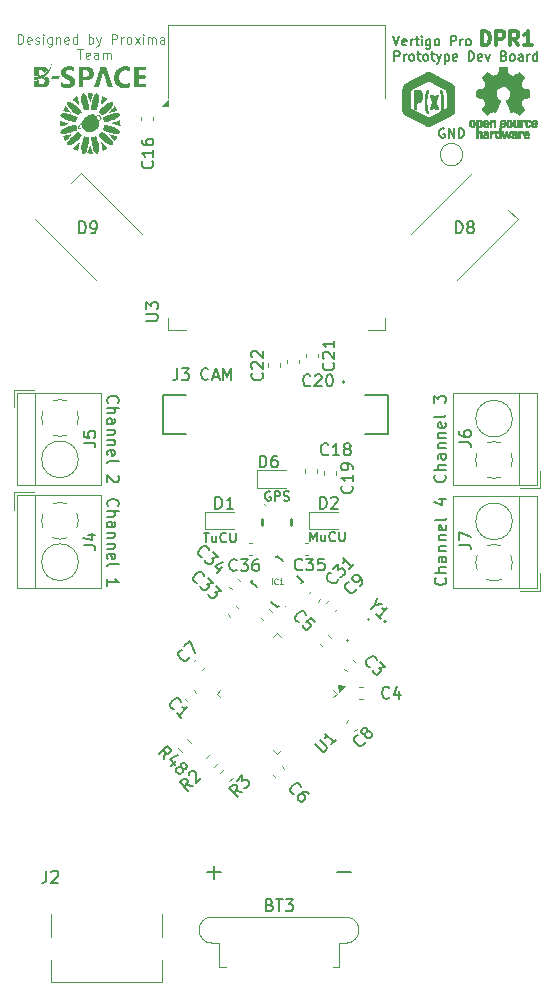
<source format=gbr>
%TF.GenerationSoftware,KiCad,Pcbnew,8.0.4*%
%TF.CreationDate,2024-07-23T16:26:40+02:00*%
%TF.ProjectId,Vertigo Pro PR1,56657274-6967-46f2-9050-726f20505231,DPR1*%
%TF.SameCoordinates,Original*%
%TF.FileFunction,Legend,Top*%
%TF.FilePolarity,Positive*%
%FSLAX46Y46*%
G04 Gerber Fmt 4.6, Leading zero omitted, Abs format (unit mm)*
G04 Created by KiCad (PCBNEW 8.0.4) date 2024-07-23 16:26:40*
%MOMM*%
%LPD*%
G01*
G04 APERTURE LIST*
%ADD10C,0.300000*%
%ADD11C,0.200000*%
%ADD12C,0.150000*%
%ADD13C,0.120000*%
%ADD14C,0.120409*%
%ADD15C,0.127000*%
%ADD16C,0.100000*%
%ADD17C,0.000000*%
%ADD18C,0.010000*%
%ADD19C,0.254000*%
%ADD20C,0.016000*%
G04 APERTURE END LIST*
D10*
X165983082Y-70837542D02*
X165983082Y-69637542D01*
X165983082Y-69637542D02*
X166268796Y-69637542D01*
X166268796Y-69637542D02*
X166440225Y-69694685D01*
X166440225Y-69694685D02*
X166554510Y-69808971D01*
X166554510Y-69808971D02*
X166611653Y-69923257D01*
X166611653Y-69923257D02*
X166668796Y-70151828D01*
X166668796Y-70151828D02*
X166668796Y-70323257D01*
X166668796Y-70323257D02*
X166611653Y-70551828D01*
X166611653Y-70551828D02*
X166554510Y-70666114D01*
X166554510Y-70666114D02*
X166440225Y-70780400D01*
X166440225Y-70780400D02*
X166268796Y-70837542D01*
X166268796Y-70837542D02*
X165983082Y-70837542D01*
X167183082Y-70837542D02*
X167183082Y-69637542D01*
X167183082Y-69637542D02*
X167640225Y-69637542D01*
X167640225Y-69637542D02*
X167754510Y-69694685D01*
X167754510Y-69694685D02*
X167811653Y-69751828D01*
X167811653Y-69751828D02*
X167868796Y-69866114D01*
X167868796Y-69866114D02*
X167868796Y-70037542D01*
X167868796Y-70037542D02*
X167811653Y-70151828D01*
X167811653Y-70151828D02*
X167754510Y-70208971D01*
X167754510Y-70208971D02*
X167640225Y-70266114D01*
X167640225Y-70266114D02*
X167183082Y-70266114D01*
X169068796Y-70837542D02*
X168668796Y-70266114D01*
X168383082Y-70837542D02*
X168383082Y-69637542D01*
X168383082Y-69637542D02*
X168840225Y-69637542D01*
X168840225Y-69637542D02*
X168954510Y-69694685D01*
X168954510Y-69694685D02*
X169011653Y-69751828D01*
X169011653Y-69751828D02*
X169068796Y-69866114D01*
X169068796Y-69866114D02*
X169068796Y-70037542D01*
X169068796Y-70037542D02*
X169011653Y-70151828D01*
X169011653Y-70151828D02*
X168954510Y-70208971D01*
X168954510Y-70208971D02*
X168840225Y-70266114D01*
X168840225Y-70266114D02*
X168383082Y-70266114D01*
X170211653Y-70837542D02*
X169525939Y-70837542D01*
X169868796Y-70837542D02*
X169868796Y-69637542D01*
X169868796Y-69637542D02*
X169754510Y-69808971D01*
X169754510Y-69808971D02*
X169640225Y-69923257D01*
X169640225Y-69923257D02*
X169525939Y-69980400D01*
D11*
X142407768Y-112091695D02*
X142864911Y-112091695D01*
X142636339Y-112891695D02*
X142636339Y-112091695D01*
X143474435Y-112358361D02*
X143474435Y-112891695D01*
X143131578Y-112358361D02*
X143131578Y-112777409D01*
X143131578Y-112777409D02*
X143169673Y-112853600D01*
X143169673Y-112853600D02*
X143245863Y-112891695D01*
X143245863Y-112891695D02*
X143360149Y-112891695D01*
X143360149Y-112891695D02*
X143436340Y-112853600D01*
X143436340Y-112853600D02*
X143474435Y-112815504D01*
X144312531Y-112815504D02*
X144274435Y-112853600D01*
X144274435Y-112853600D02*
X144160150Y-112891695D01*
X144160150Y-112891695D02*
X144083959Y-112891695D01*
X144083959Y-112891695D02*
X143969673Y-112853600D01*
X143969673Y-112853600D02*
X143893483Y-112777409D01*
X143893483Y-112777409D02*
X143855388Y-112701219D01*
X143855388Y-112701219D02*
X143817292Y-112548838D01*
X143817292Y-112548838D02*
X143817292Y-112434552D01*
X143817292Y-112434552D02*
X143855388Y-112282171D01*
X143855388Y-112282171D02*
X143893483Y-112205980D01*
X143893483Y-112205980D02*
X143969673Y-112129790D01*
X143969673Y-112129790D02*
X144083959Y-112091695D01*
X144083959Y-112091695D02*
X144160150Y-112091695D01*
X144160150Y-112091695D02*
X144274435Y-112129790D01*
X144274435Y-112129790D02*
X144312531Y-112167885D01*
X144655388Y-112091695D02*
X144655388Y-112739314D01*
X144655388Y-112739314D02*
X144693483Y-112815504D01*
X144693483Y-112815504D02*
X144731578Y-112853600D01*
X144731578Y-112853600D02*
X144807769Y-112891695D01*
X144807769Y-112891695D02*
X144960150Y-112891695D01*
X144960150Y-112891695D02*
X145036340Y-112853600D01*
X145036340Y-112853600D02*
X145074435Y-112815504D01*
X145074435Y-112815504D02*
X145112531Y-112739314D01*
X145112531Y-112739314D02*
X145112531Y-112091695D01*
D12*
X162790476Y-77900390D02*
X162714286Y-77862295D01*
X162714286Y-77862295D02*
X162600000Y-77862295D01*
X162600000Y-77862295D02*
X162485714Y-77900390D01*
X162485714Y-77900390D02*
X162409524Y-77976580D01*
X162409524Y-77976580D02*
X162371429Y-78052771D01*
X162371429Y-78052771D02*
X162333333Y-78205152D01*
X162333333Y-78205152D02*
X162333333Y-78319438D01*
X162333333Y-78319438D02*
X162371429Y-78471819D01*
X162371429Y-78471819D02*
X162409524Y-78548009D01*
X162409524Y-78548009D02*
X162485714Y-78624200D01*
X162485714Y-78624200D02*
X162600000Y-78662295D01*
X162600000Y-78662295D02*
X162676191Y-78662295D01*
X162676191Y-78662295D02*
X162790476Y-78624200D01*
X162790476Y-78624200D02*
X162828572Y-78586104D01*
X162828572Y-78586104D02*
X162828572Y-78319438D01*
X162828572Y-78319438D02*
X162676191Y-78319438D01*
X163171429Y-78662295D02*
X163171429Y-77862295D01*
X163171429Y-77862295D02*
X163628572Y-78662295D01*
X163628572Y-78662295D02*
X163628572Y-77862295D01*
X164009524Y-78662295D02*
X164009524Y-77862295D01*
X164009524Y-77862295D02*
X164200000Y-77862295D01*
X164200000Y-77862295D02*
X164314286Y-77900390D01*
X164314286Y-77900390D02*
X164390476Y-77976580D01*
X164390476Y-77976580D02*
X164428571Y-78052771D01*
X164428571Y-78052771D02*
X164466667Y-78205152D01*
X164466667Y-78205152D02*
X164466667Y-78319438D01*
X164466667Y-78319438D02*
X164428571Y-78471819D01*
X164428571Y-78471819D02*
X164390476Y-78548009D01*
X164390476Y-78548009D02*
X164314286Y-78624200D01*
X164314286Y-78624200D02*
X164200000Y-78662295D01*
X164200000Y-78662295D02*
X164009524Y-78662295D01*
D11*
X134328019Y-101141101D02*
X134280400Y-101093482D01*
X134280400Y-101093482D02*
X134232780Y-100950625D01*
X134232780Y-100950625D02*
X134232780Y-100855387D01*
X134232780Y-100855387D02*
X134280400Y-100712530D01*
X134280400Y-100712530D02*
X134375638Y-100617292D01*
X134375638Y-100617292D02*
X134470876Y-100569673D01*
X134470876Y-100569673D02*
X134661352Y-100522054D01*
X134661352Y-100522054D02*
X134804209Y-100522054D01*
X134804209Y-100522054D02*
X134994685Y-100569673D01*
X134994685Y-100569673D02*
X135089923Y-100617292D01*
X135089923Y-100617292D02*
X135185161Y-100712530D01*
X135185161Y-100712530D02*
X135232780Y-100855387D01*
X135232780Y-100855387D02*
X135232780Y-100950625D01*
X135232780Y-100950625D02*
X135185161Y-101093482D01*
X135185161Y-101093482D02*
X135137542Y-101141101D01*
X134232780Y-101569673D02*
X135232780Y-101569673D01*
X134232780Y-101998244D02*
X134756590Y-101998244D01*
X134756590Y-101998244D02*
X134851828Y-101950625D01*
X134851828Y-101950625D02*
X134899447Y-101855387D01*
X134899447Y-101855387D02*
X134899447Y-101712530D01*
X134899447Y-101712530D02*
X134851828Y-101617292D01*
X134851828Y-101617292D02*
X134804209Y-101569673D01*
X134232780Y-102903006D02*
X134756590Y-102903006D01*
X134756590Y-102903006D02*
X134851828Y-102855387D01*
X134851828Y-102855387D02*
X134899447Y-102760149D01*
X134899447Y-102760149D02*
X134899447Y-102569673D01*
X134899447Y-102569673D02*
X134851828Y-102474435D01*
X134280400Y-102903006D02*
X134232780Y-102807768D01*
X134232780Y-102807768D02*
X134232780Y-102569673D01*
X134232780Y-102569673D02*
X134280400Y-102474435D01*
X134280400Y-102474435D02*
X134375638Y-102426816D01*
X134375638Y-102426816D02*
X134470876Y-102426816D01*
X134470876Y-102426816D02*
X134566114Y-102474435D01*
X134566114Y-102474435D02*
X134613733Y-102569673D01*
X134613733Y-102569673D02*
X134613733Y-102807768D01*
X134613733Y-102807768D02*
X134661352Y-102903006D01*
X134899447Y-103379197D02*
X134232780Y-103379197D01*
X134804209Y-103379197D02*
X134851828Y-103426816D01*
X134851828Y-103426816D02*
X134899447Y-103522054D01*
X134899447Y-103522054D02*
X134899447Y-103664911D01*
X134899447Y-103664911D02*
X134851828Y-103760149D01*
X134851828Y-103760149D02*
X134756590Y-103807768D01*
X134756590Y-103807768D02*
X134232780Y-103807768D01*
X134899447Y-104283959D02*
X134232780Y-104283959D01*
X134804209Y-104283959D02*
X134851828Y-104331578D01*
X134851828Y-104331578D02*
X134899447Y-104426816D01*
X134899447Y-104426816D02*
X134899447Y-104569673D01*
X134899447Y-104569673D02*
X134851828Y-104664911D01*
X134851828Y-104664911D02*
X134756590Y-104712530D01*
X134756590Y-104712530D02*
X134232780Y-104712530D01*
X134280400Y-105569673D02*
X134232780Y-105474435D01*
X134232780Y-105474435D02*
X134232780Y-105283959D01*
X134232780Y-105283959D02*
X134280400Y-105188721D01*
X134280400Y-105188721D02*
X134375638Y-105141102D01*
X134375638Y-105141102D02*
X134756590Y-105141102D01*
X134756590Y-105141102D02*
X134851828Y-105188721D01*
X134851828Y-105188721D02*
X134899447Y-105283959D01*
X134899447Y-105283959D02*
X134899447Y-105474435D01*
X134899447Y-105474435D02*
X134851828Y-105569673D01*
X134851828Y-105569673D02*
X134756590Y-105617292D01*
X134756590Y-105617292D02*
X134661352Y-105617292D01*
X134661352Y-105617292D02*
X134566114Y-105141102D01*
X134232780Y-106188721D02*
X134280400Y-106093483D01*
X134280400Y-106093483D02*
X134375638Y-106045864D01*
X134375638Y-106045864D02*
X135232780Y-106045864D01*
X135137542Y-107283960D02*
X135185161Y-107331579D01*
X135185161Y-107331579D02*
X135232780Y-107426817D01*
X135232780Y-107426817D02*
X135232780Y-107664912D01*
X135232780Y-107664912D02*
X135185161Y-107760150D01*
X135185161Y-107760150D02*
X135137542Y-107807769D01*
X135137542Y-107807769D02*
X135042304Y-107855388D01*
X135042304Y-107855388D02*
X134947066Y-107855388D01*
X134947066Y-107855388D02*
X134804209Y-107807769D01*
X134804209Y-107807769D02*
X134232780Y-107236341D01*
X134232780Y-107236341D02*
X134232780Y-107855388D01*
X148041101Y-108629790D02*
X147964911Y-108591695D01*
X147964911Y-108591695D02*
X147850625Y-108591695D01*
X147850625Y-108591695D02*
X147736339Y-108629790D01*
X147736339Y-108629790D02*
X147660149Y-108705980D01*
X147660149Y-108705980D02*
X147622054Y-108782171D01*
X147622054Y-108782171D02*
X147583958Y-108934552D01*
X147583958Y-108934552D02*
X147583958Y-109048838D01*
X147583958Y-109048838D02*
X147622054Y-109201219D01*
X147622054Y-109201219D02*
X147660149Y-109277409D01*
X147660149Y-109277409D02*
X147736339Y-109353600D01*
X147736339Y-109353600D02*
X147850625Y-109391695D01*
X147850625Y-109391695D02*
X147926816Y-109391695D01*
X147926816Y-109391695D02*
X148041101Y-109353600D01*
X148041101Y-109353600D02*
X148079197Y-109315504D01*
X148079197Y-109315504D02*
X148079197Y-109048838D01*
X148079197Y-109048838D02*
X147926816Y-109048838D01*
X148422054Y-109391695D02*
X148422054Y-108591695D01*
X148422054Y-108591695D02*
X148726816Y-108591695D01*
X148726816Y-108591695D02*
X148803006Y-108629790D01*
X148803006Y-108629790D02*
X148841101Y-108667885D01*
X148841101Y-108667885D02*
X148879197Y-108744076D01*
X148879197Y-108744076D02*
X148879197Y-108858361D01*
X148879197Y-108858361D02*
X148841101Y-108934552D01*
X148841101Y-108934552D02*
X148803006Y-108972647D01*
X148803006Y-108972647D02*
X148726816Y-109010742D01*
X148726816Y-109010742D02*
X148422054Y-109010742D01*
X149183958Y-109353600D02*
X149298244Y-109391695D01*
X149298244Y-109391695D02*
X149488720Y-109391695D01*
X149488720Y-109391695D02*
X149564911Y-109353600D01*
X149564911Y-109353600D02*
X149603006Y-109315504D01*
X149603006Y-109315504D02*
X149641101Y-109239314D01*
X149641101Y-109239314D02*
X149641101Y-109163123D01*
X149641101Y-109163123D02*
X149603006Y-109086933D01*
X149603006Y-109086933D02*
X149564911Y-109048838D01*
X149564911Y-109048838D02*
X149488720Y-109010742D01*
X149488720Y-109010742D02*
X149336339Y-108972647D01*
X149336339Y-108972647D02*
X149260149Y-108934552D01*
X149260149Y-108934552D02*
X149222054Y-108896457D01*
X149222054Y-108896457D02*
X149183958Y-108820266D01*
X149183958Y-108820266D02*
X149183958Y-108744076D01*
X149183958Y-108744076D02*
X149222054Y-108667885D01*
X149222054Y-108667885D02*
X149260149Y-108629790D01*
X149260149Y-108629790D02*
X149336339Y-108591695D01*
X149336339Y-108591695D02*
X149526816Y-108591695D01*
X149526816Y-108591695D02*
X149641101Y-108629790D01*
D12*
X142808207Y-99074580D02*
X142760588Y-99122200D01*
X142760588Y-99122200D02*
X142617731Y-99169819D01*
X142617731Y-99169819D02*
X142522493Y-99169819D01*
X142522493Y-99169819D02*
X142379636Y-99122200D01*
X142379636Y-99122200D02*
X142284398Y-99026961D01*
X142284398Y-99026961D02*
X142236779Y-98931723D01*
X142236779Y-98931723D02*
X142189160Y-98741247D01*
X142189160Y-98741247D02*
X142189160Y-98598390D01*
X142189160Y-98598390D02*
X142236779Y-98407914D01*
X142236779Y-98407914D02*
X142284398Y-98312676D01*
X142284398Y-98312676D02*
X142379636Y-98217438D01*
X142379636Y-98217438D02*
X142522493Y-98169819D01*
X142522493Y-98169819D02*
X142617731Y-98169819D01*
X142617731Y-98169819D02*
X142760588Y-98217438D01*
X142760588Y-98217438D02*
X142808207Y-98265057D01*
X143189160Y-98884104D02*
X143665350Y-98884104D01*
X143093922Y-99169819D02*
X143427255Y-98169819D01*
X143427255Y-98169819D02*
X143760588Y-99169819D01*
X144093922Y-99169819D02*
X144093922Y-98169819D01*
X144093922Y-98169819D02*
X144427255Y-98884104D01*
X144427255Y-98884104D02*
X144760588Y-98169819D01*
X144760588Y-98169819D02*
X144760588Y-99169819D01*
D11*
X162871980Y-115908898D02*
X162919600Y-115956517D01*
X162919600Y-115956517D02*
X162967219Y-116099374D01*
X162967219Y-116099374D02*
X162967219Y-116194612D01*
X162967219Y-116194612D02*
X162919600Y-116337469D01*
X162919600Y-116337469D02*
X162824361Y-116432707D01*
X162824361Y-116432707D02*
X162729123Y-116480326D01*
X162729123Y-116480326D02*
X162538647Y-116527945D01*
X162538647Y-116527945D02*
X162395790Y-116527945D01*
X162395790Y-116527945D02*
X162205314Y-116480326D01*
X162205314Y-116480326D02*
X162110076Y-116432707D01*
X162110076Y-116432707D02*
X162014838Y-116337469D01*
X162014838Y-116337469D02*
X161967219Y-116194612D01*
X161967219Y-116194612D02*
X161967219Y-116099374D01*
X161967219Y-116099374D02*
X162014838Y-115956517D01*
X162014838Y-115956517D02*
X162062457Y-115908898D01*
X162967219Y-115480326D02*
X161967219Y-115480326D01*
X162967219Y-115051755D02*
X162443409Y-115051755D01*
X162443409Y-115051755D02*
X162348171Y-115099374D01*
X162348171Y-115099374D02*
X162300552Y-115194612D01*
X162300552Y-115194612D02*
X162300552Y-115337469D01*
X162300552Y-115337469D02*
X162348171Y-115432707D01*
X162348171Y-115432707D02*
X162395790Y-115480326D01*
X162967219Y-114146993D02*
X162443409Y-114146993D01*
X162443409Y-114146993D02*
X162348171Y-114194612D01*
X162348171Y-114194612D02*
X162300552Y-114289850D01*
X162300552Y-114289850D02*
X162300552Y-114480326D01*
X162300552Y-114480326D02*
X162348171Y-114575564D01*
X162919600Y-114146993D02*
X162967219Y-114242231D01*
X162967219Y-114242231D02*
X162967219Y-114480326D01*
X162967219Y-114480326D02*
X162919600Y-114575564D01*
X162919600Y-114575564D02*
X162824361Y-114623183D01*
X162824361Y-114623183D02*
X162729123Y-114623183D01*
X162729123Y-114623183D02*
X162633885Y-114575564D01*
X162633885Y-114575564D02*
X162586266Y-114480326D01*
X162586266Y-114480326D02*
X162586266Y-114242231D01*
X162586266Y-114242231D02*
X162538647Y-114146993D01*
X162300552Y-113670802D02*
X162967219Y-113670802D01*
X162395790Y-113670802D02*
X162348171Y-113623183D01*
X162348171Y-113623183D02*
X162300552Y-113527945D01*
X162300552Y-113527945D02*
X162300552Y-113385088D01*
X162300552Y-113385088D02*
X162348171Y-113289850D01*
X162348171Y-113289850D02*
X162443409Y-113242231D01*
X162443409Y-113242231D02*
X162967219Y-113242231D01*
X162300552Y-112766040D02*
X162967219Y-112766040D01*
X162395790Y-112766040D02*
X162348171Y-112718421D01*
X162348171Y-112718421D02*
X162300552Y-112623183D01*
X162300552Y-112623183D02*
X162300552Y-112480326D01*
X162300552Y-112480326D02*
X162348171Y-112385088D01*
X162348171Y-112385088D02*
X162443409Y-112337469D01*
X162443409Y-112337469D02*
X162967219Y-112337469D01*
X162919600Y-111480326D02*
X162967219Y-111575564D01*
X162967219Y-111575564D02*
X162967219Y-111766040D01*
X162967219Y-111766040D02*
X162919600Y-111861278D01*
X162919600Y-111861278D02*
X162824361Y-111908897D01*
X162824361Y-111908897D02*
X162443409Y-111908897D01*
X162443409Y-111908897D02*
X162348171Y-111861278D01*
X162348171Y-111861278D02*
X162300552Y-111766040D01*
X162300552Y-111766040D02*
X162300552Y-111575564D01*
X162300552Y-111575564D02*
X162348171Y-111480326D01*
X162348171Y-111480326D02*
X162443409Y-111432707D01*
X162443409Y-111432707D02*
X162538647Y-111432707D01*
X162538647Y-111432707D02*
X162633885Y-111908897D01*
X162967219Y-110861278D02*
X162919600Y-110956516D01*
X162919600Y-110956516D02*
X162824361Y-111004135D01*
X162824361Y-111004135D02*
X161967219Y-111004135D01*
X162300552Y-109289849D02*
X162967219Y-109289849D01*
X161919600Y-109527944D02*
X162633885Y-109766039D01*
X162633885Y-109766039D02*
X162633885Y-109146992D01*
X151447054Y-112831695D02*
X151447054Y-112031695D01*
X151447054Y-112031695D02*
X151713720Y-112603123D01*
X151713720Y-112603123D02*
X151980387Y-112031695D01*
X151980387Y-112031695D02*
X151980387Y-112831695D01*
X152704197Y-112298361D02*
X152704197Y-112831695D01*
X152361340Y-112298361D02*
X152361340Y-112717409D01*
X152361340Y-112717409D02*
X152399435Y-112793600D01*
X152399435Y-112793600D02*
X152475625Y-112831695D01*
X152475625Y-112831695D02*
X152589911Y-112831695D01*
X152589911Y-112831695D02*
X152666102Y-112793600D01*
X152666102Y-112793600D02*
X152704197Y-112755504D01*
X153542293Y-112755504D02*
X153504197Y-112793600D01*
X153504197Y-112793600D02*
X153389912Y-112831695D01*
X153389912Y-112831695D02*
X153313721Y-112831695D01*
X153313721Y-112831695D02*
X153199435Y-112793600D01*
X153199435Y-112793600D02*
X153123245Y-112717409D01*
X153123245Y-112717409D02*
X153085150Y-112641219D01*
X153085150Y-112641219D02*
X153047054Y-112488838D01*
X153047054Y-112488838D02*
X153047054Y-112374552D01*
X153047054Y-112374552D02*
X153085150Y-112222171D01*
X153085150Y-112222171D02*
X153123245Y-112145980D01*
X153123245Y-112145980D02*
X153199435Y-112069790D01*
X153199435Y-112069790D02*
X153313721Y-112031695D01*
X153313721Y-112031695D02*
X153389912Y-112031695D01*
X153389912Y-112031695D02*
X153504197Y-112069790D01*
X153504197Y-112069790D02*
X153542293Y-112107885D01*
X153885150Y-112031695D02*
X153885150Y-112679314D01*
X153885150Y-112679314D02*
X153923245Y-112755504D01*
X153923245Y-112755504D02*
X153961340Y-112793600D01*
X153961340Y-112793600D02*
X154037531Y-112831695D01*
X154037531Y-112831695D02*
X154189912Y-112831695D01*
X154189912Y-112831695D02*
X154266102Y-112793600D01*
X154266102Y-112793600D02*
X154304197Y-112755504D01*
X154304197Y-112755504D02*
X154342293Y-112679314D01*
X154342293Y-112679314D02*
X154342293Y-112031695D01*
X134328019Y-109881101D02*
X134280400Y-109833482D01*
X134280400Y-109833482D02*
X134232780Y-109690625D01*
X134232780Y-109690625D02*
X134232780Y-109595387D01*
X134232780Y-109595387D02*
X134280400Y-109452530D01*
X134280400Y-109452530D02*
X134375638Y-109357292D01*
X134375638Y-109357292D02*
X134470876Y-109309673D01*
X134470876Y-109309673D02*
X134661352Y-109262054D01*
X134661352Y-109262054D02*
X134804209Y-109262054D01*
X134804209Y-109262054D02*
X134994685Y-109309673D01*
X134994685Y-109309673D02*
X135089923Y-109357292D01*
X135089923Y-109357292D02*
X135185161Y-109452530D01*
X135185161Y-109452530D02*
X135232780Y-109595387D01*
X135232780Y-109595387D02*
X135232780Y-109690625D01*
X135232780Y-109690625D02*
X135185161Y-109833482D01*
X135185161Y-109833482D02*
X135137542Y-109881101D01*
X134232780Y-110309673D02*
X135232780Y-110309673D01*
X134232780Y-110738244D02*
X134756590Y-110738244D01*
X134756590Y-110738244D02*
X134851828Y-110690625D01*
X134851828Y-110690625D02*
X134899447Y-110595387D01*
X134899447Y-110595387D02*
X134899447Y-110452530D01*
X134899447Y-110452530D02*
X134851828Y-110357292D01*
X134851828Y-110357292D02*
X134804209Y-110309673D01*
X134232780Y-111643006D02*
X134756590Y-111643006D01*
X134756590Y-111643006D02*
X134851828Y-111595387D01*
X134851828Y-111595387D02*
X134899447Y-111500149D01*
X134899447Y-111500149D02*
X134899447Y-111309673D01*
X134899447Y-111309673D02*
X134851828Y-111214435D01*
X134280400Y-111643006D02*
X134232780Y-111547768D01*
X134232780Y-111547768D02*
X134232780Y-111309673D01*
X134232780Y-111309673D02*
X134280400Y-111214435D01*
X134280400Y-111214435D02*
X134375638Y-111166816D01*
X134375638Y-111166816D02*
X134470876Y-111166816D01*
X134470876Y-111166816D02*
X134566114Y-111214435D01*
X134566114Y-111214435D02*
X134613733Y-111309673D01*
X134613733Y-111309673D02*
X134613733Y-111547768D01*
X134613733Y-111547768D02*
X134661352Y-111643006D01*
X134899447Y-112119197D02*
X134232780Y-112119197D01*
X134804209Y-112119197D02*
X134851828Y-112166816D01*
X134851828Y-112166816D02*
X134899447Y-112262054D01*
X134899447Y-112262054D02*
X134899447Y-112404911D01*
X134899447Y-112404911D02*
X134851828Y-112500149D01*
X134851828Y-112500149D02*
X134756590Y-112547768D01*
X134756590Y-112547768D02*
X134232780Y-112547768D01*
X134899447Y-113023959D02*
X134232780Y-113023959D01*
X134804209Y-113023959D02*
X134851828Y-113071578D01*
X134851828Y-113071578D02*
X134899447Y-113166816D01*
X134899447Y-113166816D02*
X134899447Y-113309673D01*
X134899447Y-113309673D02*
X134851828Y-113404911D01*
X134851828Y-113404911D02*
X134756590Y-113452530D01*
X134756590Y-113452530D02*
X134232780Y-113452530D01*
X134280400Y-114309673D02*
X134232780Y-114214435D01*
X134232780Y-114214435D02*
X134232780Y-114023959D01*
X134232780Y-114023959D02*
X134280400Y-113928721D01*
X134280400Y-113928721D02*
X134375638Y-113881102D01*
X134375638Y-113881102D02*
X134756590Y-113881102D01*
X134756590Y-113881102D02*
X134851828Y-113928721D01*
X134851828Y-113928721D02*
X134899447Y-114023959D01*
X134899447Y-114023959D02*
X134899447Y-114214435D01*
X134899447Y-114214435D02*
X134851828Y-114309673D01*
X134851828Y-114309673D02*
X134756590Y-114357292D01*
X134756590Y-114357292D02*
X134661352Y-114357292D01*
X134661352Y-114357292D02*
X134566114Y-113881102D01*
X134232780Y-114928721D02*
X134280400Y-114833483D01*
X134280400Y-114833483D02*
X134375638Y-114785864D01*
X134375638Y-114785864D02*
X135232780Y-114785864D01*
X134232780Y-116595388D02*
X134232780Y-116023960D01*
X134232780Y-116309674D02*
X135232780Y-116309674D01*
X135232780Y-116309674D02*
X135089923Y-116214436D01*
X135089923Y-116214436D02*
X134994685Y-116119198D01*
X134994685Y-116119198D02*
X134947066Y-116023960D01*
X158457768Y-70053739D02*
X158724435Y-70853739D01*
X158724435Y-70853739D02*
X158991101Y-70053739D01*
X159562530Y-70815644D02*
X159486339Y-70853739D01*
X159486339Y-70853739D02*
X159333958Y-70853739D01*
X159333958Y-70853739D02*
X159257768Y-70815644D01*
X159257768Y-70815644D02*
X159219672Y-70739453D01*
X159219672Y-70739453D02*
X159219672Y-70434691D01*
X159219672Y-70434691D02*
X159257768Y-70358501D01*
X159257768Y-70358501D02*
X159333958Y-70320405D01*
X159333958Y-70320405D02*
X159486339Y-70320405D01*
X159486339Y-70320405D02*
X159562530Y-70358501D01*
X159562530Y-70358501D02*
X159600625Y-70434691D01*
X159600625Y-70434691D02*
X159600625Y-70510882D01*
X159600625Y-70510882D02*
X159219672Y-70587072D01*
X159943482Y-70853739D02*
X159943482Y-70320405D01*
X159943482Y-70472786D02*
X159981577Y-70396596D01*
X159981577Y-70396596D02*
X160019672Y-70358501D01*
X160019672Y-70358501D02*
X160095863Y-70320405D01*
X160095863Y-70320405D02*
X160172053Y-70320405D01*
X160324434Y-70320405D02*
X160629196Y-70320405D01*
X160438720Y-70053739D02*
X160438720Y-70739453D01*
X160438720Y-70739453D02*
X160476815Y-70815644D01*
X160476815Y-70815644D02*
X160553005Y-70853739D01*
X160553005Y-70853739D02*
X160629196Y-70853739D01*
X160895863Y-70853739D02*
X160895863Y-70320405D01*
X160895863Y-70053739D02*
X160857767Y-70091834D01*
X160857767Y-70091834D02*
X160895863Y-70129929D01*
X160895863Y-70129929D02*
X160933958Y-70091834D01*
X160933958Y-70091834D02*
X160895863Y-70053739D01*
X160895863Y-70053739D02*
X160895863Y-70129929D01*
X161619672Y-70320405D02*
X161619672Y-70968024D01*
X161619672Y-70968024D02*
X161581577Y-71044215D01*
X161581577Y-71044215D02*
X161543481Y-71082310D01*
X161543481Y-71082310D02*
X161467291Y-71120405D01*
X161467291Y-71120405D02*
X161353005Y-71120405D01*
X161353005Y-71120405D02*
X161276815Y-71082310D01*
X161619672Y-70815644D02*
X161543481Y-70853739D01*
X161543481Y-70853739D02*
X161391100Y-70853739D01*
X161391100Y-70853739D02*
X161314910Y-70815644D01*
X161314910Y-70815644D02*
X161276815Y-70777548D01*
X161276815Y-70777548D02*
X161238719Y-70701358D01*
X161238719Y-70701358D02*
X161238719Y-70472786D01*
X161238719Y-70472786D02*
X161276815Y-70396596D01*
X161276815Y-70396596D02*
X161314910Y-70358501D01*
X161314910Y-70358501D02*
X161391100Y-70320405D01*
X161391100Y-70320405D02*
X161543481Y-70320405D01*
X161543481Y-70320405D02*
X161619672Y-70358501D01*
X162114910Y-70853739D02*
X162038720Y-70815644D01*
X162038720Y-70815644D02*
X162000625Y-70777548D01*
X162000625Y-70777548D02*
X161962529Y-70701358D01*
X161962529Y-70701358D02*
X161962529Y-70472786D01*
X161962529Y-70472786D02*
X162000625Y-70396596D01*
X162000625Y-70396596D02*
X162038720Y-70358501D01*
X162038720Y-70358501D02*
X162114910Y-70320405D01*
X162114910Y-70320405D02*
X162229196Y-70320405D01*
X162229196Y-70320405D02*
X162305387Y-70358501D01*
X162305387Y-70358501D02*
X162343482Y-70396596D01*
X162343482Y-70396596D02*
X162381577Y-70472786D01*
X162381577Y-70472786D02*
X162381577Y-70701358D01*
X162381577Y-70701358D02*
X162343482Y-70777548D01*
X162343482Y-70777548D02*
X162305387Y-70815644D01*
X162305387Y-70815644D02*
X162229196Y-70853739D01*
X162229196Y-70853739D02*
X162114910Y-70853739D01*
X163333959Y-70853739D02*
X163333959Y-70053739D01*
X163333959Y-70053739D02*
X163638721Y-70053739D01*
X163638721Y-70053739D02*
X163714911Y-70091834D01*
X163714911Y-70091834D02*
X163753006Y-70129929D01*
X163753006Y-70129929D02*
X163791102Y-70206120D01*
X163791102Y-70206120D02*
X163791102Y-70320405D01*
X163791102Y-70320405D02*
X163753006Y-70396596D01*
X163753006Y-70396596D02*
X163714911Y-70434691D01*
X163714911Y-70434691D02*
X163638721Y-70472786D01*
X163638721Y-70472786D02*
X163333959Y-70472786D01*
X164133959Y-70853739D02*
X164133959Y-70320405D01*
X164133959Y-70472786D02*
X164172054Y-70396596D01*
X164172054Y-70396596D02*
X164210149Y-70358501D01*
X164210149Y-70358501D02*
X164286340Y-70320405D01*
X164286340Y-70320405D02*
X164362530Y-70320405D01*
X164743482Y-70853739D02*
X164667292Y-70815644D01*
X164667292Y-70815644D02*
X164629197Y-70777548D01*
X164629197Y-70777548D02*
X164591101Y-70701358D01*
X164591101Y-70701358D02*
X164591101Y-70472786D01*
X164591101Y-70472786D02*
X164629197Y-70396596D01*
X164629197Y-70396596D02*
X164667292Y-70358501D01*
X164667292Y-70358501D02*
X164743482Y-70320405D01*
X164743482Y-70320405D02*
X164857768Y-70320405D01*
X164857768Y-70320405D02*
X164933959Y-70358501D01*
X164933959Y-70358501D02*
X164972054Y-70396596D01*
X164972054Y-70396596D02*
X165010149Y-70472786D01*
X165010149Y-70472786D02*
X165010149Y-70701358D01*
X165010149Y-70701358D02*
X164972054Y-70777548D01*
X164972054Y-70777548D02*
X164933959Y-70815644D01*
X164933959Y-70815644D02*
X164857768Y-70853739D01*
X164857768Y-70853739D02*
X164743482Y-70853739D01*
X158572054Y-72141694D02*
X158572054Y-71341694D01*
X158572054Y-71341694D02*
X158876816Y-71341694D01*
X158876816Y-71341694D02*
X158953006Y-71379789D01*
X158953006Y-71379789D02*
X158991101Y-71417884D01*
X158991101Y-71417884D02*
X159029197Y-71494075D01*
X159029197Y-71494075D02*
X159029197Y-71608360D01*
X159029197Y-71608360D02*
X158991101Y-71684551D01*
X158991101Y-71684551D02*
X158953006Y-71722646D01*
X158953006Y-71722646D02*
X158876816Y-71760741D01*
X158876816Y-71760741D02*
X158572054Y-71760741D01*
X159372054Y-72141694D02*
X159372054Y-71608360D01*
X159372054Y-71760741D02*
X159410149Y-71684551D01*
X159410149Y-71684551D02*
X159448244Y-71646456D01*
X159448244Y-71646456D02*
X159524435Y-71608360D01*
X159524435Y-71608360D02*
X159600625Y-71608360D01*
X159981577Y-72141694D02*
X159905387Y-72103599D01*
X159905387Y-72103599D02*
X159867292Y-72065503D01*
X159867292Y-72065503D02*
X159829196Y-71989313D01*
X159829196Y-71989313D02*
X159829196Y-71760741D01*
X159829196Y-71760741D02*
X159867292Y-71684551D01*
X159867292Y-71684551D02*
X159905387Y-71646456D01*
X159905387Y-71646456D02*
X159981577Y-71608360D01*
X159981577Y-71608360D02*
X160095863Y-71608360D01*
X160095863Y-71608360D02*
X160172054Y-71646456D01*
X160172054Y-71646456D02*
X160210149Y-71684551D01*
X160210149Y-71684551D02*
X160248244Y-71760741D01*
X160248244Y-71760741D02*
X160248244Y-71989313D01*
X160248244Y-71989313D02*
X160210149Y-72065503D01*
X160210149Y-72065503D02*
X160172054Y-72103599D01*
X160172054Y-72103599D02*
X160095863Y-72141694D01*
X160095863Y-72141694D02*
X159981577Y-72141694D01*
X160476816Y-71608360D02*
X160781578Y-71608360D01*
X160591102Y-71341694D02*
X160591102Y-72027408D01*
X160591102Y-72027408D02*
X160629197Y-72103599D01*
X160629197Y-72103599D02*
X160705387Y-72141694D01*
X160705387Y-72141694D02*
X160781578Y-72141694D01*
X161162530Y-72141694D02*
X161086340Y-72103599D01*
X161086340Y-72103599D02*
X161048245Y-72065503D01*
X161048245Y-72065503D02*
X161010149Y-71989313D01*
X161010149Y-71989313D02*
X161010149Y-71760741D01*
X161010149Y-71760741D02*
X161048245Y-71684551D01*
X161048245Y-71684551D02*
X161086340Y-71646456D01*
X161086340Y-71646456D02*
X161162530Y-71608360D01*
X161162530Y-71608360D02*
X161276816Y-71608360D01*
X161276816Y-71608360D02*
X161353007Y-71646456D01*
X161353007Y-71646456D02*
X161391102Y-71684551D01*
X161391102Y-71684551D02*
X161429197Y-71760741D01*
X161429197Y-71760741D02*
X161429197Y-71989313D01*
X161429197Y-71989313D02*
X161391102Y-72065503D01*
X161391102Y-72065503D02*
X161353007Y-72103599D01*
X161353007Y-72103599D02*
X161276816Y-72141694D01*
X161276816Y-72141694D02*
X161162530Y-72141694D01*
X161657769Y-71608360D02*
X161962531Y-71608360D01*
X161772055Y-71341694D02*
X161772055Y-72027408D01*
X161772055Y-72027408D02*
X161810150Y-72103599D01*
X161810150Y-72103599D02*
X161886340Y-72141694D01*
X161886340Y-72141694D02*
X161962531Y-72141694D01*
X162153007Y-71608360D02*
X162343483Y-72141694D01*
X162533960Y-71608360D02*
X162343483Y-72141694D01*
X162343483Y-72141694D02*
X162267293Y-72332170D01*
X162267293Y-72332170D02*
X162229198Y-72370265D01*
X162229198Y-72370265D02*
X162153007Y-72408360D01*
X162838722Y-71608360D02*
X162838722Y-72408360D01*
X162838722Y-71646456D02*
X162914912Y-71608360D01*
X162914912Y-71608360D02*
X163067293Y-71608360D01*
X163067293Y-71608360D02*
X163143484Y-71646456D01*
X163143484Y-71646456D02*
X163181579Y-71684551D01*
X163181579Y-71684551D02*
X163219674Y-71760741D01*
X163219674Y-71760741D02*
X163219674Y-71989313D01*
X163219674Y-71989313D02*
X163181579Y-72065503D01*
X163181579Y-72065503D02*
X163143484Y-72103599D01*
X163143484Y-72103599D02*
X163067293Y-72141694D01*
X163067293Y-72141694D02*
X162914912Y-72141694D01*
X162914912Y-72141694D02*
X162838722Y-72103599D01*
X163867294Y-72103599D02*
X163791103Y-72141694D01*
X163791103Y-72141694D02*
X163638722Y-72141694D01*
X163638722Y-72141694D02*
X163562532Y-72103599D01*
X163562532Y-72103599D02*
X163524436Y-72027408D01*
X163524436Y-72027408D02*
X163524436Y-71722646D01*
X163524436Y-71722646D02*
X163562532Y-71646456D01*
X163562532Y-71646456D02*
X163638722Y-71608360D01*
X163638722Y-71608360D02*
X163791103Y-71608360D01*
X163791103Y-71608360D02*
X163867294Y-71646456D01*
X163867294Y-71646456D02*
X163905389Y-71722646D01*
X163905389Y-71722646D02*
X163905389Y-71798837D01*
X163905389Y-71798837D02*
X163524436Y-71875027D01*
X164857770Y-72141694D02*
X164857770Y-71341694D01*
X164857770Y-71341694D02*
X165048246Y-71341694D01*
X165048246Y-71341694D02*
X165162532Y-71379789D01*
X165162532Y-71379789D02*
X165238722Y-71455979D01*
X165238722Y-71455979D02*
X165276817Y-71532170D01*
X165276817Y-71532170D02*
X165314913Y-71684551D01*
X165314913Y-71684551D02*
X165314913Y-71798837D01*
X165314913Y-71798837D02*
X165276817Y-71951218D01*
X165276817Y-71951218D02*
X165238722Y-72027408D01*
X165238722Y-72027408D02*
X165162532Y-72103599D01*
X165162532Y-72103599D02*
X165048246Y-72141694D01*
X165048246Y-72141694D02*
X164857770Y-72141694D01*
X165962532Y-72103599D02*
X165886341Y-72141694D01*
X165886341Y-72141694D02*
X165733960Y-72141694D01*
X165733960Y-72141694D02*
X165657770Y-72103599D01*
X165657770Y-72103599D02*
X165619674Y-72027408D01*
X165619674Y-72027408D02*
X165619674Y-71722646D01*
X165619674Y-71722646D02*
X165657770Y-71646456D01*
X165657770Y-71646456D02*
X165733960Y-71608360D01*
X165733960Y-71608360D02*
X165886341Y-71608360D01*
X165886341Y-71608360D02*
X165962532Y-71646456D01*
X165962532Y-71646456D02*
X166000627Y-71722646D01*
X166000627Y-71722646D02*
X166000627Y-71798837D01*
X166000627Y-71798837D02*
X165619674Y-71875027D01*
X166267293Y-71608360D02*
X166457769Y-72141694D01*
X166457769Y-72141694D02*
X166648246Y-71608360D01*
X167829198Y-71722646D02*
X167943484Y-71760741D01*
X167943484Y-71760741D02*
X167981579Y-71798837D01*
X167981579Y-71798837D02*
X168019675Y-71875027D01*
X168019675Y-71875027D02*
X168019675Y-71989313D01*
X168019675Y-71989313D02*
X167981579Y-72065503D01*
X167981579Y-72065503D02*
X167943484Y-72103599D01*
X167943484Y-72103599D02*
X167867294Y-72141694D01*
X167867294Y-72141694D02*
X167562532Y-72141694D01*
X167562532Y-72141694D02*
X167562532Y-71341694D01*
X167562532Y-71341694D02*
X167829198Y-71341694D01*
X167829198Y-71341694D02*
X167905389Y-71379789D01*
X167905389Y-71379789D02*
X167943484Y-71417884D01*
X167943484Y-71417884D02*
X167981579Y-71494075D01*
X167981579Y-71494075D02*
X167981579Y-71570265D01*
X167981579Y-71570265D02*
X167943484Y-71646456D01*
X167943484Y-71646456D02*
X167905389Y-71684551D01*
X167905389Y-71684551D02*
X167829198Y-71722646D01*
X167829198Y-71722646D02*
X167562532Y-71722646D01*
X168476817Y-72141694D02*
X168400627Y-72103599D01*
X168400627Y-72103599D02*
X168362532Y-72065503D01*
X168362532Y-72065503D02*
X168324436Y-71989313D01*
X168324436Y-71989313D02*
X168324436Y-71760741D01*
X168324436Y-71760741D02*
X168362532Y-71684551D01*
X168362532Y-71684551D02*
X168400627Y-71646456D01*
X168400627Y-71646456D02*
X168476817Y-71608360D01*
X168476817Y-71608360D02*
X168591103Y-71608360D01*
X168591103Y-71608360D02*
X168667294Y-71646456D01*
X168667294Y-71646456D02*
X168705389Y-71684551D01*
X168705389Y-71684551D02*
X168743484Y-71760741D01*
X168743484Y-71760741D02*
X168743484Y-71989313D01*
X168743484Y-71989313D02*
X168705389Y-72065503D01*
X168705389Y-72065503D02*
X168667294Y-72103599D01*
X168667294Y-72103599D02*
X168591103Y-72141694D01*
X168591103Y-72141694D02*
X168476817Y-72141694D01*
X169429199Y-72141694D02*
X169429199Y-71722646D01*
X169429199Y-71722646D02*
X169391104Y-71646456D01*
X169391104Y-71646456D02*
X169314913Y-71608360D01*
X169314913Y-71608360D02*
X169162532Y-71608360D01*
X169162532Y-71608360D02*
X169086342Y-71646456D01*
X169429199Y-72103599D02*
X169353008Y-72141694D01*
X169353008Y-72141694D02*
X169162532Y-72141694D01*
X169162532Y-72141694D02*
X169086342Y-72103599D01*
X169086342Y-72103599D02*
X169048246Y-72027408D01*
X169048246Y-72027408D02*
X169048246Y-71951218D01*
X169048246Y-71951218D02*
X169086342Y-71875027D01*
X169086342Y-71875027D02*
X169162532Y-71836932D01*
X169162532Y-71836932D02*
X169353008Y-71836932D01*
X169353008Y-71836932D02*
X169429199Y-71798837D01*
X169810152Y-72141694D02*
X169810152Y-71608360D01*
X169810152Y-71760741D02*
X169848247Y-71684551D01*
X169848247Y-71684551D02*
X169886342Y-71646456D01*
X169886342Y-71646456D02*
X169962533Y-71608360D01*
X169962533Y-71608360D02*
X170038723Y-71608360D01*
X170648247Y-72141694D02*
X170648247Y-71341694D01*
X170648247Y-72103599D02*
X170572056Y-72141694D01*
X170572056Y-72141694D02*
X170419675Y-72141694D01*
X170419675Y-72141694D02*
X170343485Y-72103599D01*
X170343485Y-72103599D02*
X170305390Y-72065503D01*
X170305390Y-72065503D02*
X170267294Y-71989313D01*
X170267294Y-71989313D02*
X170267294Y-71760741D01*
X170267294Y-71760741D02*
X170305390Y-71684551D01*
X170305390Y-71684551D02*
X170343485Y-71646456D01*
X170343485Y-71646456D02*
X170419675Y-71608360D01*
X170419675Y-71608360D02*
X170572056Y-71608360D01*
X170572056Y-71608360D02*
X170648247Y-71646456D01*
D13*
X126704761Y-70707900D02*
X126704761Y-69907900D01*
X126704761Y-69907900D02*
X126895237Y-69907900D01*
X126895237Y-69907900D02*
X127009523Y-69945995D01*
X127009523Y-69945995D02*
X127085713Y-70022185D01*
X127085713Y-70022185D02*
X127123808Y-70098376D01*
X127123808Y-70098376D02*
X127161904Y-70250757D01*
X127161904Y-70250757D02*
X127161904Y-70365043D01*
X127161904Y-70365043D02*
X127123808Y-70517424D01*
X127123808Y-70517424D02*
X127085713Y-70593614D01*
X127085713Y-70593614D02*
X127009523Y-70669805D01*
X127009523Y-70669805D02*
X126895237Y-70707900D01*
X126895237Y-70707900D02*
X126704761Y-70707900D01*
X127809523Y-70669805D02*
X127733332Y-70707900D01*
X127733332Y-70707900D02*
X127580951Y-70707900D01*
X127580951Y-70707900D02*
X127504761Y-70669805D01*
X127504761Y-70669805D02*
X127466665Y-70593614D01*
X127466665Y-70593614D02*
X127466665Y-70288852D01*
X127466665Y-70288852D02*
X127504761Y-70212662D01*
X127504761Y-70212662D02*
X127580951Y-70174566D01*
X127580951Y-70174566D02*
X127733332Y-70174566D01*
X127733332Y-70174566D02*
X127809523Y-70212662D01*
X127809523Y-70212662D02*
X127847618Y-70288852D01*
X127847618Y-70288852D02*
X127847618Y-70365043D01*
X127847618Y-70365043D02*
X127466665Y-70441233D01*
X128152379Y-70669805D02*
X128228570Y-70707900D01*
X128228570Y-70707900D02*
X128380951Y-70707900D01*
X128380951Y-70707900D02*
X128457141Y-70669805D01*
X128457141Y-70669805D02*
X128495237Y-70593614D01*
X128495237Y-70593614D02*
X128495237Y-70555519D01*
X128495237Y-70555519D02*
X128457141Y-70479328D01*
X128457141Y-70479328D02*
X128380951Y-70441233D01*
X128380951Y-70441233D02*
X128266665Y-70441233D01*
X128266665Y-70441233D02*
X128190475Y-70403138D01*
X128190475Y-70403138D02*
X128152379Y-70326947D01*
X128152379Y-70326947D02*
X128152379Y-70288852D01*
X128152379Y-70288852D02*
X128190475Y-70212662D01*
X128190475Y-70212662D02*
X128266665Y-70174566D01*
X128266665Y-70174566D02*
X128380951Y-70174566D01*
X128380951Y-70174566D02*
X128457141Y-70212662D01*
X128838094Y-70707900D02*
X128838094Y-70174566D01*
X128838094Y-69907900D02*
X128799998Y-69945995D01*
X128799998Y-69945995D02*
X128838094Y-69984090D01*
X128838094Y-69984090D02*
X128876189Y-69945995D01*
X128876189Y-69945995D02*
X128838094Y-69907900D01*
X128838094Y-69907900D02*
X128838094Y-69984090D01*
X129561903Y-70174566D02*
X129561903Y-70822185D01*
X129561903Y-70822185D02*
X129523808Y-70898376D01*
X129523808Y-70898376D02*
X129485712Y-70936471D01*
X129485712Y-70936471D02*
X129409522Y-70974566D01*
X129409522Y-70974566D02*
X129295236Y-70974566D01*
X129295236Y-70974566D02*
X129219046Y-70936471D01*
X129561903Y-70669805D02*
X129485712Y-70707900D01*
X129485712Y-70707900D02*
X129333331Y-70707900D01*
X129333331Y-70707900D02*
X129257141Y-70669805D01*
X129257141Y-70669805D02*
X129219046Y-70631709D01*
X129219046Y-70631709D02*
X129180950Y-70555519D01*
X129180950Y-70555519D02*
X129180950Y-70326947D01*
X129180950Y-70326947D02*
X129219046Y-70250757D01*
X129219046Y-70250757D02*
X129257141Y-70212662D01*
X129257141Y-70212662D02*
X129333331Y-70174566D01*
X129333331Y-70174566D02*
X129485712Y-70174566D01*
X129485712Y-70174566D02*
X129561903Y-70212662D01*
X129942856Y-70174566D02*
X129942856Y-70707900D01*
X129942856Y-70250757D02*
X129980951Y-70212662D01*
X129980951Y-70212662D02*
X130057141Y-70174566D01*
X130057141Y-70174566D02*
X130171427Y-70174566D01*
X130171427Y-70174566D02*
X130247618Y-70212662D01*
X130247618Y-70212662D02*
X130285713Y-70288852D01*
X130285713Y-70288852D02*
X130285713Y-70707900D01*
X130971428Y-70669805D02*
X130895237Y-70707900D01*
X130895237Y-70707900D02*
X130742856Y-70707900D01*
X130742856Y-70707900D02*
X130666666Y-70669805D01*
X130666666Y-70669805D02*
X130628570Y-70593614D01*
X130628570Y-70593614D02*
X130628570Y-70288852D01*
X130628570Y-70288852D02*
X130666666Y-70212662D01*
X130666666Y-70212662D02*
X130742856Y-70174566D01*
X130742856Y-70174566D02*
X130895237Y-70174566D01*
X130895237Y-70174566D02*
X130971428Y-70212662D01*
X130971428Y-70212662D02*
X131009523Y-70288852D01*
X131009523Y-70288852D02*
X131009523Y-70365043D01*
X131009523Y-70365043D02*
X130628570Y-70441233D01*
X131695237Y-70707900D02*
X131695237Y-69907900D01*
X131695237Y-70669805D02*
X131619046Y-70707900D01*
X131619046Y-70707900D02*
X131466665Y-70707900D01*
X131466665Y-70707900D02*
X131390475Y-70669805D01*
X131390475Y-70669805D02*
X131352380Y-70631709D01*
X131352380Y-70631709D02*
X131314284Y-70555519D01*
X131314284Y-70555519D02*
X131314284Y-70326947D01*
X131314284Y-70326947D02*
X131352380Y-70250757D01*
X131352380Y-70250757D02*
X131390475Y-70212662D01*
X131390475Y-70212662D02*
X131466665Y-70174566D01*
X131466665Y-70174566D02*
X131619046Y-70174566D01*
X131619046Y-70174566D02*
X131695237Y-70212662D01*
X132685714Y-70707900D02*
X132685714Y-69907900D01*
X132685714Y-70212662D02*
X132761904Y-70174566D01*
X132761904Y-70174566D02*
X132914285Y-70174566D01*
X132914285Y-70174566D02*
X132990476Y-70212662D01*
X132990476Y-70212662D02*
X133028571Y-70250757D01*
X133028571Y-70250757D02*
X133066666Y-70326947D01*
X133066666Y-70326947D02*
X133066666Y-70555519D01*
X133066666Y-70555519D02*
X133028571Y-70631709D01*
X133028571Y-70631709D02*
X132990476Y-70669805D01*
X132990476Y-70669805D02*
X132914285Y-70707900D01*
X132914285Y-70707900D02*
X132761904Y-70707900D01*
X132761904Y-70707900D02*
X132685714Y-70669805D01*
X133333333Y-70174566D02*
X133523809Y-70707900D01*
X133714286Y-70174566D02*
X133523809Y-70707900D01*
X133523809Y-70707900D02*
X133447619Y-70898376D01*
X133447619Y-70898376D02*
X133409524Y-70936471D01*
X133409524Y-70936471D02*
X133333333Y-70974566D01*
X134628572Y-70707900D02*
X134628572Y-69907900D01*
X134628572Y-69907900D02*
X134933334Y-69907900D01*
X134933334Y-69907900D02*
X135009524Y-69945995D01*
X135009524Y-69945995D02*
X135047619Y-69984090D01*
X135047619Y-69984090D02*
X135085715Y-70060281D01*
X135085715Y-70060281D02*
X135085715Y-70174566D01*
X135085715Y-70174566D02*
X135047619Y-70250757D01*
X135047619Y-70250757D02*
X135009524Y-70288852D01*
X135009524Y-70288852D02*
X134933334Y-70326947D01*
X134933334Y-70326947D02*
X134628572Y-70326947D01*
X135428572Y-70707900D02*
X135428572Y-70174566D01*
X135428572Y-70326947D02*
X135466667Y-70250757D01*
X135466667Y-70250757D02*
X135504762Y-70212662D01*
X135504762Y-70212662D02*
X135580953Y-70174566D01*
X135580953Y-70174566D02*
X135657143Y-70174566D01*
X136038095Y-70707900D02*
X135961905Y-70669805D01*
X135961905Y-70669805D02*
X135923810Y-70631709D01*
X135923810Y-70631709D02*
X135885714Y-70555519D01*
X135885714Y-70555519D02*
X135885714Y-70326947D01*
X135885714Y-70326947D02*
X135923810Y-70250757D01*
X135923810Y-70250757D02*
X135961905Y-70212662D01*
X135961905Y-70212662D02*
X136038095Y-70174566D01*
X136038095Y-70174566D02*
X136152381Y-70174566D01*
X136152381Y-70174566D02*
X136228572Y-70212662D01*
X136228572Y-70212662D02*
X136266667Y-70250757D01*
X136266667Y-70250757D02*
X136304762Y-70326947D01*
X136304762Y-70326947D02*
X136304762Y-70555519D01*
X136304762Y-70555519D02*
X136266667Y-70631709D01*
X136266667Y-70631709D02*
X136228572Y-70669805D01*
X136228572Y-70669805D02*
X136152381Y-70707900D01*
X136152381Y-70707900D02*
X136038095Y-70707900D01*
X136571429Y-70707900D02*
X136990477Y-70174566D01*
X136571429Y-70174566D02*
X136990477Y-70707900D01*
X137295239Y-70707900D02*
X137295239Y-70174566D01*
X137295239Y-69907900D02*
X137257143Y-69945995D01*
X137257143Y-69945995D02*
X137295239Y-69984090D01*
X137295239Y-69984090D02*
X137333334Y-69945995D01*
X137333334Y-69945995D02*
X137295239Y-69907900D01*
X137295239Y-69907900D02*
X137295239Y-69984090D01*
X137676191Y-70707900D02*
X137676191Y-70174566D01*
X137676191Y-70250757D02*
X137714286Y-70212662D01*
X137714286Y-70212662D02*
X137790476Y-70174566D01*
X137790476Y-70174566D02*
X137904762Y-70174566D01*
X137904762Y-70174566D02*
X137980953Y-70212662D01*
X137980953Y-70212662D02*
X138019048Y-70288852D01*
X138019048Y-70288852D02*
X138019048Y-70707900D01*
X138019048Y-70288852D02*
X138057143Y-70212662D01*
X138057143Y-70212662D02*
X138133334Y-70174566D01*
X138133334Y-70174566D02*
X138247619Y-70174566D01*
X138247619Y-70174566D02*
X138323810Y-70212662D01*
X138323810Y-70212662D02*
X138361905Y-70288852D01*
X138361905Y-70288852D02*
X138361905Y-70707900D01*
X139085715Y-70707900D02*
X139085715Y-70288852D01*
X139085715Y-70288852D02*
X139047620Y-70212662D01*
X139047620Y-70212662D02*
X138971429Y-70174566D01*
X138971429Y-70174566D02*
X138819048Y-70174566D01*
X138819048Y-70174566D02*
X138742858Y-70212662D01*
X139085715Y-70669805D02*
X139009524Y-70707900D01*
X139009524Y-70707900D02*
X138819048Y-70707900D01*
X138819048Y-70707900D02*
X138742858Y-70669805D01*
X138742858Y-70669805D02*
X138704762Y-70593614D01*
X138704762Y-70593614D02*
X138704762Y-70517424D01*
X138704762Y-70517424D02*
X138742858Y-70441233D01*
X138742858Y-70441233D02*
X138819048Y-70403138D01*
X138819048Y-70403138D02*
X139009524Y-70403138D01*
X139009524Y-70403138D02*
X139085715Y-70365043D01*
X131733333Y-71195855D02*
X132190476Y-71195855D01*
X131961904Y-71995855D02*
X131961904Y-71195855D01*
X132761905Y-71957760D02*
X132685714Y-71995855D01*
X132685714Y-71995855D02*
X132533333Y-71995855D01*
X132533333Y-71995855D02*
X132457143Y-71957760D01*
X132457143Y-71957760D02*
X132419047Y-71881569D01*
X132419047Y-71881569D02*
X132419047Y-71576807D01*
X132419047Y-71576807D02*
X132457143Y-71500617D01*
X132457143Y-71500617D02*
X132533333Y-71462521D01*
X132533333Y-71462521D02*
X132685714Y-71462521D01*
X132685714Y-71462521D02*
X132761905Y-71500617D01*
X132761905Y-71500617D02*
X132800000Y-71576807D01*
X132800000Y-71576807D02*
X132800000Y-71652998D01*
X132800000Y-71652998D02*
X132419047Y-71729188D01*
X133485714Y-71995855D02*
X133485714Y-71576807D01*
X133485714Y-71576807D02*
X133447619Y-71500617D01*
X133447619Y-71500617D02*
X133371428Y-71462521D01*
X133371428Y-71462521D02*
X133219047Y-71462521D01*
X133219047Y-71462521D02*
X133142857Y-71500617D01*
X133485714Y-71957760D02*
X133409523Y-71995855D01*
X133409523Y-71995855D02*
X133219047Y-71995855D01*
X133219047Y-71995855D02*
X133142857Y-71957760D01*
X133142857Y-71957760D02*
X133104761Y-71881569D01*
X133104761Y-71881569D02*
X133104761Y-71805379D01*
X133104761Y-71805379D02*
X133142857Y-71729188D01*
X133142857Y-71729188D02*
X133219047Y-71691093D01*
X133219047Y-71691093D02*
X133409523Y-71691093D01*
X133409523Y-71691093D02*
X133485714Y-71652998D01*
X133866667Y-71995855D02*
X133866667Y-71462521D01*
X133866667Y-71538712D02*
X133904762Y-71500617D01*
X133904762Y-71500617D02*
X133980952Y-71462521D01*
X133980952Y-71462521D02*
X134095238Y-71462521D01*
X134095238Y-71462521D02*
X134171429Y-71500617D01*
X134171429Y-71500617D02*
X134209524Y-71576807D01*
X134209524Y-71576807D02*
X134209524Y-71995855D01*
X134209524Y-71576807D02*
X134247619Y-71500617D01*
X134247619Y-71500617D02*
X134323810Y-71462521D01*
X134323810Y-71462521D02*
X134438095Y-71462521D01*
X134438095Y-71462521D02*
X134514286Y-71500617D01*
X134514286Y-71500617D02*
X134552381Y-71576807D01*
X134552381Y-71576807D02*
X134552381Y-71995855D01*
D11*
X162821980Y-107208898D02*
X162869600Y-107256517D01*
X162869600Y-107256517D02*
X162917219Y-107399374D01*
X162917219Y-107399374D02*
X162917219Y-107494612D01*
X162917219Y-107494612D02*
X162869600Y-107637469D01*
X162869600Y-107637469D02*
X162774361Y-107732707D01*
X162774361Y-107732707D02*
X162679123Y-107780326D01*
X162679123Y-107780326D02*
X162488647Y-107827945D01*
X162488647Y-107827945D02*
X162345790Y-107827945D01*
X162345790Y-107827945D02*
X162155314Y-107780326D01*
X162155314Y-107780326D02*
X162060076Y-107732707D01*
X162060076Y-107732707D02*
X161964838Y-107637469D01*
X161964838Y-107637469D02*
X161917219Y-107494612D01*
X161917219Y-107494612D02*
X161917219Y-107399374D01*
X161917219Y-107399374D02*
X161964838Y-107256517D01*
X161964838Y-107256517D02*
X162012457Y-107208898D01*
X162917219Y-106780326D02*
X161917219Y-106780326D01*
X162917219Y-106351755D02*
X162393409Y-106351755D01*
X162393409Y-106351755D02*
X162298171Y-106399374D01*
X162298171Y-106399374D02*
X162250552Y-106494612D01*
X162250552Y-106494612D02*
X162250552Y-106637469D01*
X162250552Y-106637469D02*
X162298171Y-106732707D01*
X162298171Y-106732707D02*
X162345790Y-106780326D01*
X162917219Y-105446993D02*
X162393409Y-105446993D01*
X162393409Y-105446993D02*
X162298171Y-105494612D01*
X162298171Y-105494612D02*
X162250552Y-105589850D01*
X162250552Y-105589850D02*
X162250552Y-105780326D01*
X162250552Y-105780326D02*
X162298171Y-105875564D01*
X162869600Y-105446993D02*
X162917219Y-105542231D01*
X162917219Y-105542231D02*
X162917219Y-105780326D01*
X162917219Y-105780326D02*
X162869600Y-105875564D01*
X162869600Y-105875564D02*
X162774361Y-105923183D01*
X162774361Y-105923183D02*
X162679123Y-105923183D01*
X162679123Y-105923183D02*
X162583885Y-105875564D01*
X162583885Y-105875564D02*
X162536266Y-105780326D01*
X162536266Y-105780326D02*
X162536266Y-105542231D01*
X162536266Y-105542231D02*
X162488647Y-105446993D01*
X162250552Y-104970802D02*
X162917219Y-104970802D01*
X162345790Y-104970802D02*
X162298171Y-104923183D01*
X162298171Y-104923183D02*
X162250552Y-104827945D01*
X162250552Y-104827945D02*
X162250552Y-104685088D01*
X162250552Y-104685088D02*
X162298171Y-104589850D01*
X162298171Y-104589850D02*
X162393409Y-104542231D01*
X162393409Y-104542231D02*
X162917219Y-104542231D01*
X162250552Y-104066040D02*
X162917219Y-104066040D01*
X162345790Y-104066040D02*
X162298171Y-104018421D01*
X162298171Y-104018421D02*
X162250552Y-103923183D01*
X162250552Y-103923183D02*
X162250552Y-103780326D01*
X162250552Y-103780326D02*
X162298171Y-103685088D01*
X162298171Y-103685088D02*
X162393409Y-103637469D01*
X162393409Y-103637469D02*
X162917219Y-103637469D01*
X162869600Y-102780326D02*
X162917219Y-102875564D01*
X162917219Y-102875564D02*
X162917219Y-103066040D01*
X162917219Y-103066040D02*
X162869600Y-103161278D01*
X162869600Y-103161278D02*
X162774361Y-103208897D01*
X162774361Y-103208897D02*
X162393409Y-103208897D01*
X162393409Y-103208897D02*
X162298171Y-103161278D01*
X162298171Y-103161278D02*
X162250552Y-103066040D01*
X162250552Y-103066040D02*
X162250552Y-102875564D01*
X162250552Y-102875564D02*
X162298171Y-102780326D01*
X162298171Y-102780326D02*
X162393409Y-102732707D01*
X162393409Y-102732707D02*
X162488647Y-102732707D01*
X162488647Y-102732707D02*
X162583885Y-103208897D01*
X162917219Y-102161278D02*
X162869600Y-102256516D01*
X162869600Y-102256516D02*
X162774361Y-102304135D01*
X162774361Y-102304135D02*
X161917219Y-102304135D01*
X161917219Y-101113658D02*
X161917219Y-100494611D01*
X161917219Y-100494611D02*
X162298171Y-100827944D01*
X162298171Y-100827944D02*
X162298171Y-100685087D01*
X162298171Y-100685087D02*
X162345790Y-100589849D01*
X162345790Y-100589849D02*
X162393409Y-100542230D01*
X162393409Y-100542230D02*
X162488647Y-100494611D01*
X162488647Y-100494611D02*
X162726742Y-100494611D01*
X162726742Y-100494611D02*
X162821980Y-100542230D01*
X162821980Y-100542230D02*
X162869600Y-100589849D01*
X162869600Y-100589849D02*
X162917219Y-100685087D01*
X162917219Y-100685087D02*
X162917219Y-100970801D01*
X162917219Y-100970801D02*
X162869600Y-101066039D01*
X162869600Y-101066039D02*
X162821980Y-101113658D01*
D12*
X148014285Y-143631009D02*
X148157142Y-143678628D01*
X148157142Y-143678628D02*
X148204761Y-143726247D01*
X148204761Y-143726247D02*
X148252380Y-143821485D01*
X148252380Y-143821485D02*
X148252380Y-143964342D01*
X148252380Y-143964342D02*
X148204761Y-144059580D01*
X148204761Y-144059580D02*
X148157142Y-144107200D01*
X148157142Y-144107200D02*
X148061904Y-144154819D01*
X148061904Y-144154819D02*
X147680952Y-144154819D01*
X147680952Y-144154819D02*
X147680952Y-143154819D01*
X147680952Y-143154819D02*
X148014285Y-143154819D01*
X148014285Y-143154819D02*
X148109523Y-143202438D01*
X148109523Y-143202438D02*
X148157142Y-143250057D01*
X148157142Y-143250057D02*
X148204761Y-143345295D01*
X148204761Y-143345295D02*
X148204761Y-143440533D01*
X148204761Y-143440533D02*
X148157142Y-143535771D01*
X148157142Y-143535771D02*
X148109523Y-143583390D01*
X148109523Y-143583390D02*
X148014285Y-143631009D01*
X148014285Y-143631009D02*
X147680952Y-143631009D01*
X148538095Y-143154819D02*
X149109523Y-143154819D01*
X148823809Y-144154819D02*
X148823809Y-143154819D01*
X149347619Y-143154819D02*
X149966666Y-143154819D01*
X149966666Y-143154819D02*
X149633333Y-143535771D01*
X149633333Y-143535771D02*
X149776190Y-143535771D01*
X149776190Y-143535771D02*
X149871428Y-143583390D01*
X149871428Y-143583390D02*
X149919047Y-143631009D01*
X149919047Y-143631009D02*
X149966666Y-143726247D01*
X149966666Y-143726247D02*
X149966666Y-143964342D01*
X149966666Y-143964342D02*
X149919047Y-144059580D01*
X149919047Y-144059580D02*
X149871428Y-144107200D01*
X149871428Y-144107200D02*
X149776190Y-144154819D01*
X149776190Y-144154819D02*
X149490476Y-144154819D01*
X149490476Y-144154819D02*
X149395238Y-144107200D01*
X149395238Y-144107200D02*
X149347619Y-144059580D01*
X142728571Y-140864700D02*
X143871429Y-140864700D01*
X143300000Y-141436128D02*
X143300000Y-140293271D01*
X153728571Y-140864700D02*
X154871429Y-140864700D01*
D14*
X148167234Y-116461059D02*
X148167234Y-115979425D01*
X148671804Y-116415190D02*
X148648869Y-116438125D01*
X148648869Y-116438125D02*
X148580064Y-116461059D01*
X148580064Y-116461059D02*
X148534194Y-116461059D01*
X148534194Y-116461059D02*
X148465389Y-116438125D01*
X148465389Y-116438125D02*
X148419519Y-116392255D01*
X148419519Y-116392255D02*
X148396584Y-116346385D01*
X148396584Y-116346385D02*
X148373649Y-116254645D01*
X148373649Y-116254645D02*
X148373649Y-116185840D01*
X148373649Y-116185840D02*
X148396584Y-116094100D01*
X148396584Y-116094100D02*
X148419519Y-116048230D01*
X148419519Y-116048230D02*
X148465389Y-116002360D01*
X148465389Y-116002360D02*
X148534194Y-115979425D01*
X148534194Y-115979425D02*
X148580064Y-115979425D01*
X148580064Y-115979425D02*
X148648869Y-116002360D01*
X148648869Y-116002360D02*
X148671804Y-116025295D01*
X149130503Y-116461059D02*
X148855283Y-116461059D01*
X148992893Y-116461059D02*
X148992893Y-115979425D01*
X148992893Y-115979425D02*
X148947023Y-116048230D01*
X148947023Y-116048230D02*
X148901153Y-116094100D01*
X148901153Y-116094100D02*
X148855283Y-116117035D01*
D12*
X164054819Y-104433333D02*
X164769104Y-104433333D01*
X164769104Y-104433333D02*
X164911961Y-104480952D01*
X164911961Y-104480952D02*
X165007200Y-104576190D01*
X165007200Y-104576190D02*
X165054819Y-104719047D01*
X165054819Y-104719047D02*
X165054819Y-104814285D01*
X164054819Y-103528571D02*
X164054819Y-103719047D01*
X164054819Y-103719047D02*
X164102438Y-103814285D01*
X164102438Y-103814285D02*
X164150057Y-103861904D01*
X164150057Y-103861904D02*
X164292914Y-103957142D01*
X164292914Y-103957142D02*
X164483390Y-104004761D01*
X164483390Y-104004761D02*
X164864342Y-104004761D01*
X164864342Y-104004761D02*
X164959580Y-103957142D01*
X164959580Y-103957142D02*
X165007200Y-103909523D01*
X165007200Y-103909523D02*
X165054819Y-103814285D01*
X165054819Y-103814285D02*
X165054819Y-103623809D01*
X165054819Y-103623809D02*
X165007200Y-103528571D01*
X165007200Y-103528571D02*
X164959580Y-103480952D01*
X164959580Y-103480952D02*
X164864342Y-103433333D01*
X164864342Y-103433333D02*
X164626247Y-103433333D01*
X164626247Y-103433333D02*
X164531009Y-103480952D01*
X164531009Y-103480952D02*
X164483390Y-103528571D01*
X164483390Y-103528571D02*
X164435771Y-103623809D01*
X164435771Y-103623809D02*
X164435771Y-103814285D01*
X164435771Y-103814285D02*
X164483390Y-103909523D01*
X164483390Y-103909523D02*
X164531009Y-103957142D01*
X164531009Y-103957142D02*
X164626247Y-104004761D01*
X141891168Y-116349693D02*
X141823824Y-116349693D01*
X141823824Y-116349693D02*
X141689137Y-116282349D01*
X141689137Y-116282349D02*
X141621794Y-116215006D01*
X141621794Y-116215006D02*
X141554450Y-116080319D01*
X141554450Y-116080319D02*
X141554450Y-115945632D01*
X141554450Y-115945632D02*
X141588122Y-115844617D01*
X141588122Y-115844617D02*
X141689137Y-115676258D01*
X141689137Y-115676258D02*
X141790152Y-115575243D01*
X141790152Y-115575243D02*
X141958511Y-115474227D01*
X141958511Y-115474227D02*
X142059526Y-115440556D01*
X142059526Y-115440556D02*
X142194213Y-115440556D01*
X142194213Y-115440556D02*
X142328900Y-115507899D01*
X142328900Y-115507899D02*
X142396244Y-115575243D01*
X142396244Y-115575243D02*
X142463587Y-115709930D01*
X142463587Y-115709930D02*
X142463587Y-115777273D01*
X142766633Y-115945632D02*
X143204366Y-116383365D01*
X143204366Y-116383365D02*
X142699290Y-116417036D01*
X142699290Y-116417036D02*
X142800305Y-116518052D01*
X142800305Y-116518052D02*
X142833977Y-116619067D01*
X142833977Y-116619067D02*
X142833977Y-116686410D01*
X142833977Y-116686410D02*
X142800305Y-116787426D01*
X142800305Y-116787426D02*
X142631946Y-116955784D01*
X142631946Y-116955784D02*
X142530931Y-116989456D01*
X142530931Y-116989456D02*
X142463587Y-116989456D01*
X142463587Y-116989456D02*
X142362572Y-116955784D01*
X142362572Y-116955784D02*
X142160542Y-116753754D01*
X142160542Y-116753754D02*
X142126870Y-116652739D01*
X142126870Y-116652739D02*
X142126870Y-116585395D01*
X143440068Y-116619067D02*
X143877801Y-117056800D01*
X143877801Y-117056800D02*
X143372725Y-117090472D01*
X143372725Y-117090472D02*
X143473740Y-117191487D01*
X143473740Y-117191487D02*
X143507412Y-117292502D01*
X143507412Y-117292502D02*
X143507412Y-117359846D01*
X143507412Y-117359846D02*
X143473740Y-117460861D01*
X143473740Y-117460861D02*
X143305381Y-117629220D01*
X143305381Y-117629220D02*
X143204366Y-117662891D01*
X143204366Y-117662891D02*
X143137023Y-117662891D01*
X143137023Y-117662891D02*
X143036007Y-117629220D01*
X143036007Y-117629220D02*
X142833977Y-117427189D01*
X142833977Y-117427189D02*
X142800305Y-117326174D01*
X142800305Y-117326174D02*
X142800305Y-117258830D01*
X154959580Y-108142857D02*
X155007200Y-108190476D01*
X155007200Y-108190476D02*
X155054819Y-108333333D01*
X155054819Y-108333333D02*
X155054819Y-108428571D01*
X155054819Y-108428571D02*
X155007200Y-108571428D01*
X155007200Y-108571428D02*
X154911961Y-108666666D01*
X154911961Y-108666666D02*
X154816723Y-108714285D01*
X154816723Y-108714285D02*
X154626247Y-108761904D01*
X154626247Y-108761904D02*
X154483390Y-108761904D01*
X154483390Y-108761904D02*
X154292914Y-108714285D01*
X154292914Y-108714285D02*
X154197676Y-108666666D01*
X154197676Y-108666666D02*
X154102438Y-108571428D01*
X154102438Y-108571428D02*
X154054819Y-108428571D01*
X154054819Y-108428571D02*
X154054819Y-108333333D01*
X154054819Y-108333333D02*
X154102438Y-108190476D01*
X154102438Y-108190476D02*
X154150057Y-108142857D01*
X155054819Y-107190476D02*
X155054819Y-107761904D01*
X155054819Y-107476190D02*
X154054819Y-107476190D01*
X154054819Y-107476190D02*
X154197676Y-107571428D01*
X154197676Y-107571428D02*
X154292914Y-107666666D01*
X154292914Y-107666666D02*
X154340533Y-107761904D01*
X155054819Y-106714285D02*
X155054819Y-106523809D01*
X155054819Y-106523809D02*
X155007200Y-106428571D01*
X155007200Y-106428571D02*
X154959580Y-106380952D01*
X154959580Y-106380952D02*
X154816723Y-106285714D01*
X154816723Y-106285714D02*
X154626247Y-106238095D01*
X154626247Y-106238095D02*
X154245295Y-106238095D01*
X154245295Y-106238095D02*
X154150057Y-106285714D01*
X154150057Y-106285714D02*
X154102438Y-106333333D01*
X154102438Y-106333333D02*
X154054819Y-106428571D01*
X154054819Y-106428571D02*
X154054819Y-106619047D01*
X154054819Y-106619047D02*
X154102438Y-106714285D01*
X154102438Y-106714285D02*
X154150057Y-106761904D01*
X154150057Y-106761904D02*
X154245295Y-106809523D01*
X154245295Y-106809523D02*
X154483390Y-106809523D01*
X154483390Y-106809523D02*
X154578628Y-106761904D01*
X154578628Y-106761904D02*
X154626247Y-106714285D01*
X154626247Y-106714285D02*
X154673866Y-106619047D01*
X154673866Y-106619047D02*
X154673866Y-106428571D01*
X154673866Y-106428571D02*
X154626247Y-106333333D01*
X154626247Y-106333333D02*
X154578628Y-106285714D01*
X154578628Y-106285714D02*
X154483390Y-106238095D01*
X147161905Y-106574819D02*
X147161905Y-105574819D01*
X147161905Y-105574819D02*
X147400000Y-105574819D01*
X147400000Y-105574819D02*
X147542857Y-105622438D01*
X147542857Y-105622438D02*
X147638095Y-105717676D01*
X147638095Y-105717676D02*
X147685714Y-105812914D01*
X147685714Y-105812914D02*
X147733333Y-106003390D01*
X147733333Y-106003390D02*
X147733333Y-106146247D01*
X147733333Y-106146247D02*
X147685714Y-106336723D01*
X147685714Y-106336723D02*
X147638095Y-106431961D01*
X147638095Y-106431961D02*
X147542857Y-106527200D01*
X147542857Y-106527200D02*
X147400000Y-106574819D01*
X147400000Y-106574819D02*
X147161905Y-106574819D01*
X148590476Y-105574819D02*
X148400000Y-105574819D01*
X148400000Y-105574819D02*
X148304762Y-105622438D01*
X148304762Y-105622438D02*
X148257143Y-105670057D01*
X148257143Y-105670057D02*
X148161905Y-105812914D01*
X148161905Y-105812914D02*
X148114286Y-106003390D01*
X148114286Y-106003390D02*
X148114286Y-106384342D01*
X148114286Y-106384342D02*
X148161905Y-106479580D01*
X148161905Y-106479580D02*
X148209524Y-106527200D01*
X148209524Y-106527200D02*
X148304762Y-106574819D01*
X148304762Y-106574819D02*
X148495238Y-106574819D01*
X148495238Y-106574819D02*
X148590476Y-106527200D01*
X148590476Y-106527200D02*
X148638095Y-106479580D01*
X148638095Y-106479580D02*
X148685714Y-106384342D01*
X148685714Y-106384342D02*
X148685714Y-106146247D01*
X148685714Y-106146247D02*
X148638095Y-106051009D01*
X148638095Y-106051009D02*
X148590476Y-106003390D01*
X148590476Y-106003390D02*
X148495238Y-105955771D01*
X148495238Y-105955771D02*
X148304762Y-105955771D01*
X148304762Y-105955771D02*
X148209524Y-106003390D01*
X148209524Y-106003390D02*
X148161905Y-106051009D01*
X148161905Y-106051009D02*
X148114286Y-106146247D01*
X138059580Y-80642857D02*
X138107200Y-80690476D01*
X138107200Y-80690476D02*
X138154819Y-80833333D01*
X138154819Y-80833333D02*
X138154819Y-80928571D01*
X138154819Y-80928571D02*
X138107200Y-81071428D01*
X138107200Y-81071428D02*
X138011961Y-81166666D01*
X138011961Y-81166666D02*
X137916723Y-81214285D01*
X137916723Y-81214285D02*
X137726247Y-81261904D01*
X137726247Y-81261904D02*
X137583390Y-81261904D01*
X137583390Y-81261904D02*
X137392914Y-81214285D01*
X137392914Y-81214285D02*
X137297676Y-81166666D01*
X137297676Y-81166666D02*
X137202438Y-81071428D01*
X137202438Y-81071428D02*
X137154819Y-80928571D01*
X137154819Y-80928571D02*
X137154819Y-80833333D01*
X137154819Y-80833333D02*
X137202438Y-80690476D01*
X137202438Y-80690476D02*
X137250057Y-80642857D01*
X138154819Y-79690476D02*
X138154819Y-80261904D01*
X138154819Y-79976190D02*
X137154819Y-79976190D01*
X137154819Y-79976190D02*
X137297676Y-80071428D01*
X137297676Y-80071428D02*
X137392914Y-80166666D01*
X137392914Y-80166666D02*
X137440533Y-80261904D01*
X137154819Y-78833333D02*
X137154819Y-79023809D01*
X137154819Y-79023809D02*
X137202438Y-79119047D01*
X137202438Y-79119047D02*
X137250057Y-79166666D01*
X137250057Y-79166666D02*
X137392914Y-79261904D01*
X137392914Y-79261904D02*
X137583390Y-79309523D01*
X137583390Y-79309523D02*
X137964342Y-79309523D01*
X137964342Y-79309523D02*
X138059580Y-79261904D01*
X138059580Y-79261904D02*
X138107200Y-79214285D01*
X138107200Y-79214285D02*
X138154819Y-79119047D01*
X138154819Y-79119047D02*
X138154819Y-78928571D01*
X138154819Y-78928571D02*
X138107200Y-78833333D01*
X138107200Y-78833333D02*
X138059580Y-78785714D01*
X138059580Y-78785714D02*
X137964342Y-78738095D01*
X137964342Y-78738095D02*
X137726247Y-78738095D01*
X137726247Y-78738095D02*
X137631009Y-78785714D01*
X137631009Y-78785714D02*
X137583390Y-78833333D01*
X137583390Y-78833333D02*
X137535771Y-78928571D01*
X137535771Y-78928571D02*
X137535771Y-79119047D01*
X137535771Y-79119047D02*
X137583390Y-79214285D01*
X137583390Y-79214285D02*
X137631009Y-79261904D01*
X137631009Y-79261904D02*
X137726247Y-79309523D01*
X145703754Y-134039456D02*
X145131335Y-133938441D01*
X145299693Y-134443517D02*
X144592587Y-133736410D01*
X144592587Y-133736410D02*
X144861961Y-133467036D01*
X144861961Y-133467036D02*
X144962976Y-133433364D01*
X144962976Y-133433364D02*
X145030319Y-133433364D01*
X145030319Y-133433364D02*
X145131335Y-133467036D01*
X145131335Y-133467036D02*
X145232350Y-133568051D01*
X145232350Y-133568051D02*
X145266022Y-133669067D01*
X145266022Y-133669067D02*
X145266022Y-133736410D01*
X145266022Y-133736410D02*
X145232350Y-133837425D01*
X145232350Y-133837425D02*
X144962976Y-134106799D01*
X145232350Y-133096647D02*
X145670083Y-132658914D01*
X145670083Y-132658914D02*
X145703754Y-133163990D01*
X145703754Y-133163990D02*
X145804770Y-133062975D01*
X145804770Y-133062975D02*
X145905785Y-133029303D01*
X145905785Y-133029303D02*
X145973128Y-133029303D01*
X145973128Y-133029303D02*
X146074144Y-133062975D01*
X146074144Y-133062975D02*
X146242502Y-133231334D01*
X146242502Y-133231334D02*
X146276174Y-133332349D01*
X146276174Y-133332349D02*
X146276174Y-133399693D01*
X146276174Y-133399693D02*
X146242502Y-133500708D01*
X146242502Y-133500708D02*
X146040472Y-133702738D01*
X146040472Y-133702738D02*
X145939457Y-133736410D01*
X145939457Y-133736410D02*
X145872113Y-133736410D01*
X131861905Y-86754819D02*
X131861905Y-85754819D01*
X131861905Y-85754819D02*
X132100000Y-85754819D01*
X132100000Y-85754819D02*
X132242857Y-85802438D01*
X132242857Y-85802438D02*
X132338095Y-85897676D01*
X132338095Y-85897676D02*
X132385714Y-85992914D01*
X132385714Y-85992914D02*
X132433333Y-86183390D01*
X132433333Y-86183390D02*
X132433333Y-86326247D01*
X132433333Y-86326247D02*
X132385714Y-86516723D01*
X132385714Y-86516723D02*
X132338095Y-86611961D01*
X132338095Y-86611961D02*
X132242857Y-86707200D01*
X132242857Y-86707200D02*
X132100000Y-86754819D01*
X132100000Y-86754819D02*
X131861905Y-86754819D01*
X132909524Y-86754819D02*
X133100000Y-86754819D01*
X133100000Y-86754819D02*
X133195238Y-86707200D01*
X133195238Y-86707200D02*
X133242857Y-86659580D01*
X133242857Y-86659580D02*
X133338095Y-86516723D01*
X133338095Y-86516723D02*
X133385714Y-86326247D01*
X133385714Y-86326247D02*
X133385714Y-85945295D01*
X133385714Y-85945295D02*
X133338095Y-85850057D01*
X133338095Y-85850057D02*
X133290476Y-85802438D01*
X133290476Y-85802438D02*
X133195238Y-85754819D01*
X133195238Y-85754819D02*
X133004762Y-85754819D01*
X133004762Y-85754819D02*
X132909524Y-85802438D01*
X132909524Y-85802438D02*
X132861905Y-85850057D01*
X132861905Y-85850057D02*
X132814286Y-85945295D01*
X132814286Y-85945295D02*
X132814286Y-86183390D01*
X132814286Y-86183390D02*
X132861905Y-86278628D01*
X132861905Y-86278628D02*
X132909524Y-86326247D01*
X132909524Y-86326247D02*
X133004762Y-86373866D01*
X133004762Y-86373866D02*
X133195238Y-86373866D01*
X133195238Y-86373866D02*
X133290476Y-86326247D01*
X133290476Y-86326247D02*
X133338095Y-86278628D01*
X133338095Y-86278628D02*
X133385714Y-86183390D01*
X150757142Y-115209580D02*
X150709523Y-115257200D01*
X150709523Y-115257200D02*
X150566666Y-115304819D01*
X150566666Y-115304819D02*
X150471428Y-115304819D01*
X150471428Y-115304819D02*
X150328571Y-115257200D01*
X150328571Y-115257200D02*
X150233333Y-115161961D01*
X150233333Y-115161961D02*
X150185714Y-115066723D01*
X150185714Y-115066723D02*
X150138095Y-114876247D01*
X150138095Y-114876247D02*
X150138095Y-114733390D01*
X150138095Y-114733390D02*
X150185714Y-114542914D01*
X150185714Y-114542914D02*
X150233333Y-114447676D01*
X150233333Y-114447676D02*
X150328571Y-114352438D01*
X150328571Y-114352438D02*
X150471428Y-114304819D01*
X150471428Y-114304819D02*
X150566666Y-114304819D01*
X150566666Y-114304819D02*
X150709523Y-114352438D01*
X150709523Y-114352438D02*
X150757142Y-114400057D01*
X151090476Y-114304819D02*
X151709523Y-114304819D01*
X151709523Y-114304819D02*
X151376190Y-114685771D01*
X151376190Y-114685771D02*
X151519047Y-114685771D01*
X151519047Y-114685771D02*
X151614285Y-114733390D01*
X151614285Y-114733390D02*
X151661904Y-114781009D01*
X151661904Y-114781009D02*
X151709523Y-114876247D01*
X151709523Y-114876247D02*
X151709523Y-115114342D01*
X151709523Y-115114342D02*
X151661904Y-115209580D01*
X151661904Y-115209580D02*
X151614285Y-115257200D01*
X151614285Y-115257200D02*
X151519047Y-115304819D01*
X151519047Y-115304819D02*
X151233333Y-115304819D01*
X151233333Y-115304819D02*
X151138095Y-115257200D01*
X151138095Y-115257200D02*
X151090476Y-115209580D01*
X152614285Y-114304819D02*
X152138095Y-114304819D01*
X152138095Y-114304819D02*
X152090476Y-114781009D01*
X152090476Y-114781009D02*
X152138095Y-114733390D01*
X152138095Y-114733390D02*
X152233333Y-114685771D01*
X152233333Y-114685771D02*
X152471428Y-114685771D01*
X152471428Y-114685771D02*
X152566666Y-114733390D01*
X152566666Y-114733390D02*
X152614285Y-114781009D01*
X152614285Y-114781009D02*
X152661904Y-114876247D01*
X152661904Y-114876247D02*
X152661904Y-115114342D01*
X152661904Y-115114342D02*
X152614285Y-115209580D01*
X152614285Y-115209580D02*
X152566666Y-115257200D01*
X152566666Y-115257200D02*
X152471428Y-115304819D01*
X152471428Y-115304819D02*
X152233333Y-115304819D01*
X152233333Y-115304819D02*
X152138095Y-115257200D01*
X152138095Y-115257200D02*
X152090476Y-115209580D01*
X143411905Y-110074819D02*
X143411905Y-109074819D01*
X143411905Y-109074819D02*
X143650000Y-109074819D01*
X143650000Y-109074819D02*
X143792857Y-109122438D01*
X143792857Y-109122438D02*
X143888095Y-109217676D01*
X143888095Y-109217676D02*
X143935714Y-109312914D01*
X143935714Y-109312914D02*
X143983333Y-109503390D01*
X143983333Y-109503390D02*
X143983333Y-109646247D01*
X143983333Y-109646247D02*
X143935714Y-109836723D01*
X143935714Y-109836723D02*
X143888095Y-109931961D01*
X143888095Y-109931961D02*
X143792857Y-110027200D01*
X143792857Y-110027200D02*
X143650000Y-110074819D01*
X143650000Y-110074819D02*
X143411905Y-110074819D01*
X144935714Y-110074819D02*
X144364286Y-110074819D01*
X144650000Y-110074819D02*
X144650000Y-109074819D01*
X144650000Y-109074819D02*
X144554762Y-109217676D01*
X144554762Y-109217676D02*
X144459524Y-109312914D01*
X144459524Y-109312914D02*
X144364286Y-109360533D01*
X164054819Y-113133333D02*
X164769104Y-113133333D01*
X164769104Y-113133333D02*
X164911961Y-113180952D01*
X164911961Y-113180952D02*
X165007200Y-113276190D01*
X165007200Y-113276190D02*
X165054819Y-113419047D01*
X165054819Y-113419047D02*
X165054819Y-113514285D01*
X164054819Y-112752380D02*
X164054819Y-112085714D01*
X164054819Y-112085714D02*
X165054819Y-112514285D01*
X141175248Y-122610949D02*
X141175248Y-122678293D01*
X141175248Y-122678293D02*
X141107904Y-122812980D01*
X141107904Y-122812980D02*
X141040561Y-122880323D01*
X141040561Y-122880323D02*
X140905874Y-122947667D01*
X140905874Y-122947667D02*
X140771187Y-122947667D01*
X140771187Y-122947667D02*
X140670172Y-122913995D01*
X140670172Y-122913995D02*
X140501813Y-122812980D01*
X140501813Y-122812980D02*
X140400798Y-122711965D01*
X140400798Y-122711965D02*
X140299782Y-122543606D01*
X140299782Y-122543606D02*
X140266111Y-122442591D01*
X140266111Y-122442591D02*
X140266111Y-122307904D01*
X140266111Y-122307904D02*
X140333454Y-122173217D01*
X140333454Y-122173217D02*
X140400798Y-122105873D01*
X140400798Y-122105873D02*
X140535485Y-122038530D01*
X140535485Y-122038530D02*
X140602828Y-122038530D01*
X140771187Y-121735484D02*
X141242591Y-121264079D01*
X141242591Y-121264079D02*
X141646652Y-122274232D01*
X158133333Y-126059580D02*
X158085714Y-126107200D01*
X158085714Y-126107200D02*
X157942857Y-126154819D01*
X157942857Y-126154819D02*
X157847619Y-126154819D01*
X157847619Y-126154819D02*
X157704762Y-126107200D01*
X157704762Y-126107200D02*
X157609524Y-126011961D01*
X157609524Y-126011961D02*
X157561905Y-125916723D01*
X157561905Y-125916723D02*
X157514286Y-125726247D01*
X157514286Y-125726247D02*
X157514286Y-125583390D01*
X157514286Y-125583390D02*
X157561905Y-125392914D01*
X157561905Y-125392914D02*
X157609524Y-125297676D01*
X157609524Y-125297676D02*
X157704762Y-125202438D01*
X157704762Y-125202438D02*
X157847619Y-125154819D01*
X157847619Y-125154819D02*
X157942857Y-125154819D01*
X157942857Y-125154819D02*
X158085714Y-125202438D01*
X158085714Y-125202438D02*
X158133333Y-125250057D01*
X158990476Y-125488152D02*
X158990476Y-126154819D01*
X158752381Y-125107200D02*
X158514286Y-125821485D01*
X158514286Y-125821485D02*
X159133333Y-125821485D01*
X156918522Y-118256328D02*
X156581804Y-118593046D01*
X157053209Y-117650237D02*
X156918522Y-118256328D01*
X156918522Y-118256328D02*
X157524613Y-118121641D01*
X157423598Y-119434839D02*
X157019537Y-119030778D01*
X157221568Y-119232809D02*
X157928674Y-118525702D01*
X157928674Y-118525702D02*
X157760316Y-118559374D01*
X157760316Y-118559374D02*
X157625629Y-118559374D01*
X157625629Y-118559374D02*
X157524613Y-118525702D01*
X153749693Y-116058831D02*
X153749693Y-116126175D01*
X153749693Y-116126175D02*
X153682349Y-116260862D01*
X153682349Y-116260862D02*
X153615006Y-116328205D01*
X153615006Y-116328205D02*
X153480319Y-116395549D01*
X153480319Y-116395549D02*
X153345632Y-116395549D01*
X153345632Y-116395549D02*
X153244617Y-116361877D01*
X153244617Y-116361877D02*
X153076258Y-116260862D01*
X153076258Y-116260862D02*
X152975243Y-116159847D01*
X152975243Y-116159847D02*
X152874227Y-115991488D01*
X152874227Y-115991488D02*
X152840556Y-115890473D01*
X152840556Y-115890473D02*
X152840556Y-115755786D01*
X152840556Y-115755786D02*
X152907899Y-115621099D01*
X152907899Y-115621099D02*
X152975243Y-115553755D01*
X152975243Y-115553755D02*
X153109930Y-115486412D01*
X153109930Y-115486412D02*
X153177273Y-115486412D01*
X153345632Y-115183366D02*
X153783365Y-114745633D01*
X153783365Y-114745633D02*
X153817036Y-115250709D01*
X153817036Y-115250709D02*
X153918052Y-115149694D01*
X153918052Y-115149694D02*
X154019067Y-115116022D01*
X154019067Y-115116022D02*
X154086410Y-115116022D01*
X154086410Y-115116022D02*
X154187426Y-115149694D01*
X154187426Y-115149694D02*
X154355784Y-115318053D01*
X154355784Y-115318053D02*
X154389456Y-115419068D01*
X154389456Y-115419068D02*
X154389456Y-115486412D01*
X154389456Y-115486412D02*
X154355784Y-115587427D01*
X154355784Y-115587427D02*
X154153754Y-115789457D01*
X154153754Y-115789457D02*
X154052739Y-115823129D01*
X154052739Y-115823129D02*
X153985395Y-115823129D01*
X155163907Y-114779305D02*
X154759846Y-115183366D01*
X154961876Y-114981335D02*
X154254769Y-114274228D01*
X154254769Y-114274228D02*
X154288441Y-114442587D01*
X154288441Y-114442587D02*
X154288441Y-114577274D01*
X154288441Y-114577274D02*
X154254769Y-114678289D01*
X151457142Y-99609580D02*
X151409523Y-99657200D01*
X151409523Y-99657200D02*
X151266666Y-99704819D01*
X151266666Y-99704819D02*
X151171428Y-99704819D01*
X151171428Y-99704819D02*
X151028571Y-99657200D01*
X151028571Y-99657200D02*
X150933333Y-99561961D01*
X150933333Y-99561961D02*
X150885714Y-99466723D01*
X150885714Y-99466723D02*
X150838095Y-99276247D01*
X150838095Y-99276247D02*
X150838095Y-99133390D01*
X150838095Y-99133390D02*
X150885714Y-98942914D01*
X150885714Y-98942914D02*
X150933333Y-98847676D01*
X150933333Y-98847676D02*
X151028571Y-98752438D01*
X151028571Y-98752438D02*
X151171428Y-98704819D01*
X151171428Y-98704819D02*
X151266666Y-98704819D01*
X151266666Y-98704819D02*
X151409523Y-98752438D01*
X151409523Y-98752438D02*
X151457142Y-98800057D01*
X151838095Y-98800057D02*
X151885714Y-98752438D01*
X151885714Y-98752438D02*
X151980952Y-98704819D01*
X151980952Y-98704819D02*
X152219047Y-98704819D01*
X152219047Y-98704819D02*
X152314285Y-98752438D01*
X152314285Y-98752438D02*
X152361904Y-98800057D01*
X152361904Y-98800057D02*
X152409523Y-98895295D01*
X152409523Y-98895295D02*
X152409523Y-98990533D01*
X152409523Y-98990533D02*
X152361904Y-99133390D01*
X152361904Y-99133390D02*
X151790476Y-99704819D01*
X151790476Y-99704819D02*
X152409523Y-99704819D01*
X153028571Y-98704819D02*
X153123809Y-98704819D01*
X153123809Y-98704819D02*
X153219047Y-98752438D01*
X153219047Y-98752438D02*
X153266666Y-98800057D01*
X153266666Y-98800057D02*
X153314285Y-98895295D01*
X153314285Y-98895295D02*
X153361904Y-99085771D01*
X153361904Y-99085771D02*
X153361904Y-99323866D01*
X153361904Y-99323866D02*
X153314285Y-99514342D01*
X153314285Y-99514342D02*
X153266666Y-99609580D01*
X153266666Y-99609580D02*
X153219047Y-99657200D01*
X153219047Y-99657200D02*
X153123809Y-99704819D01*
X153123809Y-99704819D02*
X153028571Y-99704819D01*
X153028571Y-99704819D02*
X152933333Y-99657200D01*
X152933333Y-99657200D02*
X152885714Y-99609580D01*
X152885714Y-99609580D02*
X152838095Y-99514342D01*
X152838095Y-99514342D02*
X152790476Y-99323866D01*
X152790476Y-99323866D02*
X152790476Y-99085771D01*
X152790476Y-99085771D02*
X152838095Y-98895295D01*
X152838095Y-98895295D02*
X152885714Y-98800057D01*
X152885714Y-98800057D02*
X152933333Y-98752438D01*
X152933333Y-98752438D02*
X153028571Y-98704819D01*
X132254819Y-104483333D02*
X132969104Y-104483333D01*
X132969104Y-104483333D02*
X133111961Y-104530952D01*
X133111961Y-104530952D02*
X133207200Y-104626190D01*
X133207200Y-104626190D02*
X133254819Y-104769047D01*
X133254819Y-104769047D02*
X133254819Y-104864285D01*
X132254819Y-103530952D02*
X132254819Y-104007142D01*
X132254819Y-104007142D02*
X132731009Y-104054761D01*
X132731009Y-104054761D02*
X132683390Y-104007142D01*
X132683390Y-104007142D02*
X132635771Y-103911904D01*
X132635771Y-103911904D02*
X132635771Y-103673809D01*
X132635771Y-103673809D02*
X132683390Y-103578571D01*
X132683390Y-103578571D02*
X132731009Y-103530952D01*
X132731009Y-103530952D02*
X132826247Y-103483333D01*
X132826247Y-103483333D02*
X133064342Y-103483333D01*
X133064342Y-103483333D02*
X133159580Y-103530952D01*
X133159580Y-103530952D02*
X133207200Y-103578571D01*
X133207200Y-103578571D02*
X133254819Y-103673809D01*
X133254819Y-103673809D02*
X133254819Y-103911904D01*
X133254819Y-103911904D02*
X133207200Y-104007142D01*
X133207200Y-104007142D02*
X133159580Y-104054761D01*
X141503754Y-133539456D02*
X140931335Y-133438441D01*
X141099693Y-133943517D02*
X140392587Y-133236410D01*
X140392587Y-133236410D02*
X140661961Y-132967036D01*
X140661961Y-132967036D02*
X140762976Y-132933364D01*
X140762976Y-132933364D02*
X140830319Y-132933364D01*
X140830319Y-132933364D02*
X140931335Y-132967036D01*
X140931335Y-132967036D02*
X141032350Y-133068051D01*
X141032350Y-133068051D02*
X141066022Y-133169067D01*
X141066022Y-133169067D02*
X141066022Y-133236410D01*
X141066022Y-133236410D02*
X141032350Y-133337425D01*
X141032350Y-133337425D02*
X140762976Y-133606799D01*
X141133365Y-132630319D02*
X141133365Y-132562975D01*
X141133365Y-132562975D02*
X141167037Y-132461960D01*
X141167037Y-132461960D02*
X141335396Y-132293601D01*
X141335396Y-132293601D02*
X141436411Y-132259929D01*
X141436411Y-132259929D02*
X141503754Y-132259929D01*
X141503754Y-132259929D02*
X141604770Y-132293601D01*
X141604770Y-132293601D02*
X141672113Y-132360945D01*
X141672113Y-132360945D02*
X141739457Y-132495632D01*
X141739457Y-132495632D02*
X141739457Y-133303754D01*
X141739457Y-133303754D02*
X142177189Y-132866021D01*
X153389580Y-97742857D02*
X153437200Y-97790476D01*
X153437200Y-97790476D02*
X153484819Y-97933333D01*
X153484819Y-97933333D02*
X153484819Y-98028571D01*
X153484819Y-98028571D02*
X153437200Y-98171428D01*
X153437200Y-98171428D02*
X153341961Y-98266666D01*
X153341961Y-98266666D02*
X153246723Y-98314285D01*
X153246723Y-98314285D02*
X153056247Y-98361904D01*
X153056247Y-98361904D02*
X152913390Y-98361904D01*
X152913390Y-98361904D02*
X152722914Y-98314285D01*
X152722914Y-98314285D02*
X152627676Y-98266666D01*
X152627676Y-98266666D02*
X152532438Y-98171428D01*
X152532438Y-98171428D02*
X152484819Y-98028571D01*
X152484819Y-98028571D02*
X152484819Y-97933333D01*
X152484819Y-97933333D02*
X152532438Y-97790476D01*
X152532438Y-97790476D02*
X152580057Y-97742857D01*
X152580057Y-97361904D02*
X152532438Y-97314285D01*
X152532438Y-97314285D02*
X152484819Y-97219047D01*
X152484819Y-97219047D02*
X152484819Y-96980952D01*
X152484819Y-96980952D02*
X152532438Y-96885714D01*
X152532438Y-96885714D02*
X152580057Y-96838095D01*
X152580057Y-96838095D02*
X152675295Y-96790476D01*
X152675295Y-96790476D02*
X152770533Y-96790476D01*
X152770533Y-96790476D02*
X152913390Y-96838095D01*
X152913390Y-96838095D02*
X153484819Y-97409523D01*
X153484819Y-97409523D02*
X153484819Y-96790476D01*
X153484819Y-95838095D02*
X153484819Y-96409523D01*
X153484819Y-96123809D02*
X152484819Y-96123809D01*
X152484819Y-96123809D02*
X152627676Y-96219047D01*
X152627676Y-96219047D02*
X152722914Y-96314285D01*
X152722914Y-96314285D02*
X152770533Y-96409523D01*
X129091665Y-140729819D02*
X129091665Y-141444104D01*
X129091665Y-141444104D02*
X129044046Y-141586961D01*
X129044046Y-141586961D02*
X128948808Y-141682200D01*
X128948808Y-141682200D02*
X128805951Y-141729819D01*
X128805951Y-141729819D02*
X128710713Y-141729819D01*
X129520237Y-140825057D02*
X129567856Y-140777438D01*
X129567856Y-140777438D02*
X129663094Y-140729819D01*
X129663094Y-140729819D02*
X129901189Y-140729819D01*
X129901189Y-140729819D02*
X129996427Y-140777438D01*
X129996427Y-140777438D02*
X130044046Y-140825057D01*
X130044046Y-140825057D02*
X130091665Y-140920295D01*
X130091665Y-140920295D02*
X130091665Y-141015533D01*
X130091665Y-141015533D02*
X130044046Y-141158390D01*
X130044046Y-141158390D02*
X129472618Y-141729819D01*
X129472618Y-141729819D02*
X130091665Y-141729819D01*
X150527887Y-119686411D02*
X150460543Y-119686411D01*
X150460543Y-119686411D02*
X150325856Y-119619067D01*
X150325856Y-119619067D02*
X150258513Y-119551724D01*
X150258513Y-119551724D02*
X150191169Y-119417037D01*
X150191169Y-119417037D02*
X150191169Y-119282350D01*
X150191169Y-119282350D02*
X150224841Y-119181335D01*
X150224841Y-119181335D02*
X150325856Y-119012976D01*
X150325856Y-119012976D02*
X150426871Y-118911961D01*
X150426871Y-118911961D02*
X150595230Y-118810945D01*
X150595230Y-118810945D02*
X150696245Y-118777274D01*
X150696245Y-118777274D02*
X150830932Y-118777274D01*
X150830932Y-118777274D02*
X150965619Y-118844617D01*
X150965619Y-118844617D02*
X151032963Y-118911961D01*
X151032963Y-118911961D02*
X151100306Y-119046648D01*
X151100306Y-119046648D02*
X151100306Y-119113991D01*
X151807413Y-119686411D02*
X151470696Y-119349693D01*
X151470696Y-119349693D02*
X151100306Y-119652739D01*
X151100306Y-119652739D02*
X151167650Y-119652739D01*
X151167650Y-119652739D02*
X151268665Y-119686411D01*
X151268665Y-119686411D02*
X151437024Y-119854770D01*
X151437024Y-119854770D02*
X151470696Y-119955785D01*
X151470696Y-119955785D02*
X151470696Y-120023128D01*
X151470696Y-120023128D02*
X151437024Y-120124144D01*
X151437024Y-120124144D02*
X151268665Y-120292502D01*
X151268665Y-120292502D02*
X151167650Y-120326174D01*
X151167650Y-120326174D02*
X151100306Y-120326174D01*
X151100306Y-120326174D02*
X150999291Y-120292502D01*
X150999291Y-120292502D02*
X150830932Y-120124144D01*
X150830932Y-120124144D02*
X150797261Y-120023128D01*
X150797261Y-120023128D02*
X150797261Y-119955785D01*
X152957142Y-105459580D02*
X152909523Y-105507200D01*
X152909523Y-105507200D02*
X152766666Y-105554819D01*
X152766666Y-105554819D02*
X152671428Y-105554819D01*
X152671428Y-105554819D02*
X152528571Y-105507200D01*
X152528571Y-105507200D02*
X152433333Y-105411961D01*
X152433333Y-105411961D02*
X152385714Y-105316723D01*
X152385714Y-105316723D02*
X152338095Y-105126247D01*
X152338095Y-105126247D02*
X152338095Y-104983390D01*
X152338095Y-104983390D02*
X152385714Y-104792914D01*
X152385714Y-104792914D02*
X152433333Y-104697676D01*
X152433333Y-104697676D02*
X152528571Y-104602438D01*
X152528571Y-104602438D02*
X152671428Y-104554819D01*
X152671428Y-104554819D02*
X152766666Y-104554819D01*
X152766666Y-104554819D02*
X152909523Y-104602438D01*
X152909523Y-104602438D02*
X152957142Y-104650057D01*
X153909523Y-105554819D02*
X153338095Y-105554819D01*
X153623809Y-105554819D02*
X153623809Y-104554819D01*
X153623809Y-104554819D02*
X153528571Y-104697676D01*
X153528571Y-104697676D02*
X153433333Y-104792914D01*
X153433333Y-104792914D02*
X153338095Y-104840533D01*
X154480952Y-104983390D02*
X154385714Y-104935771D01*
X154385714Y-104935771D02*
X154338095Y-104888152D01*
X154338095Y-104888152D02*
X154290476Y-104792914D01*
X154290476Y-104792914D02*
X154290476Y-104745295D01*
X154290476Y-104745295D02*
X154338095Y-104650057D01*
X154338095Y-104650057D02*
X154385714Y-104602438D01*
X154385714Y-104602438D02*
X154480952Y-104554819D01*
X154480952Y-104554819D02*
X154671428Y-104554819D01*
X154671428Y-104554819D02*
X154766666Y-104602438D01*
X154766666Y-104602438D02*
X154814285Y-104650057D01*
X154814285Y-104650057D02*
X154861904Y-104745295D01*
X154861904Y-104745295D02*
X154861904Y-104792914D01*
X154861904Y-104792914D02*
X154814285Y-104888152D01*
X154814285Y-104888152D02*
X154766666Y-104935771D01*
X154766666Y-104935771D02*
X154671428Y-104983390D01*
X154671428Y-104983390D02*
X154480952Y-104983390D01*
X154480952Y-104983390D02*
X154385714Y-105031009D01*
X154385714Y-105031009D02*
X154338095Y-105078628D01*
X154338095Y-105078628D02*
X154290476Y-105173866D01*
X154290476Y-105173866D02*
X154290476Y-105364342D01*
X154290476Y-105364342D02*
X154338095Y-105459580D01*
X154338095Y-105459580D02*
X154385714Y-105507200D01*
X154385714Y-105507200D02*
X154480952Y-105554819D01*
X154480952Y-105554819D02*
X154671428Y-105554819D01*
X154671428Y-105554819D02*
X154766666Y-105507200D01*
X154766666Y-105507200D02*
X154814285Y-105459580D01*
X154814285Y-105459580D02*
X154861904Y-105364342D01*
X154861904Y-105364342D02*
X154861904Y-105173866D01*
X154861904Y-105173866D02*
X154814285Y-105078628D01*
X154814285Y-105078628D02*
X154766666Y-105031009D01*
X154766666Y-105031009D02*
X154671428Y-104983390D01*
X156477887Y-123486411D02*
X156410543Y-123486411D01*
X156410543Y-123486411D02*
X156275856Y-123419067D01*
X156275856Y-123419067D02*
X156208513Y-123351724D01*
X156208513Y-123351724D02*
X156141169Y-123217037D01*
X156141169Y-123217037D02*
X156141169Y-123082350D01*
X156141169Y-123082350D02*
X156174841Y-122981335D01*
X156174841Y-122981335D02*
X156275856Y-122812976D01*
X156275856Y-122812976D02*
X156376871Y-122711961D01*
X156376871Y-122711961D02*
X156545230Y-122610945D01*
X156545230Y-122610945D02*
X156646245Y-122577274D01*
X156646245Y-122577274D02*
X156780932Y-122577274D01*
X156780932Y-122577274D02*
X156915619Y-122644617D01*
X156915619Y-122644617D02*
X156982963Y-122711961D01*
X156982963Y-122711961D02*
X157050306Y-122846648D01*
X157050306Y-122846648D02*
X157050306Y-122913991D01*
X157353352Y-123082350D02*
X157791085Y-123520083D01*
X157791085Y-123520083D02*
X157286009Y-123553754D01*
X157286009Y-123553754D02*
X157387024Y-123654770D01*
X157387024Y-123654770D02*
X157420696Y-123755785D01*
X157420696Y-123755785D02*
X157420696Y-123823128D01*
X157420696Y-123823128D02*
X157387024Y-123924144D01*
X157387024Y-123924144D02*
X157218665Y-124092502D01*
X157218665Y-124092502D02*
X157117650Y-124126174D01*
X157117650Y-124126174D02*
X157050306Y-124126174D01*
X157050306Y-124126174D02*
X156949291Y-124092502D01*
X156949291Y-124092502D02*
X156747261Y-123890472D01*
X156747261Y-123890472D02*
X156713589Y-123789457D01*
X156713589Y-123789457D02*
X156713589Y-123722113D01*
X137554819Y-94161904D02*
X138364342Y-94161904D01*
X138364342Y-94161904D02*
X138459580Y-94114285D01*
X138459580Y-94114285D02*
X138507200Y-94066666D01*
X138507200Y-94066666D02*
X138554819Y-93971428D01*
X138554819Y-93971428D02*
X138554819Y-93780952D01*
X138554819Y-93780952D02*
X138507200Y-93685714D01*
X138507200Y-93685714D02*
X138459580Y-93638095D01*
X138459580Y-93638095D02*
X138364342Y-93590476D01*
X138364342Y-93590476D02*
X137554819Y-93590476D01*
X137554819Y-93209523D02*
X137554819Y-92590476D01*
X137554819Y-92590476D02*
X137935771Y-92923809D01*
X137935771Y-92923809D02*
X137935771Y-92780952D01*
X137935771Y-92780952D02*
X137983390Y-92685714D01*
X137983390Y-92685714D02*
X138031009Y-92638095D01*
X138031009Y-92638095D02*
X138126247Y-92590476D01*
X138126247Y-92590476D02*
X138364342Y-92590476D01*
X138364342Y-92590476D02*
X138459580Y-92638095D01*
X138459580Y-92638095D02*
X138507200Y-92685714D01*
X138507200Y-92685714D02*
X138554819Y-92780952D01*
X138554819Y-92780952D02*
X138554819Y-93066666D01*
X138554819Y-93066666D02*
X138507200Y-93161904D01*
X138507200Y-93161904D02*
X138459580Y-93209523D01*
X147359580Y-98592857D02*
X147407200Y-98640476D01*
X147407200Y-98640476D02*
X147454819Y-98783333D01*
X147454819Y-98783333D02*
X147454819Y-98878571D01*
X147454819Y-98878571D02*
X147407200Y-99021428D01*
X147407200Y-99021428D02*
X147311961Y-99116666D01*
X147311961Y-99116666D02*
X147216723Y-99164285D01*
X147216723Y-99164285D02*
X147026247Y-99211904D01*
X147026247Y-99211904D02*
X146883390Y-99211904D01*
X146883390Y-99211904D02*
X146692914Y-99164285D01*
X146692914Y-99164285D02*
X146597676Y-99116666D01*
X146597676Y-99116666D02*
X146502438Y-99021428D01*
X146502438Y-99021428D02*
X146454819Y-98878571D01*
X146454819Y-98878571D02*
X146454819Y-98783333D01*
X146454819Y-98783333D02*
X146502438Y-98640476D01*
X146502438Y-98640476D02*
X146550057Y-98592857D01*
X146550057Y-98211904D02*
X146502438Y-98164285D01*
X146502438Y-98164285D02*
X146454819Y-98069047D01*
X146454819Y-98069047D02*
X146454819Y-97830952D01*
X146454819Y-97830952D02*
X146502438Y-97735714D01*
X146502438Y-97735714D02*
X146550057Y-97688095D01*
X146550057Y-97688095D02*
X146645295Y-97640476D01*
X146645295Y-97640476D02*
X146740533Y-97640476D01*
X146740533Y-97640476D02*
X146883390Y-97688095D01*
X146883390Y-97688095D02*
X147454819Y-98259523D01*
X147454819Y-98259523D02*
X147454819Y-97640476D01*
X146550057Y-97259523D02*
X146502438Y-97211904D01*
X146502438Y-97211904D02*
X146454819Y-97116666D01*
X146454819Y-97116666D02*
X146454819Y-96878571D01*
X146454819Y-96878571D02*
X146502438Y-96783333D01*
X146502438Y-96783333D02*
X146550057Y-96735714D01*
X146550057Y-96735714D02*
X146645295Y-96688095D01*
X146645295Y-96688095D02*
X146740533Y-96688095D01*
X146740533Y-96688095D02*
X146883390Y-96735714D01*
X146883390Y-96735714D02*
X147454819Y-97307142D01*
X147454819Y-97307142D02*
X147454819Y-96688095D01*
X142291169Y-114149693D02*
X142223825Y-114149693D01*
X142223825Y-114149693D02*
X142089138Y-114082349D01*
X142089138Y-114082349D02*
X142021795Y-114015006D01*
X142021795Y-114015006D02*
X141954451Y-113880319D01*
X141954451Y-113880319D02*
X141954451Y-113745632D01*
X141954451Y-113745632D02*
X141988123Y-113644617D01*
X141988123Y-113644617D02*
X142089138Y-113476258D01*
X142089138Y-113476258D02*
X142190153Y-113375243D01*
X142190153Y-113375243D02*
X142358512Y-113274227D01*
X142358512Y-113274227D02*
X142459527Y-113240556D01*
X142459527Y-113240556D02*
X142594214Y-113240556D01*
X142594214Y-113240556D02*
X142728901Y-113307899D01*
X142728901Y-113307899D02*
X142796245Y-113375243D01*
X142796245Y-113375243D02*
X142863588Y-113509930D01*
X142863588Y-113509930D02*
X142863588Y-113577273D01*
X143166634Y-113745632D02*
X143604367Y-114183365D01*
X143604367Y-114183365D02*
X143099291Y-114217036D01*
X143099291Y-114217036D02*
X143200306Y-114318052D01*
X143200306Y-114318052D02*
X143233978Y-114419067D01*
X143233978Y-114419067D02*
X143233978Y-114486410D01*
X143233978Y-114486410D02*
X143200306Y-114587426D01*
X143200306Y-114587426D02*
X143031947Y-114755784D01*
X143031947Y-114755784D02*
X142930932Y-114789456D01*
X142930932Y-114789456D02*
X142863588Y-114789456D01*
X142863588Y-114789456D02*
X142762573Y-114755784D01*
X142762573Y-114755784D02*
X142560543Y-114553754D01*
X142560543Y-114553754D02*
X142526871Y-114452739D01*
X142526871Y-114452739D02*
X142526871Y-114385395D01*
X143974756Y-115025159D02*
X143503352Y-115496563D01*
X144075772Y-114587426D02*
X143402337Y-114924143D01*
X143402337Y-114924143D02*
X143840069Y-115361876D01*
X152261905Y-110074819D02*
X152261905Y-109074819D01*
X152261905Y-109074819D02*
X152500000Y-109074819D01*
X152500000Y-109074819D02*
X152642857Y-109122438D01*
X152642857Y-109122438D02*
X152738095Y-109217676D01*
X152738095Y-109217676D02*
X152785714Y-109312914D01*
X152785714Y-109312914D02*
X152833333Y-109503390D01*
X152833333Y-109503390D02*
X152833333Y-109646247D01*
X152833333Y-109646247D02*
X152785714Y-109836723D01*
X152785714Y-109836723D02*
X152738095Y-109931961D01*
X152738095Y-109931961D02*
X152642857Y-110027200D01*
X152642857Y-110027200D02*
X152500000Y-110074819D01*
X152500000Y-110074819D02*
X152261905Y-110074819D01*
X153214286Y-109170057D02*
X153261905Y-109122438D01*
X153261905Y-109122438D02*
X153357143Y-109074819D01*
X153357143Y-109074819D02*
X153595238Y-109074819D01*
X153595238Y-109074819D02*
X153690476Y-109122438D01*
X153690476Y-109122438D02*
X153738095Y-109170057D01*
X153738095Y-109170057D02*
X153785714Y-109265295D01*
X153785714Y-109265295D02*
X153785714Y-109360533D01*
X153785714Y-109360533D02*
X153738095Y-109503390D01*
X153738095Y-109503390D02*
X153166667Y-110074819D01*
X153166667Y-110074819D02*
X153785714Y-110074819D01*
X156047574Y-129833275D02*
X156047574Y-129900619D01*
X156047574Y-129900619D02*
X155980230Y-130035306D01*
X155980230Y-130035306D02*
X155912887Y-130102649D01*
X155912887Y-130102649D02*
X155778200Y-130169993D01*
X155778200Y-130169993D02*
X155643513Y-130169993D01*
X155643513Y-130169993D02*
X155542498Y-130136321D01*
X155542498Y-130136321D02*
X155374139Y-130035306D01*
X155374139Y-130035306D02*
X155273124Y-129934291D01*
X155273124Y-129934291D02*
X155172108Y-129765932D01*
X155172108Y-129765932D02*
X155138437Y-129664917D01*
X155138437Y-129664917D02*
X155138437Y-129530230D01*
X155138437Y-129530230D02*
X155205780Y-129395543D01*
X155205780Y-129395543D02*
X155273124Y-129328199D01*
X155273124Y-129328199D02*
X155407811Y-129260856D01*
X155407811Y-129260856D02*
X155475154Y-129260856D01*
X156114917Y-129092497D02*
X156013902Y-129126169D01*
X156013902Y-129126169D02*
X155946559Y-129126169D01*
X155946559Y-129126169D02*
X155845543Y-129092497D01*
X155845543Y-129092497D02*
X155811872Y-129058825D01*
X155811872Y-129058825D02*
X155778200Y-128957810D01*
X155778200Y-128957810D02*
X155778200Y-128890466D01*
X155778200Y-128890466D02*
X155811872Y-128789451D01*
X155811872Y-128789451D02*
X155946559Y-128654764D01*
X155946559Y-128654764D02*
X156047574Y-128621092D01*
X156047574Y-128621092D02*
X156114917Y-128621092D01*
X156114917Y-128621092D02*
X156215933Y-128654764D01*
X156215933Y-128654764D02*
X156249604Y-128688436D01*
X156249604Y-128688436D02*
X156283276Y-128789451D01*
X156283276Y-128789451D02*
X156283276Y-128856795D01*
X156283276Y-128856795D02*
X156249604Y-128957810D01*
X156249604Y-128957810D02*
X156114917Y-129092497D01*
X156114917Y-129092497D02*
X156081246Y-129193512D01*
X156081246Y-129193512D02*
X156081246Y-129260856D01*
X156081246Y-129260856D02*
X156114917Y-129361871D01*
X156114917Y-129361871D02*
X156249604Y-129496558D01*
X156249604Y-129496558D02*
X156350620Y-129530230D01*
X156350620Y-129530230D02*
X156417963Y-129530230D01*
X156417963Y-129530230D02*
X156518978Y-129496558D01*
X156518978Y-129496558D02*
X156653665Y-129361871D01*
X156653665Y-129361871D02*
X156687337Y-129260856D01*
X156687337Y-129260856D02*
X156687337Y-129193512D01*
X156687337Y-129193512D02*
X156653665Y-129092497D01*
X156653665Y-129092497D02*
X156518978Y-128957810D01*
X156518978Y-128957810D02*
X156417963Y-128924138D01*
X156417963Y-128924138D02*
X156350620Y-128924138D01*
X156350620Y-128924138D02*
X156249604Y-128957810D01*
X151822325Y-130029821D02*
X152394745Y-130602241D01*
X152394745Y-130602241D02*
X152495760Y-130635913D01*
X152495760Y-130635913D02*
X152563104Y-130635913D01*
X152563104Y-130635913D02*
X152664119Y-130602241D01*
X152664119Y-130602241D02*
X152798806Y-130467554D01*
X152798806Y-130467554D02*
X152832478Y-130366539D01*
X152832478Y-130366539D02*
X152832478Y-130299195D01*
X152832478Y-130299195D02*
X152798806Y-130198180D01*
X152798806Y-130198180D02*
X152226386Y-129625760D01*
X153640600Y-129625760D02*
X153236539Y-130029821D01*
X153438569Y-129827791D02*
X152731463Y-129120684D01*
X152731463Y-129120684D02*
X152765134Y-129289043D01*
X152765134Y-129289043D02*
X152765134Y-129423730D01*
X152765134Y-129423730D02*
X152731463Y-129524745D01*
X163761905Y-86754819D02*
X163761905Y-85754819D01*
X163761905Y-85754819D02*
X164000000Y-85754819D01*
X164000000Y-85754819D02*
X164142857Y-85802438D01*
X164142857Y-85802438D02*
X164238095Y-85897676D01*
X164238095Y-85897676D02*
X164285714Y-85992914D01*
X164285714Y-85992914D02*
X164333333Y-86183390D01*
X164333333Y-86183390D02*
X164333333Y-86326247D01*
X164333333Y-86326247D02*
X164285714Y-86516723D01*
X164285714Y-86516723D02*
X164238095Y-86611961D01*
X164238095Y-86611961D02*
X164142857Y-86707200D01*
X164142857Y-86707200D02*
X164000000Y-86754819D01*
X164000000Y-86754819D02*
X163761905Y-86754819D01*
X164904762Y-86183390D02*
X164809524Y-86135771D01*
X164809524Y-86135771D02*
X164761905Y-86088152D01*
X164761905Y-86088152D02*
X164714286Y-85992914D01*
X164714286Y-85992914D02*
X164714286Y-85945295D01*
X164714286Y-85945295D02*
X164761905Y-85850057D01*
X164761905Y-85850057D02*
X164809524Y-85802438D01*
X164809524Y-85802438D02*
X164904762Y-85754819D01*
X164904762Y-85754819D02*
X165095238Y-85754819D01*
X165095238Y-85754819D02*
X165190476Y-85802438D01*
X165190476Y-85802438D02*
X165238095Y-85850057D01*
X165238095Y-85850057D02*
X165285714Y-85945295D01*
X165285714Y-85945295D02*
X165285714Y-85992914D01*
X165285714Y-85992914D02*
X165238095Y-86088152D01*
X165238095Y-86088152D02*
X165190476Y-86135771D01*
X165190476Y-86135771D02*
X165095238Y-86183390D01*
X165095238Y-86183390D02*
X164904762Y-86183390D01*
X164904762Y-86183390D02*
X164809524Y-86231009D01*
X164809524Y-86231009D02*
X164761905Y-86278628D01*
X164761905Y-86278628D02*
X164714286Y-86373866D01*
X164714286Y-86373866D02*
X164714286Y-86564342D01*
X164714286Y-86564342D02*
X164761905Y-86659580D01*
X164761905Y-86659580D02*
X164809524Y-86707200D01*
X164809524Y-86707200D02*
X164904762Y-86754819D01*
X164904762Y-86754819D02*
X165095238Y-86754819D01*
X165095238Y-86754819D02*
X165190476Y-86707200D01*
X165190476Y-86707200D02*
X165238095Y-86659580D01*
X165238095Y-86659580D02*
X165285714Y-86564342D01*
X165285714Y-86564342D02*
X165285714Y-86373866D01*
X165285714Y-86373866D02*
X165238095Y-86278628D01*
X165238095Y-86278628D02*
X165190476Y-86231009D01*
X165190476Y-86231009D02*
X165095238Y-86183390D01*
X140166666Y-98204819D02*
X140166666Y-98919104D01*
X140166666Y-98919104D02*
X140119047Y-99061961D01*
X140119047Y-99061961D02*
X140023809Y-99157200D01*
X140023809Y-99157200D02*
X139880952Y-99204819D01*
X139880952Y-99204819D02*
X139785714Y-99204819D01*
X140547619Y-98204819D02*
X141166666Y-98204819D01*
X141166666Y-98204819D02*
X140833333Y-98585771D01*
X140833333Y-98585771D02*
X140976190Y-98585771D01*
X140976190Y-98585771D02*
X141071428Y-98633390D01*
X141071428Y-98633390D02*
X141119047Y-98681009D01*
X141119047Y-98681009D02*
X141166666Y-98776247D01*
X141166666Y-98776247D02*
X141166666Y-99014342D01*
X141166666Y-99014342D02*
X141119047Y-99109580D01*
X141119047Y-99109580D02*
X141071428Y-99157200D01*
X141071428Y-99157200D02*
X140976190Y-99204819D01*
X140976190Y-99204819D02*
X140690476Y-99204819D01*
X140690476Y-99204819D02*
X140595238Y-99157200D01*
X140595238Y-99157200D02*
X140547619Y-99109580D01*
X155286411Y-116872112D02*
X155286411Y-116939456D01*
X155286411Y-116939456D02*
X155219067Y-117074143D01*
X155219067Y-117074143D02*
X155151724Y-117141486D01*
X155151724Y-117141486D02*
X155017037Y-117208830D01*
X155017037Y-117208830D02*
X154882350Y-117208830D01*
X154882350Y-117208830D02*
X154781335Y-117175158D01*
X154781335Y-117175158D02*
X154612976Y-117074143D01*
X154612976Y-117074143D02*
X154511961Y-116973128D01*
X154511961Y-116973128D02*
X154410945Y-116804769D01*
X154410945Y-116804769D02*
X154377274Y-116703754D01*
X154377274Y-116703754D02*
X154377274Y-116569067D01*
X154377274Y-116569067D02*
X154444617Y-116434380D01*
X154444617Y-116434380D02*
X154511961Y-116367036D01*
X154511961Y-116367036D02*
X154646648Y-116299693D01*
X154646648Y-116299693D02*
X154713991Y-116299693D01*
X155690472Y-116602738D02*
X155825159Y-116468051D01*
X155825159Y-116468051D02*
X155858831Y-116367036D01*
X155858831Y-116367036D02*
X155858831Y-116299693D01*
X155858831Y-116299693D02*
X155825159Y-116131334D01*
X155825159Y-116131334D02*
X155724144Y-115962975D01*
X155724144Y-115962975D02*
X155454770Y-115693601D01*
X155454770Y-115693601D02*
X155353754Y-115659929D01*
X155353754Y-115659929D02*
X155286411Y-115659929D01*
X155286411Y-115659929D02*
X155185396Y-115693601D01*
X155185396Y-115693601D02*
X155050709Y-115828288D01*
X155050709Y-115828288D02*
X155017037Y-115929303D01*
X155017037Y-115929303D02*
X155017037Y-115996647D01*
X155017037Y-115996647D02*
X155050709Y-116097662D01*
X155050709Y-116097662D02*
X155219067Y-116266021D01*
X155219067Y-116266021D02*
X155320083Y-116299693D01*
X155320083Y-116299693D02*
X155387426Y-116299693D01*
X155387426Y-116299693D02*
X155488441Y-116266021D01*
X155488441Y-116266021D02*
X155623128Y-116131334D01*
X155623128Y-116131334D02*
X155656800Y-116030319D01*
X155656800Y-116030319D02*
X155656800Y-115962975D01*
X155656800Y-115962975D02*
X155623128Y-115861960D01*
X132254819Y-113183333D02*
X132969104Y-113183333D01*
X132969104Y-113183333D02*
X133111961Y-113230952D01*
X133111961Y-113230952D02*
X133207200Y-113326190D01*
X133207200Y-113326190D02*
X133254819Y-113469047D01*
X133254819Y-113469047D02*
X133254819Y-113564285D01*
X132588152Y-112278571D02*
X133254819Y-112278571D01*
X132207200Y-112516666D02*
X132921485Y-112754761D01*
X132921485Y-112754761D02*
X132921485Y-112135714D01*
X150077887Y-134236410D02*
X150010543Y-134236410D01*
X150010543Y-134236410D02*
X149875856Y-134169066D01*
X149875856Y-134169066D02*
X149808513Y-134101723D01*
X149808513Y-134101723D02*
X149741169Y-133967036D01*
X149741169Y-133967036D02*
X149741169Y-133832349D01*
X149741169Y-133832349D02*
X149774841Y-133731334D01*
X149774841Y-133731334D02*
X149875856Y-133562975D01*
X149875856Y-133562975D02*
X149976871Y-133461960D01*
X149976871Y-133461960D02*
X150145230Y-133360944D01*
X150145230Y-133360944D02*
X150246245Y-133327273D01*
X150246245Y-133327273D02*
X150380932Y-133327273D01*
X150380932Y-133327273D02*
X150515619Y-133394616D01*
X150515619Y-133394616D02*
X150582963Y-133461960D01*
X150582963Y-133461960D02*
X150650306Y-133596647D01*
X150650306Y-133596647D02*
X150650306Y-133663990D01*
X151323741Y-134202738D02*
X151189054Y-134068051D01*
X151189054Y-134068051D02*
X151088039Y-134034379D01*
X151088039Y-134034379D02*
X151020696Y-134034379D01*
X151020696Y-134034379D02*
X150852337Y-134068051D01*
X150852337Y-134068051D02*
X150683978Y-134169066D01*
X150683978Y-134169066D02*
X150414604Y-134438440D01*
X150414604Y-134438440D02*
X150380932Y-134539456D01*
X150380932Y-134539456D02*
X150380932Y-134606799D01*
X150380932Y-134606799D02*
X150414604Y-134707814D01*
X150414604Y-134707814D02*
X150549291Y-134842501D01*
X150549291Y-134842501D02*
X150650306Y-134876173D01*
X150650306Y-134876173D02*
X150717650Y-134876173D01*
X150717650Y-134876173D02*
X150818665Y-134842501D01*
X150818665Y-134842501D02*
X150987024Y-134674143D01*
X150987024Y-134674143D02*
X151020696Y-134573127D01*
X151020696Y-134573127D02*
X151020696Y-134505784D01*
X151020696Y-134505784D02*
X150987024Y-134404769D01*
X150987024Y-134404769D02*
X150852337Y-134270082D01*
X150852337Y-134270082D02*
X150751322Y-134236410D01*
X150751322Y-134236410D02*
X150683978Y-134236410D01*
X150683978Y-134236410D02*
X150582963Y-134270082D01*
X139916724Y-127047574D02*
X139849380Y-127047574D01*
X139849380Y-127047574D02*
X139714693Y-126980230D01*
X139714693Y-126980230D02*
X139647350Y-126912887D01*
X139647350Y-126912887D02*
X139580006Y-126778200D01*
X139580006Y-126778200D02*
X139580006Y-126643513D01*
X139580006Y-126643513D02*
X139613678Y-126542498D01*
X139613678Y-126542498D02*
X139714693Y-126374139D01*
X139714693Y-126374139D02*
X139815708Y-126273124D01*
X139815708Y-126273124D02*
X139984067Y-126172108D01*
X139984067Y-126172108D02*
X140085082Y-126138437D01*
X140085082Y-126138437D02*
X140219769Y-126138437D01*
X140219769Y-126138437D02*
X140354456Y-126205780D01*
X140354456Y-126205780D02*
X140421800Y-126273124D01*
X140421800Y-126273124D02*
X140489143Y-126407811D01*
X140489143Y-126407811D02*
X140489143Y-126475154D01*
X140522815Y-127788352D02*
X140118754Y-127384291D01*
X140320785Y-127586322D02*
X141027891Y-126879215D01*
X141027891Y-126879215D02*
X140859533Y-126912887D01*
X140859533Y-126912887D02*
X140724846Y-126912887D01*
X140724846Y-126912887D02*
X140623830Y-126879215D01*
X145207142Y-115259580D02*
X145159523Y-115307200D01*
X145159523Y-115307200D02*
X145016666Y-115354819D01*
X145016666Y-115354819D02*
X144921428Y-115354819D01*
X144921428Y-115354819D02*
X144778571Y-115307200D01*
X144778571Y-115307200D02*
X144683333Y-115211961D01*
X144683333Y-115211961D02*
X144635714Y-115116723D01*
X144635714Y-115116723D02*
X144588095Y-114926247D01*
X144588095Y-114926247D02*
X144588095Y-114783390D01*
X144588095Y-114783390D02*
X144635714Y-114592914D01*
X144635714Y-114592914D02*
X144683333Y-114497676D01*
X144683333Y-114497676D02*
X144778571Y-114402438D01*
X144778571Y-114402438D02*
X144921428Y-114354819D01*
X144921428Y-114354819D02*
X145016666Y-114354819D01*
X145016666Y-114354819D02*
X145159523Y-114402438D01*
X145159523Y-114402438D02*
X145207142Y-114450057D01*
X145540476Y-114354819D02*
X146159523Y-114354819D01*
X146159523Y-114354819D02*
X145826190Y-114735771D01*
X145826190Y-114735771D02*
X145969047Y-114735771D01*
X145969047Y-114735771D02*
X146064285Y-114783390D01*
X146064285Y-114783390D02*
X146111904Y-114831009D01*
X146111904Y-114831009D02*
X146159523Y-114926247D01*
X146159523Y-114926247D02*
X146159523Y-115164342D01*
X146159523Y-115164342D02*
X146111904Y-115259580D01*
X146111904Y-115259580D02*
X146064285Y-115307200D01*
X146064285Y-115307200D02*
X145969047Y-115354819D01*
X145969047Y-115354819D02*
X145683333Y-115354819D01*
X145683333Y-115354819D02*
X145588095Y-115307200D01*
X145588095Y-115307200D02*
X145540476Y-115259580D01*
X147016666Y-114354819D02*
X146826190Y-114354819D01*
X146826190Y-114354819D02*
X146730952Y-114402438D01*
X146730952Y-114402438D02*
X146683333Y-114450057D01*
X146683333Y-114450057D02*
X146588095Y-114592914D01*
X146588095Y-114592914D02*
X146540476Y-114783390D01*
X146540476Y-114783390D02*
X146540476Y-115164342D01*
X146540476Y-115164342D02*
X146588095Y-115259580D01*
X146588095Y-115259580D02*
X146635714Y-115307200D01*
X146635714Y-115307200D02*
X146730952Y-115354819D01*
X146730952Y-115354819D02*
X146921428Y-115354819D01*
X146921428Y-115354819D02*
X147016666Y-115307200D01*
X147016666Y-115307200D02*
X147064285Y-115259580D01*
X147064285Y-115259580D02*
X147111904Y-115164342D01*
X147111904Y-115164342D02*
X147111904Y-114926247D01*
X147111904Y-114926247D02*
X147064285Y-114831009D01*
X147064285Y-114831009D02*
X147016666Y-114783390D01*
X147016666Y-114783390D02*
X146921428Y-114735771D01*
X146921428Y-114735771D02*
X146730952Y-114735771D01*
X146730952Y-114735771D02*
X146635714Y-114783390D01*
X146635714Y-114783390D02*
X146588095Y-114831009D01*
X146588095Y-114831009D02*
X146540476Y-114926247D01*
X139029299Y-131267036D02*
X139130314Y-130694617D01*
X138625238Y-130862975D02*
X139332345Y-130155869D01*
X139332345Y-130155869D02*
X139601719Y-130425243D01*
X139601719Y-130425243D02*
X139635391Y-130526258D01*
X139635391Y-130526258D02*
X139635391Y-130593601D01*
X139635391Y-130593601D02*
X139601719Y-130694617D01*
X139601719Y-130694617D02*
X139500704Y-130795632D01*
X139500704Y-130795632D02*
X139399688Y-130829304D01*
X139399688Y-130829304D02*
X139332345Y-130829304D01*
X139332345Y-130829304D02*
X139231330Y-130795632D01*
X139231330Y-130795632D02*
X138961956Y-130526258D01*
X140106795Y-131401723D02*
X139635391Y-131873128D01*
X140207810Y-130963991D02*
X139534375Y-131300708D01*
X139534375Y-131300708D02*
X139972108Y-131738441D01*
X140510856Y-131940472D02*
X140477185Y-131839456D01*
X140477185Y-131839456D02*
X140477185Y-131772113D01*
X140477185Y-131772113D02*
X140510856Y-131671098D01*
X140510856Y-131671098D02*
X140544528Y-131637426D01*
X140544528Y-131637426D02*
X140645543Y-131603754D01*
X140645543Y-131603754D02*
X140712887Y-131603754D01*
X140712887Y-131603754D02*
X140813902Y-131637426D01*
X140813902Y-131637426D02*
X140948589Y-131772113D01*
X140948589Y-131772113D02*
X140982261Y-131873128D01*
X140982261Y-131873128D02*
X140982261Y-131940472D01*
X140982261Y-131940472D02*
X140948589Y-132041487D01*
X140948589Y-132041487D02*
X140914917Y-132075159D01*
X140914917Y-132075159D02*
X140813902Y-132108830D01*
X140813902Y-132108830D02*
X140746559Y-132108830D01*
X140746559Y-132108830D02*
X140645543Y-132075159D01*
X140645543Y-132075159D02*
X140510856Y-131940472D01*
X140510856Y-131940472D02*
X140409841Y-131906800D01*
X140409841Y-131906800D02*
X140342498Y-131906800D01*
X140342498Y-131906800D02*
X140241482Y-131940472D01*
X140241482Y-131940472D02*
X140106795Y-132075159D01*
X140106795Y-132075159D02*
X140073124Y-132176174D01*
X140073124Y-132176174D02*
X140073124Y-132243517D01*
X140073124Y-132243517D02*
X140106795Y-132344533D01*
X140106795Y-132344533D02*
X140241482Y-132479220D01*
X140241482Y-132479220D02*
X140342498Y-132512891D01*
X140342498Y-132512891D02*
X140409841Y-132512891D01*
X140409841Y-132512891D02*
X140510856Y-132479220D01*
X140510856Y-132479220D02*
X140645543Y-132344533D01*
X140645543Y-132344533D02*
X140679215Y-132243517D01*
X140679215Y-132243517D02*
X140679215Y-132176174D01*
X140679215Y-132176174D02*
X140645543Y-132075159D01*
D13*
%TO.C,BT3*%
X143740000Y-146860000D02*
X143040000Y-146859999D01*
X143740000Y-148910000D02*
X143740000Y-146860000D01*
X144270000Y-148910000D02*
X143740000Y-148910000D01*
X153860000Y-148910000D02*
X153330000Y-148910000D01*
X153860000Y-148910000D02*
X153860000Y-146860000D01*
X154560000Y-144639999D02*
X143040000Y-144639999D01*
X154560001Y-146860000D02*
X153860000Y-146860000D01*
X143150000Y-146860000D02*
G75*
G02*
X143150000Y-144640000I0J1110000D01*
G01*
X154621729Y-144653365D02*
G75*
G02*
X154450000Y-146860000I-171730J-1096635D01*
G01*
D15*
%TO.C,IC1*%
X146445370Y-116244508D02*
X146579720Y-116110158D01*
X146933274Y-116732412D02*
X146445370Y-116244508D01*
X148637401Y-114052477D02*
X148503051Y-114186827D01*
X148637401Y-118436539D02*
X148149497Y-117948635D01*
X148771751Y-118302189D02*
X148637401Y-118436539D01*
X149125305Y-114540381D02*
X148637401Y-114052477D01*
X150695082Y-116378858D02*
X150829432Y-116244508D01*
X150829432Y-116244508D02*
X150341528Y-115756604D01*
D16*
X149394508Y-118365828D02*
G75*
G02*
X149294508Y-118365828I-50000J0D01*
G01*
X149294508Y-118365828D02*
G75*
G02*
X149394508Y-118365828I50000J0D01*
G01*
D13*
%TO.C,J6*%
X163540000Y-100290000D02*
X170660000Y-100290000D01*
X163540000Y-108110000D02*
X163540000Y-100290000D01*
X163540000Y-108110000D02*
X170660000Y-108110000D01*
X169100000Y-108110000D02*
X169100000Y-100290000D01*
X169160000Y-108350000D02*
X170900000Y-108350000D01*
X170660000Y-108110000D02*
X170660000Y-100290000D01*
X170900000Y-108350000D02*
X170900000Y-106850001D01*
X165567892Y-106557742D02*
G75*
G02*
X165568000Y-105342000I1432118J607744D01*
G01*
X166392258Y-104517892D02*
G75*
G02*
X167608000Y-104518000I607744J-1432118D01*
G01*
X167607742Y-107382108D02*
G75*
G02*
X166392001Y-107381999I-607742J1432138D01*
G01*
X168431385Y-105342413D02*
G75*
G02*
X168555000Y-105950000I-1431385J-607587D01*
G01*
X168555493Y-105922989D02*
G75*
G02*
X168432000Y-106558000I-1555481J-27013D01*
G01*
X168555000Y-102450000D02*
G75*
G02*
X165445000Y-102450000I-1555000J0D01*
G01*
X165445000Y-102450000D02*
G75*
G02*
X168555000Y-102450000I1555000J0D01*
G01*
%TO.C,C33*%
X144435949Y-119007198D02*
X144642802Y-119214051D01*
X145157198Y-118285949D02*
X145364051Y-118492802D01*
%TO.C,C19*%
X152640000Y-107190580D02*
X152640000Y-106909420D01*
X153660000Y-107190580D02*
X153660000Y-106909420D01*
%TO.C,D6*%
X146940000Y-106815000D02*
X146940000Y-108285000D01*
X146940000Y-108285000D02*
X149400000Y-108285000D01*
X149400000Y-106815000D02*
X146940000Y-106815000D01*
D17*
%TO.C,G\u002A\u002A\u002A*%
G36*
X161461614Y-74584424D02*
G01*
X161488253Y-74585065D01*
X161509872Y-74586054D01*
X161525057Y-74587327D01*
X161532393Y-74588817D01*
X161536180Y-74591143D01*
X161538264Y-74594237D01*
X161538379Y-74599579D01*
X161536260Y-74608648D01*
X161531642Y-74622925D01*
X161524258Y-74643889D01*
X161520770Y-74653645D01*
X161488412Y-74750679D01*
X161458535Y-74853489D01*
X161432064Y-74958727D01*
X161414813Y-75038161D01*
X161407443Y-75075850D01*
X161400877Y-75112173D01*
X161394861Y-75148858D01*
X161389142Y-75187639D01*
X161383466Y-75230245D01*
X161377579Y-75278408D01*
X161371228Y-75333859D01*
X161370410Y-75341196D01*
X161366683Y-75381622D01*
X161363561Y-75429417D01*
X161361087Y-75482706D01*
X161359305Y-75539616D01*
X161358258Y-75598273D01*
X161357991Y-75656802D01*
X161358545Y-75713329D01*
X161359966Y-75765979D01*
X161360332Y-75775255D01*
X161361950Y-75811690D01*
X161363722Y-75847370D01*
X161365547Y-75880579D01*
X161367327Y-75909603D01*
X161368963Y-75932725D01*
X161370299Y-75947721D01*
X161378991Y-76023210D01*
X161388027Y-76091614D01*
X161397809Y-76155109D01*
X161408742Y-76215870D01*
X161421228Y-76276072D01*
X161435672Y-76337891D01*
X161452476Y-76403501D01*
X161460019Y-76431553D01*
X161466131Y-76452679D01*
X161474605Y-76480146D01*
X161484660Y-76511582D01*
X161495517Y-76544618D01*
X161506394Y-76576883D01*
X161516511Y-76606006D01*
X161525088Y-76629618D01*
X161526234Y-76632644D01*
X161532838Y-76651170D01*
X161537556Y-76666803D01*
X161539759Y-76677314D01*
X161539671Y-76680101D01*
X161536985Y-76682158D01*
X161530063Y-76683724D01*
X161517941Y-76684856D01*
X161499653Y-76685609D01*
X161474235Y-76686038D01*
X161440722Y-76686197D01*
X161432763Y-76686201D01*
X161328196Y-76686201D01*
X161308243Y-76643374D01*
X161259828Y-76529112D01*
X161218263Y-76409021D01*
X161183694Y-76283663D01*
X161156267Y-76153598D01*
X161136131Y-76019387D01*
X161129853Y-75961611D01*
X161125505Y-75914585D01*
X161122108Y-75872537D01*
X161119558Y-75833142D01*
X161117748Y-75794076D01*
X161116574Y-75753015D01*
X161115932Y-75707633D01*
X161115715Y-75655607D01*
X161115713Y-75648640D01*
X161115844Y-75599061D01*
X161116309Y-75556423D01*
X161117215Y-75518411D01*
X161118667Y-75482710D01*
X161120773Y-75447004D01*
X161123637Y-75408978D01*
X161127367Y-75366316D01*
X161129936Y-75338881D01*
X161144411Y-75220948D01*
X161165370Y-75100782D01*
X161192270Y-74980610D01*
X161224571Y-74862654D01*
X161261733Y-74749141D01*
X161293703Y-74665220D01*
X161303615Y-74641843D01*
X161313158Y-74621082D01*
X161321469Y-74604690D01*
X161327689Y-74594420D01*
X161329532Y-74592298D01*
X161333738Y-74589497D01*
X161339773Y-74587417D01*
X161348942Y-74585954D01*
X161362551Y-74585005D01*
X161381906Y-74584466D01*
X161408312Y-74584233D01*
X161431368Y-74584196D01*
X161461614Y-74584424D01*
G37*
G36*
X160464519Y-74584281D02*
G01*
X160502932Y-74584492D01*
X160539975Y-74584880D01*
X160574466Y-74585446D01*
X160605226Y-74586190D01*
X160631072Y-74587111D01*
X160650825Y-74588210D01*
X160659661Y-74588999D01*
X160708367Y-74596577D01*
X160750141Y-74607895D01*
X160786842Y-74623793D01*
X160820333Y-74645111D01*
X160852475Y-74672690D01*
X160858768Y-74678893D01*
X160890131Y-74715532D01*
X160916917Y-74757970D01*
X160939231Y-74806588D01*
X160957180Y-74861768D01*
X160970868Y-74923892D01*
X160980401Y-74993340D01*
X160985885Y-75070495D01*
X160987444Y-75144422D01*
X160986895Y-75194998D01*
X160984966Y-75239180D01*
X160981402Y-75279766D01*
X160975948Y-75319554D01*
X160968351Y-75361340D01*
X160967198Y-75367037D01*
X160949749Y-75435944D01*
X160926889Y-75499150D01*
X160898938Y-75556233D01*
X160866215Y-75606772D01*
X160829042Y-75650345D01*
X160787737Y-75686531D01*
X160742621Y-75714909D01*
X160694013Y-75735057D01*
X160685987Y-75737473D01*
X160668632Y-75741608D01*
X160649434Y-75744311D01*
X160626022Y-75745805D01*
X160596029Y-75746313D01*
X160591950Y-75746318D01*
X160564264Y-75746578D01*
X160544665Y-75747430D01*
X160531996Y-75748978D01*
X160525098Y-75751329D01*
X160523682Y-75752534D01*
X160522450Y-75757479D01*
X160521362Y-75769375D01*
X160520409Y-75788539D01*
X160519586Y-75815283D01*
X160518884Y-75849923D01*
X160518297Y-75892773D01*
X160517816Y-75944146D01*
X160517435Y-76004358D01*
X160517327Y-76026859D01*
X160516132Y-76294969D01*
X160384016Y-76296196D01*
X160342546Y-76296473D01*
X160309578Y-76296434D01*
X160284355Y-76296055D01*
X160266125Y-76295312D01*
X160254132Y-76294181D01*
X160247621Y-76292638D01*
X160246274Y-76291797D01*
X160245551Y-76289158D01*
X160244888Y-76282531D01*
X160244283Y-76271597D01*
X160243732Y-76256033D01*
X160243235Y-76235519D01*
X160242789Y-76209734D01*
X160242392Y-76178355D01*
X160242042Y-76141063D01*
X160241737Y-76097535D01*
X160241474Y-76047450D01*
X160241252Y-75990488D01*
X160241068Y-75926327D01*
X160240921Y-75854645D01*
X160240807Y-75775122D01*
X160240726Y-75687436D01*
X160240675Y-75591267D01*
X160240651Y-75486292D01*
X160240649Y-75439977D01*
X160240650Y-75336105D01*
X160240658Y-75241096D01*
X160240675Y-75154551D01*
X160240707Y-75076074D01*
X160240757Y-75005266D01*
X160240830Y-74941731D01*
X160240930Y-74885070D01*
X160241061Y-74834886D01*
X160241227Y-74790781D01*
X160241432Y-74752357D01*
X160241681Y-74719218D01*
X160241977Y-74690966D01*
X160242326Y-74667203D01*
X160242730Y-74647531D01*
X160243195Y-74631553D01*
X160243725Y-74618871D01*
X160244323Y-74609088D01*
X160244994Y-74601806D01*
X160245742Y-74596627D01*
X160246571Y-74593155D01*
X160247485Y-74590991D01*
X160248489Y-74589738D01*
X160249587Y-74588998D01*
X160249604Y-74588989D01*
X160256465Y-74587778D01*
X160271402Y-74586745D01*
X160293236Y-74585890D01*
X160320786Y-74585213D01*
X160352870Y-74584714D01*
X160388307Y-74584392D01*
X160425917Y-74584248D01*
X160464519Y-74584281D01*
G37*
G36*
X162259784Y-75074824D02*
G01*
X162288829Y-75075404D01*
X162314320Y-75076278D01*
X162334850Y-75077446D01*
X162349012Y-75078907D01*
X162355397Y-75080663D01*
X162355488Y-75080760D01*
X162355804Y-75085611D01*
X162353445Y-75096541D01*
X162348258Y-75114022D01*
X162340089Y-75138530D01*
X162328787Y-75170537D01*
X162314197Y-75210519D01*
X162309531Y-75223131D01*
X162296473Y-75258351D01*
X162283939Y-75292191D01*
X162272435Y-75323287D01*
X162262462Y-75350277D01*
X162254525Y-75371798D01*
X162249128Y-75386487D01*
X162247915Y-75389810D01*
X162236279Y-75421619D01*
X162221879Y-75460703D01*
X162205227Y-75505675D01*
X162186835Y-75555150D01*
X162182886Y-75565749D01*
X162174474Y-75588489D01*
X162166943Y-75609158D01*
X162161050Y-75625654D01*
X162157555Y-75635875D01*
X162157302Y-75636677D01*
X162156465Y-75643160D01*
X162157299Y-75652825D01*
X162160038Y-75666552D01*
X162164918Y-75685218D01*
X162172174Y-75709699D01*
X162182042Y-75740875D01*
X162194756Y-75779621D01*
X162199081Y-75792617D01*
X162204895Y-75810207D01*
X162213168Y-75835483D01*
X162223534Y-75867312D01*
X162235626Y-75904562D01*
X162249077Y-75946101D01*
X162263520Y-75990796D01*
X162278588Y-76037516D01*
X162293915Y-76085128D01*
X162301092Y-76107455D01*
X162311747Y-76140607D01*
X162321978Y-76172413D01*
X162331288Y-76201333D01*
X162339181Y-76225826D01*
X162345161Y-76244350D01*
X162348363Y-76254237D01*
X162352805Y-76270175D01*
X162355135Y-76283281D01*
X162354953Y-76290120D01*
X162353259Y-76292106D01*
X162349252Y-76293695D01*
X162342009Y-76294928D01*
X162330610Y-76295850D01*
X162314134Y-76296502D01*
X162291659Y-76296927D01*
X162262264Y-76297170D01*
X162225028Y-76297272D01*
X162201349Y-76297284D01*
X162050493Y-76297284D01*
X162044389Y-76282236D01*
X162042140Y-76274987D01*
X162037982Y-76259918D01*
X162032214Y-76238199D01*
X162025131Y-76211004D01*
X162017033Y-76179506D01*
X162008215Y-76144876D01*
X161998976Y-76108287D01*
X161989612Y-76070912D01*
X161980422Y-76033923D01*
X161971702Y-75998491D01*
X161963750Y-75965791D01*
X161957452Y-75939479D01*
X161953527Y-75927741D01*
X161949626Y-75925145D01*
X161945937Y-75931575D01*
X161942648Y-75946914D01*
X161942364Y-75948822D01*
X161941172Y-75956525D01*
X161939634Y-75965151D01*
X161937534Y-75975627D01*
X161934660Y-75988881D01*
X161930797Y-76005840D01*
X161925732Y-76027431D01*
X161919250Y-76054582D01*
X161911139Y-76088220D01*
X161901184Y-76129273D01*
X161892981Y-76163015D01*
X161885222Y-76194616D01*
X161877958Y-76223666D01*
X161871537Y-76248813D01*
X161866308Y-76268704D01*
X161862619Y-76281986D01*
X161861044Y-76286866D01*
X161856706Y-76297284D01*
X161705987Y-76297284D01*
X161663973Y-76297234D01*
X161630312Y-76297059D01*
X161604098Y-76296716D01*
X161584423Y-76296166D01*
X161570382Y-76295368D01*
X161561068Y-76294281D01*
X161555574Y-76292865D01*
X161552994Y-76291078D01*
X161552628Y-76290403D01*
X161552866Y-76283046D01*
X161555839Y-76269600D01*
X161560947Y-76252613D01*
X161562676Y-76247576D01*
X161568437Y-76231307D01*
X161576523Y-76208542D01*
X161586144Y-76181502D01*
X161596510Y-76152411D01*
X161605115Y-76128290D01*
X161616285Y-76096911D01*
X161628097Y-76063573D01*
X161639525Y-76031181D01*
X161649543Y-76002644D01*
X161654973Y-75987076D01*
X161663566Y-75962415D01*
X161674191Y-75932038D01*
X161685790Y-75898957D01*
X161697308Y-75866187D01*
X161703653Y-75848177D01*
X161714044Y-75818629D01*
X161724576Y-75788528D01*
X161734378Y-75760382D01*
X161742573Y-75736698D01*
X161746895Y-75724095D01*
X161761564Y-75681038D01*
X161662368Y-75385806D01*
X161643707Y-75330024D01*
X161626622Y-75278457D01*
X161611290Y-75231670D01*
X161597890Y-75190226D01*
X161586601Y-75154688D01*
X161577603Y-75125620D01*
X161571073Y-75103586D01*
X161567192Y-75089149D01*
X161566137Y-75082872D01*
X161566165Y-75082774D01*
X161567672Y-75080602D01*
X161570981Y-75078871D01*
X161577044Y-75077533D01*
X161586813Y-75076537D01*
X161601243Y-75075836D01*
X161621286Y-75075378D01*
X161647895Y-75075114D01*
X161682023Y-75074996D01*
X161716578Y-75074972D01*
X161760584Y-75075068D01*
X161796072Y-75075375D01*
X161823782Y-75075919D01*
X161844455Y-75076729D01*
X161858832Y-75077833D01*
X161867652Y-75079257D01*
X161871356Y-75080760D01*
X161876184Y-75088068D01*
X161881551Y-75101456D01*
X161885933Y-75116642D01*
X161888850Y-75128720D01*
X161893624Y-75148392D01*
X161899914Y-75174254D01*
X161907378Y-75204906D01*
X161915675Y-75238945D01*
X161924465Y-75274968D01*
X161927635Y-75287951D01*
X161936291Y-75323563D01*
X161944342Y-75357000D01*
X161951493Y-75387005D01*
X161957445Y-75412321D01*
X161961902Y-75431691D01*
X161964567Y-75443857D01*
X161965082Y-75446527D01*
X161968021Y-75457668D01*
X161971604Y-75463594D01*
X161972466Y-75463890D01*
X161976801Y-75462300D01*
X161976886Y-75461915D01*
X161977730Y-75456824D01*
X161980005Y-75444685D01*
X161983323Y-75427533D01*
X161985897Y-75414458D01*
X161990190Y-75393097D01*
X161994425Y-75372805D01*
X161999033Y-75351646D01*
X162004446Y-75327684D01*
X162011096Y-75298983D01*
X162019413Y-75263608D01*
X162021319Y-75255541D01*
X162026501Y-75233608D01*
X162031134Y-75213954D01*
X162035765Y-75194237D01*
X162040944Y-75172117D01*
X162047220Y-75145253D01*
X162053627Y-75117800D01*
X162058358Y-75101170D01*
X162063698Y-75087826D01*
X162068402Y-75080760D01*
X162075204Y-75078989D01*
X162089713Y-75077513D01*
X162110520Y-75076330D01*
X162136220Y-75075441D01*
X162165404Y-75074846D01*
X162196664Y-75074545D01*
X162228593Y-75074537D01*
X162259784Y-75074824D01*
G37*
G36*
X161523789Y-73084399D02*
G01*
X161570131Y-73093958D01*
X161612155Y-73109022D01*
X161629639Y-73117866D01*
X161641139Y-73124383D01*
X161657705Y-73133811D01*
X161676369Y-73144460D01*
X161682883Y-73148182D01*
X161700800Y-73158152D01*
X161724297Y-73170832D01*
X161750677Y-73184787D01*
X161777241Y-73198581D01*
X161784743Y-73202421D01*
X161813869Y-73217344D01*
X161846540Y-73234193D01*
X161878948Y-73250997D01*
X161907284Y-73265787D01*
X161909752Y-73267082D01*
X161937517Y-73281625D01*
X161967102Y-73297047D01*
X161999618Y-73313924D01*
X162036174Y-73332830D01*
X162077881Y-73354338D01*
X162125848Y-73379024D01*
X162169030Y-73401217D01*
X162218199Y-73426515D01*
X162260979Y-73448612D01*
X162297060Y-73467342D01*
X162326127Y-73482544D01*
X162347869Y-73494052D01*
X162361973Y-73501705D01*
X162368119Y-73505332D01*
X162373313Y-73508784D01*
X162382182Y-73514007D01*
X162395256Y-73521280D01*
X162413067Y-73530882D01*
X162436145Y-73543094D01*
X162465021Y-73558196D01*
X162500225Y-73576466D01*
X162542289Y-73598184D01*
X162591743Y-73623631D01*
X162627397Y-73641941D01*
X162655218Y-73656277D01*
X162685353Y-73671899D01*
X162714487Y-73687082D01*
X162739300Y-73700102D01*
X162743146Y-73702133D01*
X162766021Y-73714158D01*
X162794098Y-73728816D01*
X162824332Y-73744521D01*
X162853681Y-73759692D01*
X162863525Y-73764759D01*
X162898094Y-73782587D01*
X162934191Y-73801305D01*
X162970644Y-73820296D01*
X163006284Y-73838944D01*
X163039942Y-73856636D01*
X163070446Y-73872754D01*
X163096627Y-73886685D01*
X163117315Y-73897811D01*
X163131340Y-73905517D01*
X163134378Y-73907247D01*
X163150577Y-73916257D01*
X163174921Y-73929254D01*
X163207242Y-73946150D01*
X163247369Y-73966857D01*
X163295133Y-73991286D01*
X163328837Y-74008429D01*
X163355248Y-74022010D01*
X163382169Y-74036147D01*
X163406997Y-74049455D01*
X163427129Y-74060548D01*
X163433011Y-74063897D01*
X163453354Y-74075552D01*
X163474283Y-74087401D01*
X163491987Y-74097289D01*
X163495516Y-74099232D01*
X163547008Y-74132373D01*
X163591371Y-74171417D01*
X163628527Y-74216263D01*
X163658397Y-74266811D01*
X163680902Y-74322960D01*
X163687099Y-74344196D01*
X163698571Y-74387422D01*
X163700060Y-75429165D01*
X163700230Y-75545372D01*
X163700389Y-75652695D01*
X163700530Y-75751508D01*
X163700648Y-75842188D01*
X163700735Y-75925110D01*
X163700786Y-76000648D01*
X163700793Y-76069180D01*
X163700750Y-76131079D01*
X163700651Y-76186722D01*
X163700488Y-76236484D01*
X163700256Y-76280741D01*
X163699948Y-76319867D01*
X163699557Y-76354238D01*
X163699076Y-76384230D01*
X163698500Y-76410218D01*
X163697821Y-76432577D01*
X163697034Y-76451683D01*
X163696131Y-76467912D01*
X163695106Y-76481638D01*
X163693952Y-76493238D01*
X163692663Y-76503086D01*
X163691232Y-76511558D01*
X163689653Y-76519030D01*
X163687920Y-76525877D01*
X163686025Y-76532474D01*
X163683962Y-76539196D01*
X163681724Y-76546420D01*
X163680491Y-76550494D01*
X163663607Y-76594736D01*
X163639573Y-76637418D01*
X163607517Y-76680033D01*
X163599146Y-76689724D01*
X163580945Y-76709034D01*
X163561949Y-76726191D01*
X163540544Y-76742324D01*
X163515118Y-76758561D01*
X163484056Y-76776030D01*
X163451531Y-76792936D01*
X163422620Y-76807668D01*
X163391159Y-76823831D01*
X163360412Y-76839740D01*
X163333642Y-76853711D01*
X163326522Y-76857458D01*
X163300846Y-76870925D01*
X163270467Y-76886727D01*
X163238947Y-76903020D01*
X163209845Y-76917958D01*
X163206143Y-76919848D01*
X163162735Y-76942081D01*
X163122378Y-76962923D01*
X163085939Y-76981919D01*
X163054282Y-76998611D01*
X163028274Y-77012544D01*
X163008779Y-77023261D01*
X162996663Y-77030305D01*
X162996342Y-77030505D01*
X162980738Y-77039116D01*
X162962990Y-77047338D01*
X162958439Y-77049164D01*
X162943913Y-77055500D01*
X162925295Y-77064673D01*
X162906445Y-77074776D01*
X162905195Y-77075481D01*
X162888906Y-77084458D01*
X162866944Y-77096222D01*
X162841908Y-77109396D01*
X162816397Y-77122604D01*
X162810280Y-77125735D01*
X162762251Y-77150296D01*
X162721827Y-77171067D01*
X162688332Y-77188401D01*
X162661092Y-77202652D01*
X162639429Y-77214173D01*
X162622670Y-77223318D01*
X162611192Y-77229823D01*
X162593469Y-77239469D01*
X162575098Y-77248458D01*
X162564892Y-77252879D01*
X162553157Y-77258242D01*
X162535600Y-77267155D01*
X162514385Y-77278483D01*
X162491677Y-77291088D01*
X162486183Y-77294212D01*
X162457879Y-77310100D01*
X162426126Y-77327344D01*
X162389911Y-77346474D01*
X162348219Y-77368022D01*
X162300036Y-77392516D01*
X162252369Y-77416476D01*
X162228767Y-77428655D01*
X162202876Y-77442585D01*
X162179346Y-77455751D01*
X162173660Y-77459048D01*
X162153272Y-77470428D01*
X162132060Y-77481344D01*
X162113855Y-77489846D01*
X162109974Y-77491467D01*
X162090730Y-77500111D01*
X162069515Y-77510984D01*
X162056729Y-77518276D01*
X162042746Y-77526311D01*
X162022831Y-77537184D01*
X161999354Y-77549628D01*
X161974683Y-77562375D01*
X161967626Y-77565956D01*
X161921528Y-77589309D01*
X161882618Y-77609173D01*
X161849771Y-77626131D01*
X161821860Y-77640769D01*
X161797759Y-77653672D01*
X161780113Y-77663333D01*
X161732736Y-77688068D01*
X161686146Y-77709095D01*
X161637191Y-77727700D01*
X161582719Y-77745171D01*
X161571764Y-77748387D01*
X161553142Y-77753450D01*
X161536764Y-77756867D01*
X161519952Y-77758936D01*
X161500028Y-77759954D01*
X161474316Y-77760218D01*
X161465275Y-77760195D01*
X161437305Y-77759853D01*
X161416131Y-77758911D01*
X161399293Y-77757084D01*
X161384332Y-77754088D01*
X161368789Y-77749636D01*
X161365731Y-77748655D01*
X161355160Y-77745046D01*
X161343970Y-77740782D01*
X161331262Y-77735428D01*
X161316138Y-77728550D01*
X161297702Y-77719715D01*
X161275055Y-77708488D01*
X161247300Y-77694436D01*
X161213540Y-77677125D01*
X161172876Y-77656120D01*
X161152752Y-77645693D01*
X161123050Y-77630320D01*
X161088904Y-77612692D01*
X161054115Y-77594769D01*
X161022483Y-77578509D01*
X161016168Y-77575269D01*
X160987303Y-77560412D01*
X160955890Y-77544153D01*
X160925179Y-77528178D01*
X160898419Y-77514176D01*
X160891159Y-77510354D01*
X160841447Y-77484262D01*
X160786746Y-77455765D01*
X160730361Y-77426576D01*
X160675596Y-77398408D01*
X160634196Y-77377260D01*
X160605900Y-77362779D01*
X160574476Y-77346562D01*
X160543664Y-77330546D01*
X160517204Y-77316668D01*
X160516132Y-77316102D01*
X160452634Y-77282792D01*
X160381227Y-77245774D01*
X160302376Y-77205288D01*
X160216548Y-77161576D01*
X160210554Y-77158535D01*
X160173481Y-77139699D01*
X160136588Y-77120885D01*
X160098841Y-77101560D01*
X160059207Y-77081190D01*
X160016652Y-77059243D01*
X159970141Y-77035184D01*
X159918641Y-77008481D01*
X159861118Y-76978601D01*
X159796538Y-76945009D01*
X159789227Y-76941204D01*
X159726442Y-76908561D01*
X159671730Y-76880192D01*
X159624977Y-76856038D01*
X159586071Y-76836042D01*
X159554900Y-76820144D01*
X159531350Y-76808288D01*
X159525542Y-76805406D01*
X159499096Y-76791673D01*
X159476200Y-76778018D01*
X159454221Y-76762630D01*
X159430523Y-76743697D01*
X159409710Y-76725795D01*
X159373527Y-76692797D01*
X159344119Y-76662825D01*
X159320306Y-76634161D01*
X159300911Y-76605084D01*
X159284757Y-76573877D01*
X159270664Y-76538821D01*
X159260423Y-76507947D01*
X159247521Y-76466278D01*
X159247819Y-76179781D01*
X159970590Y-76179781D01*
X159986398Y-76186064D01*
X159998461Y-76191584D01*
X160014921Y-76200028D01*
X160032224Y-76209574D01*
X160032300Y-76209618D01*
X160055111Y-76222326D01*
X160085284Y-76238484D01*
X160123063Y-76258219D01*
X160168696Y-76281661D01*
X160222429Y-76308939D01*
X160226759Y-76311126D01*
X160251441Y-76323780D01*
X160275721Y-76336564D01*
X160297192Y-76348189D01*
X160313448Y-76357365D01*
X160316764Y-76359336D01*
X160335208Y-76369653D01*
X160354735Y-76379275D01*
X160367694Y-76384770D01*
X160382448Y-76391129D01*
X160401811Y-76400598D01*
X160422456Y-76411521D01*
X160430503Y-76416026D01*
X160453398Y-76428681D01*
X160479529Y-76442471D01*
X160506670Y-76456284D01*
X160532595Y-76469009D01*
X160555080Y-76479534D01*
X160571897Y-76486748D01*
X160573002Y-76487176D01*
X160585141Y-76492719D01*
X160601212Y-76501200D01*
X160614671Y-76508965D01*
X160625956Y-76515391D01*
X160644086Y-76525251D01*
X160667644Y-76537795D01*
X160695214Y-76552275D01*
X160725380Y-76567942D01*
X160753887Y-76582594D01*
X160785805Y-76598988D01*
X160816989Y-76615135D01*
X160845890Y-76630224D01*
X160870958Y-76643442D01*
X160890644Y-76653978D01*
X160902046Y-76660250D01*
X160920466Y-76670190D01*
X160938003Y-76678862D01*
X160951547Y-76684751D01*
X160954182Y-76685688D01*
X160967054Y-76691018D01*
X160983748Y-76699422D01*
X160998167Y-76707616D01*
X161009501Y-76714084D01*
X161027717Y-76724010D01*
X161051437Y-76736663D01*
X161079285Y-76751316D01*
X161109882Y-76767238D01*
X161141852Y-76783701D01*
X161143492Y-76784541D01*
X161174762Y-76800609D01*
X161204078Y-76815788D01*
X161230208Y-76829431D01*
X161251923Y-76840893D01*
X161267992Y-76849528D01*
X161277184Y-76854689D01*
X161277761Y-76855041D01*
X161285486Y-76859695D01*
X161293785Y-76864276D01*
X161304341Y-76869619D01*
X161318838Y-76876554D01*
X161338959Y-76885915D01*
X161356471Y-76893980D01*
X161369429Y-76900400D01*
X161387573Y-76909989D01*
X161408092Y-76921243D01*
X161421290Y-76928691D01*
X161440547Y-76939091D01*
X161458092Y-76947486D01*
X161471670Y-76952855D01*
X161477885Y-76954282D01*
X161488179Y-76952492D01*
X161503444Y-76947350D01*
X161520518Y-76939936D01*
X161521870Y-76939275D01*
X161545901Y-76927287D01*
X161574069Y-76913002D01*
X161604777Y-76897254D01*
X161636430Y-76880873D01*
X161667429Y-76864694D01*
X161696180Y-76849547D01*
X161721086Y-76836266D01*
X161740550Y-76825683D01*
X161750826Y-76819895D01*
X161766268Y-76811314D01*
X161778954Y-76804967D01*
X161786513Y-76802027D01*
X161787149Y-76801950D01*
X161793775Y-76799824D01*
X161805689Y-76794280D01*
X161818751Y-76787367D01*
X161831470Y-76780403D01*
X161850737Y-76770008D01*
X161874902Y-76757058D01*
X161902318Y-76742432D01*
X161931335Y-76727008D01*
X161960306Y-76711663D01*
X161987581Y-76697276D01*
X162011512Y-76684723D01*
X162011611Y-76684672D01*
X162026715Y-76676926D01*
X162046557Y-76666945D01*
X162067543Y-76656533D01*
X162073736Y-76653491D01*
X162093636Y-76643434D01*
X162112764Y-76633233D01*
X162127882Y-76624632D01*
X162131611Y-76622332D01*
X162141980Y-76616242D01*
X162158830Y-76606958D01*
X162180368Y-76595440D01*
X162204801Y-76582650D01*
X162224590Y-76572473D01*
X162278986Y-76544635D01*
X162325195Y-76520784D01*
X162363351Y-76500849D01*
X162393589Y-76484759D01*
X162416044Y-76472441D01*
X162430850Y-76463824D01*
X162438142Y-76458835D01*
X162438756Y-76458212D01*
X162442836Y-76449715D01*
X162448262Y-76433221D01*
X162454786Y-76409857D01*
X162462164Y-76380747D01*
X162470149Y-76347018D01*
X162478496Y-76309796D01*
X162486959Y-76270206D01*
X162495292Y-76229373D01*
X162503250Y-76188424D01*
X162510587Y-76148485D01*
X162517057Y-76110681D01*
X162522415Y-76076137D01*
X162522905Y-76072730D01*
X162533564Y-75985822D01*
X162541738Y-75893147D01*
X162547405Y-75796645D01*
X162550541Y-75698257D01*
X162551124Y-75599926D01*
X162549129Y-75503591D01*
X162544535Y-75411194D01*
X162537319Y-75324676D01*
X162532313Y-75281006D01*
X162523082Y-75211446D01*
X162513851Y-75148808D01*
X162504163Y-75090767D01*
X162493561Y-75034997D01*
X162481588Y-74979171D01*
X162467788Y-74920965D01*
X162451702Y-74858051D01*
X162442266Y-74822639D01*
X162438554Y-74809930D01*
X162432435Y-74790206D01*
X162424472Y-74765221D01*
X162415226Y-74736733D01*
X162405258Y-74706498D01*
X162402008Y-74696742D01*
X162392619Y-74667962D01*
X162384529Y-74641867D01*
X162378126Y-74619817D01*
X162373798Y-74603174D01*
X162371932Y-74593299D01*
X162372005Y-74591410D01*
X162374046Y-74588934D01*
X162378787Y-74587088D01*
X162387398Y-74585786D01*
X162401050Y-74584941D01*
X162420912Y-74584465D01*
X162448156Y-74584274D01*
X162468675Y-74584259D01*
X162497842Y-74584409D01*
X162524343Y-74584790D01*
X162546598Y-74585360D01*
X162563024Y-74586076D01*
X162572040Y-74586896D01*
X162572720Y-74587042D01*
X162579473Y-74592858D01*
X162588311Y-74606683D01*
X162598894Y-74627591D01*
X162610886Y-74654655D01*
X162623947Y-74686947D01*
X162637740Y-74723540D01*
X162651925Y-74763507D01*
X162666165Y-74805920D01*
X162680122Y-74849853D01*
X162693457Y-74894378D01*
X162705831Y-74938567D01*
X162716907Y-74981494D01*
X162717466Y-74983775D01*
X162730309Y-75039870D01*
X162742728Y-75100683D01*
X162754135Y-75162974D01*
X162763943Y-75223504D01*
X162771565Y-75279035D01*
X162772624Y-75287951D01*
X162775479Y-75312641D01*
X162778843Y-75341783D01*
X162782169Y-75370628D01*
X162783579Y-75382865D01*
X162785113Y-75401540D01*
X162786423Y-75428138D01*
X162787508Y-75461400D01*
X162788369Y-75500068D01*
X162789006Y-75542880D01*
X162789418Y-75588579D01*
X162789606Y-75635904D01*
X162789569Y-75683597D01*
X162789307Y-75730397D01*
X162788821Y-75775046D01*
X162788109Y-75816285D01*
X162787173Y-75852853D01*
X162786011Y-75883491D01*
X162784625Y-75906941D01*
X162783615Y-75917626D01*
X162780406Y-75944910D01*
X162776896Y-75975430D01*
X162773693Y-76003910D01*
X162772742Y-76012541D01*
X162768307Y-76048233D01*
X162762341Y-76089223D01*
X162755339Y-76132572D01*
X162747797Y-76175341D01*
X162740208Y-76214591D01*
X162733486Y-76245607D01*
X162727461Y-76272503D01*
X162723866Y-76291488D01*
X162722586Y-76303556D01*
X162723502Y-76309698D01*
X162725784Y-76311011D01*
X162730991Y-76308900D01*
X162742671Y-76303261D01*
X162759134Y-76294934D01*
X162778688Y-76284760D01*
X162780186Y-76283970D01*
X162802430Y-76272233D01*
X162824139Y-76260783D01*
X162842659Y-76251018D01*
X162854265Y-76244902D01*
X162871111Y-76236247D01*
X162891431Y-76226108D01*
X162907510Y-76218279D01*
X162926200Y-76208887D01*
X162944725Y-76198886D01*
X162957274Y-76191534D01*
X162976943Y-76179220D01*
X162976951Y-75433355D01*
X162976948Y-75335924D01*
X162976934Y-75247330D01*
X162976905Y-75167149D01*
X162976856Y-75094958D01*
X162976782Y-75030334D01*
X162976679Y-74972854D01*
X162976543Y-74922094D01*
X162976368Y-74877631D01*
X162976150Y-74839041D01*
X162975885Y-74805903D01*
X162975568Y-74777791D01*
X162975195Y-74754283D01*
X162974761Y-74734956D01*
X162974261Y-74719386D01*
X162973692Y-74707150D01*
X162973047Y-74697825D01*
X162972324Y-74690987D01*
X162971516Y-74686214D01*
X162970621Y-74683082D01*
X162969632Y-74681167D01*
X162968857Y-74680301D01*
X162961957Y-74675763D01*
X162948423Y-74668111D01*
X162929954Y-74658265D01*
X162908251Y-74647142D01*
X162898250Y-74642147D01*
X162876059Y-74631069D01*
X162856700Y-74621246D01*
X162841754Y-74613492D01*
X162832801Y-74608622D01*
X162831115Y-74607562D01*
X162822118Y-74601733D01*
X162806056Y-74592578D01*
X162784211Y-74580784D01*
X162757866Y-74567034D01*
X162728301Y-74552014D01*
X162710736Y-74543263D01*
X162688199Y-74531963D01*
X162667789Y-74521450D01*
X162651372Y-74512705D01*
X162640816Y-74506712D01*
X162638972Y-74505529D01*
X162631931Y-74501399D01*
X162617808Y-74493694D01*
X162597774Y-74483033D01*
X162573002Y-74470035D01*
X162544666Y-74455319D01*
X162513938Y-74439504D01*
X162509333Y-74437145D01*
X162477150Y-74420614D01*
X162446097Y-74404550D01*
X162417588Y-74389695D01*
X162393037Y-74376788D01*
X162373861Y-74366570D01*
X162361473Y-74359782D01*
X162361174Y-74359612D01*
X162342278Y-74349447D01*
X162322666Y-74339804D01*
X162307929Y-74333331D01*
X162290607Y-74325563D01*
X162270955Y-74315451D01*
X162259314Y-74308805D01*
X162243780Y-74299896D01*
X162223244Y-74288741D01*
X162201042Y-74277132D01*
X162189865Y-74271472D01*
X162167849Y-74260246D01*
X162141245Y-74246344D01*
X162113549Y-74231605D01*
X162090321Y-74219009D01*
X162012934Y-74177253D01*
X161938383Y-74138415D01*
X161868966Y-74103691D01*
X161865767Y-74102131D01*
X161844114Y-74091410D01*
X161825091Y-74081668D01*
X161810453Y-74073824D01*
X161801953Y-74068802D01*
X161800948Y-74068058D01*
X161795177Y-74064522D01*
X161782235Y-74057385D01*
X161763216Y-74047224D01*
X161739213Y-74034616D01*
X161711318Y-74020139D01*
X161680626Y-74004369D01*
X161671309Y-73999612D01*
X161638570Y-73982857D01*
X161607012Y-73966595D01*
X161578009Y-73951540D01*
X161552932Y-73938409D01*
X161533154Y-73927917D01*
X161520046Y-73920779D01*
X161518672Y-73920003D01*
X161502261Y-73911237D01*
X161487459Y-73904322D01*
X161477342Y-73900693D01*
X161477002Y-73900621D01*
X161468214Y-73901235D01*
X161453916Y-73905795D01*
X161433301Y-73914609D01*
X161407400Y-73927065D01*
X161385792Y-73937967D01*
X161366800Y-73947842D01*
X161352164Y-73955762D01*
X161343629Y-73960801D01*
X161342581Y-73961559D01*
X161336520Y-73965313D01*
X161323531Y-73972552D01*
X161304939Y-73982566D01*
X161282072Y-73994642D01*
X161256255Y-74008069D01*
X161247667Y-74012494D01*
X161217804Y-74027980D01*
X161187301Y-74044038D01*
X161158362Y-74059491D01*
X161133190Y-74073161D01*
X161113990Y-74083870D01*
X161113398Y-74084208D01*
X161093947Y-74095070D01*
X161068582Y-74108839D01*
X161039657Y-74124258D01*
X161009529Y-74140071D01*
X160984353Y-74153076D01*
X160958143Y-74166627D01*
X160933992Y-74179353D01*
X160913412Y-74190439D01*
X160897914Y-74199070D01*
X160889011Y-74204429D01*
X160888514Y-74204774D01*
X160876956Y-74211901D01*
X160861028Y-74220402D01*
X160849431Y-74225996D01*
X160832995Y-74233947D01*
X160812308Y-74244554D01*
X160791148Y-74255864D01*
X160785536Y-74258957D01*
X160765621Y-74269937D01*
X160744149Y-74281585D01*
X160719737Y-74294638D01*
X160691002Y-74309833D01*
X160656559Y-74327904D01*
X160622621Y-74345629D01*
X160597876Y-74358674D01*
X160571506Y-74372814D01*
X160545295Y-74387069D01*
X160521025Y-74400460D01*
X160500479Y-74412005D01*
X160485440Y-74420725D01*
X160480467Y-74423768D01*
X160470296Y-74429303D01*
X160455404Y-74436387D01*
X160444367Y-74441213D01*
X160426014Y-74449594D01*
X160405139Y-74460096D01*
X160391123Y-74467722D01*
X160371734Y-74478669D01*
X160350855Y-74490326D01*
X160337878Y-74497492D01*
X160323739Y-74505389D01*
X160312688Y-74511828D01*
X160307783Y-74514956D01*
X160302270Y-74518123D01*
X160289951Y-74524661D01*
X160272302Y-74533805D01*
X160250801Y-74544786D01*
X160233704Y-74553430D01*
X160206991Y-74567046D01*
X160179880Y-74581153D01*
X160154883Y-74594426D01*
X160134511Y-74605538D01*
X160127343Y-74609583D01*
X160106781Y-74621043D01*
X160081778Y-74634474D01*
X160056227Y-74647805D01*
X160042846Y-74654595D01*
X160027131Y-74662154D01*
X160014096Y-74668267D01*
X160003494Y-74673828D01*
X159995077Y-74679733D01*
X159988597Y-74686877D01*
X159983806Y-74696158D01*
X159980457Y-74708470D01*
X159978300Y-74724709D01*
X159977089Y-74745771D01*
X159976575Y-74772551D01*
X159976510Y-74805945D01*
X159976647Y-74846849D01*
X159976738Y-74893427D01*
X159976710Y-74924923D01*
X159976629Y-74964794D01*
X159976498Y-75012157D01*
X159976321Y-75066126D01*
X159976103Y-75125818D01*
X159975845Y-75190349D01*
X159975553Y-75258834D01*
X159975229Y-75330388D01*
X159974878Y-75404128D01*
X159974503Y-75479170D01*
X159974108Y-75554628D01*
X159973696Y-75629619D01*
X159973663Y-75635479D01*
X159970590Y-76179781D01*
X159247819Y-76179781D01*
X159248594Y-75436110D01*
X159248708Y-75338834D01*
X159248843Y-75243870D01*
X159248997Y-75151643D01*
X159249169Y-75062580D01*
X159249358Y-74977109D01*
X159249562Y-74895654D01*
X159249779Y-74818643D01*
X159250008Y-74746502D01*
X159250247Y-74679657D01*
X159250495Y-74618536D01*
X159250750Y-74563564D01*
X159251011Y-74515168D01*
X159251276Y-74473774D01*
X159251543Y-74439809D01*
X159251811Y-74413700D01*
X159252079Y-74395872D01*
X159252344Y-74386753D01*
X159252422Y-74385791D01*
X159262851Y-74339270D01*
X159280998Y-74292028D01*
X159305774Y-74246218D01*
X159336094Y-74203993D01*
X159354598Y-74183225D01*
X159367978Y-74169670D01*
X159380726Y-74157652D01*
X159393841Y-74146534D01*
X159408324Y-74135683D01*
X159425175Y-74124464D01*
X159445392Y-74112242D01*
X159469977Y-74098382D01*
X159499929Y-74082249D01*
X159536248Y-74063210D01*
X159576248Y-74042526D01*
X159600909Y-74029744D01*
X159624091Y-74017586D01*
X159643929Y-74007041D01*
X159658554Y-73999099D01*
X159664218Y-73995898D01*
X159674820Y-73989914D01*
X159691660Y-73980677D01*
X159712780Y-73969247D01*
X159736226Y-73956687D01*
X159747557Y-73950661D01*
X159772953Y-73937182D01*
X159798442Y-73923639D01*
X159821563Y-73911343D01*
X159839853Y-73901602D01*
X159844787Y-73898970D01*
X159861553Y-73890090D01*
X159883752Y-73878432D01*
X159908587Y-73865463D01*
X159933260Y-73852646D01*
X159935071Y-73851708D01*
X159957624Y-73839948D01*
X159978610Y-73828847D01*
X159995955Y-73819516D01*
X160007584Y-73813060D01*
X160009150Y-73812146D01*
X160032674Y-73798323D01*
X160052621Y-73786958D01*
X160071785Y-73776541D01*
X160092960Y-73765567D01*
X160118938Y-73752526D01*
X160127215Y-73748417D01*
X160152834Y-73735488D01*
X160179293Y-73721745D01*
X160203631Y-73708748D01*
X160222890Y-73698058D01*
X160224444Y-73697163D01*
X160241361Y-73687663D01*
X160264202Y-73675234D01*
X160290630Y-73661128D01*
X160318307Y-73646596D01*
X160335563Y-73637668D01*
X160361160Y-73624417D01*
X160385436Y-73611678D01*
X160406551Y-73600431D01*
X160422663Y-73591653D01*
X160430477Y-73587207D01*
X160442406Y-73580480D01*
X160460369Y-73570795D01*
X160482119Y-73559346D01*
X160505412Y-73547324D01*
X160510311Y-73544828D01*
X160533244Y-73533020D01*
X160554716Y-73521697D01*
X160572620Y-73511987D01*
X160584852Y-73505019D01*
X160586705Y-73503883D01*
X160601495Y-73495173D01*
X160619167Y-73485570D01*
X160627251Y-73481440D01*
X160662286Y-73463782D01*
X160699142Y-73444745D01*
X160735564Y-73425525D01*
X160769298Y-73407319D01*
X160798090Y-73391321D01*
X160810135Y-73384404D01*
X160832555Y-73371728D01*
X160859654Y-73357007D01*
X160887765Y-73342208D01*
X160909679Y-73331053D01*
X160939880Y-73315817D01*
X160967529Y-73301526D01*
X160991340Y-73288868D01*
X161010028Y-73278532D01*
X161022306Y-73271209D01*
X161025611Y-73268914D01*
X161031310Y-73265517D01*
X161043618Y-73258807D01*
X161060888Y-73249664D01*
X161081473Y-73238967D01*
X161088115Y-73235551D01*
X161115490Y-73221361D01*
X161145941Y-73205335D01*
X161175534Y-73189556D01*
X161197775Y-73177509D01*
X161238119Y-73155937D01*
X161276520Y-73136398D01*
X161311724Y-73119479D01*
X161342479Y-73105768D01*
X161367531Y-73095851D01*
X161381936Y-73091226D01*
X161427384Y-73082784D01*
X161475437Y-73080591D01*
X161523789Y-73084399D01*
G37*
D13*
%TO.C,C16*%
X137090000Y-76909420D02*
X137090000Y-77190580D01*
X138110000Y-76909420D02*
X138110000Y-77190580D01*
%TO.C,R3*%
X143829407Y-132431666D02*
X144164940Y-132096133D01*
X144568334Y-133170593D02*
X144903867Y-132835060D01*
%TO.C,D9*%
X131999822Y-81674517D02*
X131186649Y-82487689D01*
X133272614Y-90725483D02*
X128110735Y-85563604D01*
X137161701Y-86836396D02*
X131999822Y-81674517D01*
%TO.C,C35*%
X151265580Y-112940000D02*
X150984420Y-112940000D01*
X151265580Y-113960000D02*
X150984420Y-113960000D01*
D17*
%TO.C,G\u002A\u002A\u002A*%
G36*
X134482480Y-78389147D02*
G01*
X134562583Y-78402793D01*
X134650467Y-78421101D01*
X134747721Y-78441764D01*
X134852325Y-78463603D01*
X134945383Y-78482683D01*
X134966414Y-78486918D01*
X135041031Y-78504788D01*
X135094159Y-78523468D01*
X135118645Y-78540413D01*
X135119027Y-78541265D01*
X135114274Y-78568359D01*
X135092278Y-78614464D01*
X135058356Y-78668761D01*
X135013892Y-78734399D01*
X134971060Y-78800121D01*
X134945403Y-78841383D01*
X134907322Y-78892711D01*
X134872325Y-78909532D01*
X134835595Y-78892941D01*
X134814017Y-78871249D01*
X134734427Y-78779995D01*
X134672419Y-78709357D01*
X134621759Y-78652333D01*
X134576215Y-78601920D01*
X134529553Y-78551116D01*
X134516330Y-78536829D01*
X134458480Y-78472608D01*
X134424119Y-78427498D01*
X134415298Y-78399731D01*
X134434068Y-78387537D01*
X134482480Y-78389147D01*
G37*
G36*
X133832088Y-79091726D02*
G01*
X133895571Y-79144759D01*
X133951321Y-79194434D01*
X134023533Y-79258278D01*
X134101149Y-79326532D01*
X134148050Y-79367583D01*
X134210044Y-79422670D01*
X134260362Y-79469185D01*
X134293482Y-79501899D01*
X134304020Y-79515221D01*
X134289831Y-79529793D01*
X134251895Y-79559309D01*
X134197159Y-79599020D01*
X134132571Y-79644178D01*
X134065077Y-79690034D01*
X134001624Y-79731838D01*
X133949160Y-79764844D01*
X133914632Y-79784301D01*
X133905677Y-79787509D01*
X133885685Y-79772510D01*
X133878047Y-79755599D01*
X133869628Y-79720283D01*
X133857775Y-79664041D01*
X133849756Y-79623403D01*
X133824228Y-79494148D01*
X133801232Y-79386940D01*
X133777710Y-79287789D01*
X133768072Y-79249605D01*
X133747092Y-79154979D01*
X133741846Y-79092830D01*
X133753492Y-79062205D01*
X133783188Y-79062154D01*
X133832088Y-79091726D01*
G37*
G36*
X130761419Y-76007817D02*
G01*
X130796518Y-76043078D01*
X130844596Y-76095073D01*
X130894801Y-76151850D01*
X130960663Y-76226436D01*
X131028690Y-76301252D01*
X131089171Y-76365719D01*
X131119911Y-76397132D01*
X131172962Y-76455765D01*
X131197464Y-76497547D01*
X131197978Y-76513625D01*
X131172017Y-76537201D01*
X131128685Y-76538069D01*
X131093337Y-76523873D01*
X131064743Y-76514251D01*
X131008370Y-76500604D01*
X130932433Y-76484767D01*
X130847178Y-76468928D01*
X130728077Y-76447929D01*
X130640088Y-76431749D01*
X130578389Y-76418992D01*
X130538158Y-76408264D01*
X130514574Y-76398167D01*
X130502814Y-76387307D01*
X130498056Y-76374286D01*
X130496943Y-76367546D01*
X130504572Y-76334848D01*
X130529773Y-76284809D01*
X130564805Y-76231466D01*
X130611281Y-76167202D01*
X130656656Y-76103163D01*
X130684279Y-76063209D01*
X130714908Y-76022165D01*
X130738560Y-75997768D01*
X130744599Y-75994831D01*
X130761419Y-76007817D01*
G37*
G36*
X131201529Y-78376113D02*
G01*
X131198007Y-78406924D01*
X131167812Y-78455047D01*
X131126741Y-78502509D01*
X131068395Y-78565259D01*
X131005935Y-78633929D01*
X130976310Y-78667141D01*
X130889277Y-78763919D01*
X130821991Y-78834345D01*
X130771837Y-78880876D01*
X130736201Y-78905968D01*
X130715440Y-78912276D01*
X130686146Y-78896457D01*
X130650192Y-78847911D01*
X130623790Y-78800310D01*
X130594628Y-78740172D01*
X130573870Y-78690501D01*
X130566044Y-78662253D01*
X130554035Y-78628673D01*
X130538693Y-78608809D01*
X130516650Y-78569078D01*
X130511342Y-78538293D01*
X130515997Y-78511307D01*
X130536132Y-78495729D01*
X130581009Y-78485672D01*
X130597954Y-78483223D01*
X130671215Y-78470538D01*
X130750937Y-78453024D01*
X130775736Y-78446666D01*
X130840702Y-78430396D01*
X130919356Y-78412579D01*
X131001971Y-78395186D01*
X131078822Y-78380189D01*
X131140182Y-78369560D01*
X131176327Y-78365268D01*
X131177403Y-78365255D01*
X131201529Y-78376113D01*
G37*
G36*
X132722141Y-74903366D02*
G01*
X132820207Y-74908109D01*
X132904934Y-74913800D01*
X132975463Y-74919719D01*
X133024337Y-74925158D01*
X133044033Y-74929340D01*
X133043020Y-74949507D01*
X133032510Y-74994737D01*
X133014732Y-75055563D01*
X133013147Y-75060553D01*
X132991299Y-75131389D01*
X132972655Y-75196091D01*
X132961858Y-75238119D01*
X132945434Y-75286987D01*
X132926142Y-75320238D01*
X132910603Y-75350894D01*
X132891872Y-75405908D01*
X132873793Y-75473858D01*
X132872427Y-75479786D01*
X132850281Y-75559187D01*
X132828158Y-75602235D01*
X132805922Y-75609045D01*
X132783438Y-75579731D01*
X132775796Y-75561773D01*
X132756926Y-75506929D01*
X132745087Y-75466044D01*
X132729699Y-75414880D01*
X132718210Y-75383991D01*
X132681476Y-75290437D01*
X132648335Y-75194031D01*
X132620693Y-75101810D01*
X132600458Y-75020811D01*
X132589534Y-74958072D01*
X132589830Y-74920630D01*
X132591562Y-74916531D01*
X132609557Y-74907288D01*
X132651731Y-74902949D01*
X132722141Y-74903366D01*
G37*
G36*
X131718559Y-75143013D02*
G01*
X131732111Y-75161419D01*
X131745563Y-75197349D01*
X131760124Y-75255098D01*
X131777004Y-75338965D01*
X131797414Y-75453246D01*
X131804993Y-75497562D01*
X131821323Y-75587776D01*
X131837765Y-75668371D01*
X131852400Y-75730531D01*
X131863270Y-75765351D01*
X131874196Y-75809702D01*
X131869283Y-75848000D01*
X131850656Y-75866865D01*
X131847104Y-75867193D01*
X131827386Y-75855732D01*
X131788928Y-75825484D01*
X131739551Y-75782652D01*
X131732569Y-75776330D01*
X131653674Y-75704695D01*
X131595054Y-75652117D01*
X131550120Y-75612992D01*
X131512282Y-75581714D01*
X131474951Y-75552680D01*
X131431536Y-75520285D01*
X131431357Y-75520153D01*
X131380118Y-75480981D01*
X131341258Y-75448824D01*
X131324024Y-75431626D01*
X131320852Y-75396919D01*
X131343874Y-75363114D01*
X131374585Y-75346169D01*
X131416169Y-75325539D01*
X131459512Y-75293457D01*
X131512501Y-75250233D01*
X131573080Y-75207113D01*
X131631865Y-75170078D01*
X131679472Y-75145108D01*
X131703695Y-75137832D01*
X131718559Y-75143013D01*
G37*
G36*
X134917103Y-76002882D02*
G01*
X134950252Y-76020512D01*
X134960445Y-76039799D01*
X134968580Y-76069899D01*
X134989396Y-76118482D01*
X135006030Y-76151571D01*
X135031873Y-76204277D01*
X135048394Y-76245848D01*
X135051615Y-76260421D01*
X135062729Y-76286138D01*
X135068501Y-76289615D01*
X135086738Y-76312227D01*
X135097514Y-76353061D01*
X135097373Y-76394092D01*
X135091562Y-76409956D01*
X135065367Y-76425725D01*
X135017387Y-76438058D01*
X134995651Y-76440941D01*
X134865074Y-76458411D01*
X134728965Y-76484594D01*
X134605523Y-76515834D01*
X134572899Y-76525899D01*
X134497181Y-76548832D01*
X134449364Y-76557854D01*
X134423597Y-76552865D01*
X134414030Y-76533763D01*
X134413424Y-76523138D01*
X134425516Y-76490804D01*
X134456860Y-76444797D01*
X134490919Y-76405590D01*
X134549570Y-76343513D01*
X134612284Y-76275547D01*
X134641350Y-76243382D01*
X134721809Y-76153974D01*
X134782355Y-76088727D01*
X134826922Y-76044210D01*
X134859443Y-76016993D01*
X134883852Y-76003645D01*
X134904081Y-76000737D01*
X134917103Y-76002882D01*
G37*
G36*
X130331186Y-77253383D02*
G01*
X130394568Y-77270533D01*
X130461216Y-77292465D01*
X130511342Y-77312213D01*
X130551841Y-77327963D01*
X130575161Y-77334512D01*
X130631978Y-77347508D01*
X130698725Y-77369591D01*
X130748385Y-77391027D01*
X130794635Y-77410989D01*
X130855411Y-77432378D01*
X130876023Y-77438693D01*
X130924396Y-77456358D01*
X130953871Y-77473926D01*
X130958076Y-77480904D01*
X130942146Y-77495794D01*
X130900919Y-77515506D01*
X130857789Y-77530987D01*
X130790954Y-77553947D01*
X130729604Y-77577870D01*
X130702800Y-77589913D01*
X130653252Y-77610135D01*
X130586946Y-77631962D01*
X130547810Y-77642927D01*
X130481435Y-77661298D01*
X130421552Y-77679864D01*
X130396193Y-77688847D01*
X130347471Y-77705915D01*
X130314319Y-77708801D01*
X130292537Y-77692656D01*
X130277923Y-77652632D01*
X130266276Y-77583878D01*
X130259489Y-77531048D01*
X130246836Y-77422064D01*
X130240058Y-77344016D01*
X130239081Y-77291858D01*
X130243832Y-77260546D01*
X130254238Y-77245037D01*
X130255319Y-77244324D01*
X130281345Y-77243738D01*
X130331186Y-77253383D01*
G37*
G36*
X131909762Y-79082937D02*
G01*
X131912737Y-79106038D01*
X131907935Y-79153725D01*
X131897741Y-79209083D01*
X131884045Y-79274860D01*
X131873557Y-79330516D01*
X131869191Y-79359009D01*
X131860900Y-79404024D01*
X131855307Y-79422828D01*
X131844096Y-79462760D01*
X131829638Y-79526879D01*
X131814372Y-79603350D01*
X131800740Y-79680341D01*
X131796084Y-79710014D01*
X131782856Y-79764068D01*
X131761375Y-79783842D01*
X131726767Y-79771367D01*
X131699093Y-79750434D01*
X131660696Y-79724720D01*
X131631334Y-79714573D01*
X131600947Y-79707147D01*
X131553411Y-79689168D01*
X131503838Y-79667084D01*
X131467339Y-79647342D01*
X131459512Y-79641266D01*
X131437743Y-79627775D01*
X131400251Y-79609747D01*
X131364506Y-79586320D01*
X131350108Y-79562011D01*
X131362936Y-79539623D01*
X131397530Y-79499769D01*
X131448052Y-79448814D01*
X131488398Y-79411189D01*
X131559724Y-79346425D01*
X131632824Y-79279666D01*
X131695828Y-79221765D01*
X131716956Y-79202205D01*
X131791435Y-79137769D01*
X131851056Y-79096021D01*
X131892678Y-79078902D01*
X131909762Y-79082937D01*
G37*
G36*
X133901048Y-75145394D02*
G01*
X133919547Y-75163305D01*
X133948132Y-75183133D01*
X133998465Y-75206325D01*
X134035371Y-75219747D01*
X134099664Y-75244309D01*
X134157155Y-75272104D01*
X134178825Y-75285444D01*
X134218369Y-75309580D01*
X134246873Y-75320153D01*
X134247574Y-75320172D01*
X134267989Y-75330196D01*
X134258265Y-75360033D01*
X134218648Y-75409329D01*
X134149383Y-75477730D01*
X134118499Y-75505834D01*
X134042031Y-75574905D01*
X133961237Y-75648883D01*
X133888733Y-75716180D01*
X133859098Y-75744113D01*
X133805631Y-75792417D01*
X133760176Y-75828960D01*
X133730424Y-75847706D01*
X133725524Y-75848959D01*
X133708318Y-75833083D01*
X133702297Y-75798695D01*
X133707729Y-75745524D01*
X133720851Y-75686510D01*
X133721378Y-75684732D01*
X133735322Y-75624174D01*
X133745858Y-75554301D01*
X133747358Y-75538981D01*
X133758147Y-75467045D01*
X133776277Y-75391267D01*
X133781349Y-75374874D01*
X133801568Y-75304290D01*
X133817986Y-75231359D01*
X133820791Y-75215327D01*
X133838484Y-75160068D01*
X133866554Y-75136062D01*
X133901048Y-75145394D01*
G37*
G36*
X132324047Y-74918512D02*
G01*
X132391307Y-74969643D01*
X132453766Y-75051133D01*
X132509372Y-75159927D01*
X132556071Y-75292976D01*
X132579141Y-75383991D01*
X132598682Y-75470323D01*
X132619512Y-75559006D01*
X132637269Y-75631480D01*
X132637967Y-75634225D01*
X132661897Y-75742248D01*
X132683814Y-75866688D01*
X132701641Y-75993400D01*
X132713301Y-76108238D01*
X132716584Y-76169625D01*
X132719356Y-76280599D01*
X132632796Y-76283873D01*
X132579286Y-76289595D01*
X132542287Y-76300372D01*
X132534218Y-76306593D01*
X132507548Y-76321792D01*
X132457578Y-76332265D01*
X132397256Y-76337279D01*
X132339532Y-76336101D01*
X132297352Y-76327999D01*
X132285732Y-76320652D01*
X132267994Y-76288219D01*
X132245386Y-76232823D01*
X132222122Y-76166819D01*
X132202419Y-76102563D01*
X132190491Y-76052409D01*
X132188761Y-76036433D01*
X132180342Y-75998157D01*
X132160167Y-75950654D01*
X132159420Y-75949246D01*
X132103968Y-75813218D01*
X132067984Y-75652684D01*
X132052273Y-75474467D01*
X132057639Y-75285391D01*
X132069206Y-75183790D01*
X132088095Y-75073629D01*
X132110160Y-74995147D01*
X132138529Y-74943557D01*
X132176330Y-74914069D01*
X132226690Y-74901895D01*
X132254041Y-74900790D01*
X132324047Y-74918512D01*
G37*
G36*
X135336775Y-77220469D02*
G01*
X135337156Y-77221070D01*
X135347402Y-77253990D01*
X135353202Y-77303329D01*
X135353371Y-77307681D01*
X135356467Y-77358421D01*
X135362620Y-77429808D01*
X135370397Y-77505460D01*
X135377048Y-77578291D01*
X135376603Y-77623035D01*
X135368514Y-77647481D01*
X135359817Y-77655611D01*
X135324138Y-77669667D01*
X135282904Y-77662738D01*
X135261307Y-77654168D01*
X135224520Y-77640752D01*
X135166701Y-77622161D01*
X135115434Y-77606825D01*
X135053549Y-77587137D01*
X135004158Y-77568185D01*
X134981716Y-77556471D01*
X134941598Y-77536725D01*
X134927014Y-77533229D01*
X134864618Y-77521472D01*
X134797744Y-77505085D01*
X134738414Y-77487426D01*
X134698646Y-77471851D01*
X134691493Y-77467449D01*
X134670941Y-77436277D01*
X134668701Y-77423397D01*
X134682256Y-77396121D01*
X134691493Y-77391312D01*
X134721978Y-77382815D01*
X134772301Y-77368838D01*
X134796339Y-77362171D01*
X134860280Y-77342725D01*
X134919381Y-77322050D01*
X134933094Y-77316598D01*
X134988936Y-77297903D01*
X135053211Y-77282348D01*
X135060732Y-77280962D01*
X135125046Y-77263068D01*
X135185113Y-77236409D01*
X135190523Y-77233214D01*
X135252642Y-77204991D01*
X135303989Y-77200528D01*
X135336775Y-77220469D01*
G37*
G36*
X131838915Y-78147391D02*
G01*
X131855223Y-78171280D01*
X131891823Y-78212250D01*
X131941960Y-78262919D01*
X131963199Y-78283220D01*
X132028351Y-78349078D01*
X132066044Y-78400853D01*
X132078925Y-78445042D01*
X132069640Y-78488141D01*
X132056676Y-78512701D01*
X132030251Y-78547809D01*
X131982981Y-78602611D01*
X131920281Y-78671496D01*
X131847566Y-78748854D01*
X131770251Y-78829072D01*
X131693750Y-78906541D01*
X131623478Y-78975649D01*
X131564850Y-79030785D01*
X131523281Y-79066338D01*
X131520144Y-79068693D01*
X131448576Y-79114552D01*
X131357682Y-79163084D01*
X131257884Y-79209673D01*
X131159602Y-79249703D01*
X131073260Y-79278557D01*
X131019246Y-79290565D01*
X130970878Y-79292460D01*
X130933804Y-79277833D01*
X130893004Y-79242040D01*
X130860327Y-79202374D01*
X130845573Y-79161323D01*
X130849104Y-79111253D01*
X130871281Y-79044532D01*
X130906036Y-78966978D01*
X130939294Y-78912370D01*
X130991947Y-78844773D01*
X131060429Y-78767318D01*
X131141178Y-78683136D01*
X131230629Y-78595359D01*
X131325217Y-78507119D01*
X131421379Y-78421545D01*
X131515550Y-78341770D01*
X131604168Y-78270925D01*
X131683666Y-78212141D01*
X131750482Y-78168549D01*
X131801051Y-78143280D01*
X131831809Y-78139467D01*
X131838915Y-78147391D01*
G37*
G36*
X132820199Y-79314290D02*
G01*
X132839925Y-79346632D01*
X132845298Y-79378400D01*
X132851527Y-79415535D01*
X132861465Y-79430668D01*
X132875067Y-79453651D01*
X132888158Y-79497768D01*
X132890434Y-79508903D01*
X132904524Y-79564694D01*
X132921931Y-79610303D01*
X132923869Y-79613950D01*
X132958983Y-79692471D01*
X132988351Y-79786951D01*
X133000799Y-79845238D01*
X133012350Y-79892658D01*
X133026141Y-79922382D01*
X133029225Y-79925245D01*
X133045286Y-79952740D01*
X133040031Y-79988218D01*
X133016728Y-80012727D01*
X133013963Y-80013715D01*
X132976780Y-80019156D01*
X132921080Y-80020908D01*
X132858320Y-80019449D01*
X132799958Y-80015257D01*
X132757452Y-80008812D01*
X132742579Y-80002383D01*
X132720489Y-79993576D01*
X132675604Y-79988540D01*
X132655803Y-79988083D01*
X132605361Y-79985765D01*
X132572146Y-79979952D01*
X132567075Y-79977293D01*
X132567465Y-79955845D01*
X132580307Y-79912866D01*
X132592625Y-79881722D01*
X132619014Y-79811753D01*
X132644303Y-79731454D01*
X132653645Y-79696497D01*
X132675567Y-79617797D01*
X132703086Y-79532489D01*
X132716226Y-79496022D01*
X132736951Y-79436943D01*
X132750835Y-79388988D01*
X132754407Y-79368384D01*
X132764117Y-79328514D01*
X132771251Y-79314597D01*
X132794324Y-79301040D01*
X132820199Y-79314290D01*
G37*
G36*
X134667644Y-75643759D02*
G01*
X134723419Y-75677949D01*
X134762068Y-75722772D01*
X134768174Y-75736990D01*
X134768183Y-75782118D01*
X134750195Y-75847932D01*
X134717462Y-75925483D01*
X134673238Y-76005823D01*
X134666643Y-76016271D01*
X134628086Y-76066958D01*
X134569127Y-76132566D01*
X134494046Y-76209317D01*
X134407122Y-76293436D01*
X134312633Y-76381144D01*
X134214860Y-76468664D01*
X134118082Y-76552218D01*
X134026577Y-76628029D01*
X133944625Y-76692320D01*
X133876506Y-76741312D01*
X133826499Y-76771230D01*
X133802701Y-76778894D01*
X133773158Y-76767194D01*
X133760646Y-76757014D01*
X133741240Y-76725647D01*
X133738765Y-76712961D01*
X133725394Y-76690108D01*
X133691063Y-76655255D01*
X133661271Y-76630278D01*
X133601779Y-76581806D01*
X133561269Y-76540364D01*
X133540702Y-76501070D01*
X133541039Y-76459042D01*
X133563243Y-76409399D01*
X133608275Y-76347259D01*
X133677097Y-76267741D01*
X133747927Y-76190497D01*
X133873064Y-76058374D01*
X133979219Y-75953055D01*
X134069100Y-75872025D01*
X134145411Y-75812769D01*
X134176382Y-75792329D01*
X134227635Y-75765200D01*
X134298531Y-75733560D01*
X134379621Y-75700945D01*
X134461456Y-75670894D01*
X134534585Y-75646946D01*
X134589559Y-75632638D01*
X134609518Y-75630151D01*
X134667644Y-75643759D01*
G37*
G36*
X131111213Y-75654588D02*
G01*
X131226614Y-75694938D01*
X131320344Y-75735228D01*
X131399851Y-75773900D01*
X131470691Y-75815237D01*
X131538422Y-75863520D01*
X131608601Y-75923032D01*
X131686786Y-75998056D01*
X131778534Y-76092872D01*
X131869733Y-76190497D01*
X131956339Y-76285223D01*
X132018902Y-76358579D01*
X132058792Y-76415347D01*
X132077379Y-76460313D01*
X132076034Y-76498259D01*
X132056126Y-76533970D01*
X132019028Y-76572228D01*
X131987082Y-76600101D01*
X131934364Y-76649063D01*
X131890434Y-76697217D01*
X131868093Y-76728751D01*
X131842569Y-76764040D01*
X131818314Y-76778893D01*
X131818137Y-76778894D01*
X131793595Y-76768928D01*
X131747745Y-76742272D01*
X131688697Y-76703795D01*
X131660326Y-76684164D01*
X131602248Y-76641556D01*
X131539558Y-76591878D01*
X131468378Y-76531729D01*
X131384827Y-76457706D01*
X131285025Y-76366410D01*
X131165092Y-76254440D01*
X131099390Y-76192498D01*
X131047899Y-76142605D01*
X131008515Y-76102096D01*
X130987389Y-76077398D01*
X130985427Y-76073447D01*
X130975328Y-76053147D01*
X130950048Y-76016029D01*
X130939136Y-76001401D01*
X130894110Y-75928515D01*
X130862083Y-75849536D01*
X130847263Y-75776846D01*
X130849244Y-75736952D01*
X130877910Y-75677910D01*
X130931750Y-75644432D01*
X131009829Y-75636623D01*
X131111213Y-75654588D01*
G37*
G36*
X133289285Y-78558181D02*
G01*
X133319482Y-78585795D01*
X133352198Y-78642728D01*
X133384383Y-78722259D01*
X133412982Y-78817669D01*
X133419699Y-78845306D01*
X133436543Y-78912507D01*
X133452883Y-78968331D01*
X133465007Y-79000295D01*
X133513844Y-79119228D01*
X133547281Y-79263275D01*
X133564130Y-79423969D01*
X133563203Y-79592839D01*
X133557613Y-79660549D01*
X133536545Y-79798344D01*
X133505575Y-79902224D01*
X133463930Y-79973579D01*
X133410837Y-80013801D01*
X133355296Y-80024551D01*
X133310513Y-80019483D01*
X133275901Y-79998845D01*
X133238085Y-79954493D01*
X133236269Y-79952046D01*
X133203044Y-79910072D01*
X133177985Y-79883681D01*
X133170578Y-79879110D01*
X133153481Y-79862478D01*
X133130072Y-79819044D01*
X133103848Y-79757128D01*
X133078305Y-79685054D01*
X133056940Y-79611142D01*
X133055460Y-79605169D01*
X133016899Y-79445733D01*
X132986397Y-79315223D01*
X132962774Y-79207286D01*
X132944850Y-79115569D01*
X132931442Y-79033720D01*
X132921372Y-78955386D01*
X132913457Y-78874214D01*
X132908885Y-78816593D01*
X132895670Y-78638858D01*
X132970598Y-78641794D01*
X133031255Y-78636768D01*
X133075284Y-78619386D01*
X133077609Y-78617542D01*
X133120032Y-78592738D01*
X133177995Y-78571506D01*
X133236809Y-78557965D01*
X133281788Y-78556234D01*
X133289285Y-78558181D01*
G37*
G36*
X133819954Y-78149513D02*
G01*
X133863447Y-78176363D01*
X133928813Y-78220973D01*
X133996030Y-78267472D01*
X134055987Y-78308844D01*
X134099486Y-78338748D01*
X134111606Y-78347021D01*
X134147672Y-78375664D01*
X134205136Y-78426454D01*
X134279845Y-78495513D01*
X134367648Y-78578964D01*
X134464395Y-78672930D01*
X134531361Y-78739052D01*
X134632538Y-78853315D01*
X134709861Y-78969589D01*
X134759265Y-79081308D01*
X134770812Y-79125795D01*
X134773816Y-79168982D01*
X134758198Y-79204705D01*
X134726938Y-79239758D01*
X134660636Y-79284475D01*
X134586942Y-79293488D01*
X134541062Y-79282413D01*
X134494312Y-79264116D01*
X134425698Y-79235657D01*
X134346583Y-79201913D01*
X134268327Y-79167757D01*
X134202291Y-79138065D01*
X134176382Y-79125926D01*
X134127408Y-79094298D01*
X134057620Y-79037164D01*
X133969716Y-78956893D01*
X133866395Y-78855854D01*
X133850527Y-78839855D01*
X133742202Y-78729323D01*
X133658565Y-78640306D01*
X133598148Y-78568912D01*
X133559478Y-78511249D01*
X133541086Y-78463425D01*
X133541501Y-78421547D01*
X133559253Y-78381722D01*
X133592871Y-78340059D01*
X133640884Y-78292663D01*
X133643037Y-78290637D01*
X133695733Y-78239001D01*
X133739135Y-78192696D01*
X133765047Y-78160539D01*
X133767100Y-78157154D01*
X133778081Y-78142394D01*
X133793599Y-78139018D01*
X133819954Y-78149513D01*
G37*
G36*
X132414164Y-78565026D02*
G01*
X132468651Y-78580503D01*
X132512068Y-78599390D01*
X132530408Y-78615799D01*
X132554210Y-78630841D01*
X132606763Y-78638272D01*
X132628440Y-78638765D01*
X132681687Y-78640086D01*
X132707972Y-78647793D01*
X132716792Y-78667503D01*
X132717660Y-78691535D01*
X132714188Y-78771734D01*
X132704829Y-78875274D01*
X132691170Y-78989800D01*
X132674796Y-79102960D01*
X132657293Y-79202400D01*
X132644843Y-79258722D01*
X132622075Y-79351325D01*
X132597683Y-79454477D01*
X132579997Y-79532233D01*
X132543640Y-79669072D01*
X132501031Y-79782156D01*
X132454257Y-79866433D01*
X132429260Y-79896913D01*
X132389491Y-79941595D01*
X132357639Y-79983525D01*
X132324078Y-80014234D01*
X132271376Y-80024440D01*
X132262890Y-80024551D01*
X132195083Y-80011583D01*
X132156798Y-79983525D01*
X132127677Y-79947051D01*
X132105734Y-79904062D01*
X132088720Y-79847052D01*
X132074383Y-79768512D01*
X132060708Y-79662952D01*
X132052279Y-79538205D01*
X132054171Y-79409004D01*
X132065331Y-79283192D01*
X132084707Y-79168614D01*
X132111248Y-79073115D01*
X132143901Y-79004541D01*
X132150158Y-78995903D01*
X132161741Y-78969409D01*
X132177969Y-78917824D01*
X132195578Y-78851655D01*
X132197782Y-78842598D01*
X132228339Y-78733400D01*
X132261409Y-78646595D01*
X132294883Y-78586857D01*
X132325765Y-78559183D01*
X132362053Y-78556679D01*
X132414164Y-78565026D01*
G37*
G36*
X133413166Y-74907445D02*
G01*
X133456974Y-74930199D01*
X133491109Y-74973233D01*
X133517981Y-75040728D01*
X133540003Y-75136865D01*
X133557119Y-75247236D01*
X133569007Y-75385280D01*
X133564760Y-75517457D01*
X133543097Y-75654419D01*
X133502735Y-75806816D01*
X133481985Y-75871725D01*
X133454562Y-75956279D01*
X133432012Y-76029486D01*
X133416594Y-76083748D01*
X133410567Y-76111466D01*
X133410553Y-76112013D01*
X133402310Y-76146705D01*
X133381505Y-76198921D01*
X133354024Y-76256563D01*
X133325751Y-76307533D01*
X133302571Y-76339732D01*
X133297841Y-76343708D01*
X133265433Y-76355773D01*
X133221376Y-76353362D01*
X133155276Y-76335979D01*
X133110062Y-76318608D01*
X133082003Y-76301707D01*
X133080090Y-76299473D01*
X133056515Y-76289278D01*
X133009869Y-76282626D01*
X132983523Y-76281430D01*
X132898323Y-76280084D01*
X132901025Y-76169367D01*
X132914265Y-75991832D01*
X132944395Y-75799251D01*
X132974982Y-75661273D01*
X132990547Y-75593110D01*
X133000173Y-75538665D01*
X133002266Y-75507429D01*
X133001366Y-75504258D01*
X133002050Y-75480321D01*
X133013251Y-75433524D01*
X133028128Y-75386980D01*
X133047564Y-75327930D01*
X133060628Y-75281054D01*
X133064106Y-75261097D01*
X133072238Y-75231164D01*
X133092538Y-75185111D01*
X133100574Y-75169538D01*
X133123556Y-75121756D01*
X133136493Y-75085377D01*
X133137498Y-75078637D01*
X133149494Y-75053803D01*
X133180031Y-75013321D01*
X133211093Y-74978284D01*
X133258176Y-74932584D01*
X133296437Y-74909194D01*
X133338892Y-74901217D01*
X133357272Y-74900790D01*
X133413166Y-74907445D01*
G37*
G36*
X135142146Y-76574370D02*
G01*
X135214832Y-76587607D01*
X135268784Y-76604993D01*
X135292937Y-76621994D01*
X135300675Y-76650766D01*
X135305651Y-76701999D01*
X135306612Y-76736565D01*
X135304174Y-76791886D01*
X135292655Y-76833584D01*
X135266325Y-76869614D01*
X135219451Y-76907930D01*
X135149719Y-76954301D01*
X135095110Y-76990454D01*
X135050774Y-77021973D01*
X135030882Y-77038004D01*
X134944943Y-77102626D01*
X134831964Y-77157947D01*
X134688898Y-77205202D01*
X134522828Y-77243652D01*
X134442906Y-77261095D01*
X134365218Y-77280913D01*
X134307004Y-77298675D01*
X134223103Y-77322454D01*
X134140949Y-77335285D01*
X134069922Y-77336601D01*
X134019403Y-77325833D01*
X134005865Y-77316900D01*
X133986479Y-77282627D01*
X133969950Y-77228515D01*
X133965092Y-77202618D01*
X133948830Y-77128499D01*
X133924591Y-77052609D01*
X133918089Y-77036441D01*
X133898295Y-76982376D01*
X133896146Y-76948886D01*
X133905654Y-76930531D01*
X133932909Y-76910067D01*
X133983566Y-76881171D01*
X134047317Y-76848778D01*
X134113856Y-76817821D01*
X134172877Y-76793236D01*
X134214073Y-76779958D01*
X134222367Y-76778894D01*
X134246395Y-76770388D01*
X134249318Y-76763384D01*
X134265758Y-76752343D01*
X134309411Y-76736813D01*
X134371782Y-76719690D01*
X134390632Y-76715192D01*
X134464633Y-76696510D01*
X134530085Y-76677232D01*
X134574352Y-76661125D01*
X134578339Y-76659238D01*
X134648626Y-76631662D01*
X134741882Y-76605495D01*
X134844651Y-76583840D01*
X134943471Y-76569794D01*
X134978679Y-76567013D01*
X135060253Y-76566950D01*
X135142146Y-76574370D01*
G37*
G36*
X130716737Y-76574338D02*
G01*
X130844703Y-76598203D01*
X130970639Y-76636658D01*
X131003661Y-76649629D01*
X131063159Y-76670830D01*
X131141849Y-76694412D01*
X131223196Y-76715440D01*
X131227028Y-76716333D01*
X131292969Y-76733354D01*
X131342483Y-76749434D01*
X131367076Y-76761710D01*
X131368342Y-76763994D01*
X131383054Y-76777428D01*
X131394215Y-76778894D01*
X131428312Y-76786537D01*
X131471710Y-76804175D01*
X131516129Y-76825831D01*
X131578113Y-76855935D01*
X131629357Y-76880761D01*
X131685382Y-76909285D01*
X131726930Y-76933076D01*
X131743984Y-76945986D01*
X131738904Y-76967403D01*
X131716470Y-76996021D01*
X131689379Y-77038370D01*
X131670770Y-77094307D01*
X131669482Y-77101531D01*
X131647874Y-77210020D01*
X131622407Y-77283319D01*
X131592672Y-77322543D01*
X131587706Y-77325618D01*
X131540075Y-77339056D01*
X131479568Y-77342378D01*
X131432161Y-77335368D01*
X131333947Y-77305872D01*
X131217326Y-77274273D01*
X131099743Y-77245130D01*
X131012778Y-77225836D01*
X130929481Y-77208082D01*
X130869492Y-77192861D01*
X130820214Y-77176328D01*
X130769050Y-77154637D01*
X130748385Y-77145123D01*
X130657527Y-77097050D01*
X130583232Y-77042903D01*
X130567894Y-77029575D01*
X130520792Y-76991990D01*
X130475974Y-76962732D01*
X130472514Y-76960897D01*
X130433758Y-76935124D01*
X130384607Y-76895003D01*
X130360912Y-76873325D01*
X130318210Y-76827267D01*
X130297920Y-76786633D01*
X130292546Y-76735981D01*
X130292534Y-76732435D01*
X130302256Y-76664379D01*
X130324444Y-76629037D01*
X130390594Y-76592415D01*
X130482688Y-76571232D01*
X130593734Y-76565278D01*
X130716737Y-76574338D01*
G37*
G36*
X131632882Y-77642551D02*
G01*
X131651398Y-77700072D01*
X131660349Y-77753729D01*
X131660487Y-77758388D01*
X131668361Y-77806824D01*
X131687569Y-77866541D01*
X131695576Y-77885523D01*
X131715635Y-77933884D01*
X131719523Y-77961550D01*
X131708028Y-77980111D01*
X131702348Y-77985098D01*
X131650952Y-78021024D01*
X131584470Y-78058623D01*
X131514042Y-78092563D01*
X131450808Y-78117513D01*
X131405911Y-78128140D01*
X131403298Y-78128212D01*
X131374474Y-78134337D01*
X131368342Y-78142260D01*
X131352143Y-78153578D01*
X131309081Y-78171265D01*
X131247461Y-78192031D01*
X131227028Y-78198241D01*
X131153943Y-78220543D01*
X131089393Y-78241323D01*
X131045531Y-78256649D01*
X131040749Y-78258534D01*
X130999299Y-78271748D01*
X130932669Y-78289139D01*
X130851551Y-78308314D01*
X130766635Y-78326879D01*
X130688613Y-78342441D01*
X130628176Y-78352607D01*
X130611630Y-78354597D01*
X130564722Y-78352846D01*
X130498822Y-78343008D01*
X130442289Y-78330614D01*
X130368041Y-78308169D01*
X130323072Y-78282507D01*
X130300406Y-78246487D01*
X130293066Y-78192968D01*
X130292813Y-78177624D01*
X130297294Y-78132187D01*
X130315764Y-78094055D01*
X130355122Y-78050625D01*
X130370029Y-78036538D01*
X130414078Y-77997610D01*
X130447847Y-77971380D01*
X130461157Y-77964334D01*
X130481165Y-77952667D01*
X130517375Y-77923087D01*
X130542779Y-77899976D01*
X130607560Y-77846742D01*
X130676925Y-77802299D01*
X130740346Y-77772641D01*
X130782375Y-77763532D01*
X130817021Y-77757298D01*
X130827739Y-77751035D01*
X130858733Y-77734106D01*
X130918673Y-77712815D01*
X131000546Y-77688864D01*
X131097335Y-77663951D01*
X131202029Y-77639778D01*
X131307611Y-77618044D01*
X131407067Y-77600448D01*
X131493384Y-77588693D01*
X131500686Y-77587937D01*
X131605679Y-77577443D01*
X131632882Y-77642551D01*
G37*
G36*
X134126091Y-77588436D02*
G01*
X134208883Y-77599532D01*
X134296046Y-77615913D01*
X134340488Y-77626562D01*
X134403932Y-77641815D01*
X134458814Y-77651756D01*
X134482377Y-77653911D01*
X134522757Y-77660039D01*
X134584535Y-77675597D01*
X134655141Y-77696746D01*
X134722005Y-77719644D01*
X134772557Y-77740453D01*
X134782416Y-77745573D01*
X134822552Y-77760930D01*
X134841115Y-77763532D01*
X134885740Y-77775025D01*
X134946280Y-77805383D01*
X135012143Y-77848425D01*
X135072738Y-77897967D01*
X135074880Y-77899976D01*
X135116117Y-77936588D01*
X135147005Y-77959880D01*
X135156503Y-77964264D01*
X135176458Y-77975922D01*
X135212626Y-78005579D01*
X135238514Y-78029232D01*
X135280361Y-78073333D01*
X135300523Y-78112026D01*
X135306473Y-78161807D01*
X135306612Y-78179504D01*
X135303749Y-78234820D01*
X135296840Y-78275563D01*
X135292937Y-78285113D01*
X135262745Y-78305348D01*
X135206535Y-78323741D01*
X135134756Y-78338629D01*
X135057856Y-78348347D01*
X134986285Y-78351229D01*
X134930492Y-78345612D01*
X134923977Y-78343888D01*
X134884840Y-78333244D01*
X134822324Y-78317318D01*
X134748549Y-78299184D01*
X134732520Y-78295325D01*
X134649105Y-78274590D01*
X134565953Y-78252714D01*
X134499952Y-78234151D01*
X134495477Y-78232809D01*
X134435733Y-78214312D01*
X134378002Y-78195221D01*
X134312955Y-78172255D01*
X134231263Y-78142134D01*
X134140875Y-78108116D01*
X134079686Y-78082049D01*
X134015090Y-78049939D01*
X133955615Y-78016650D01*
X133909788Y-77987042D01*
X133886135Y-77965979D01*
X133884637Y-77962010D01*
X133892356Y-77936091D01*
X133911744Y-77891878D01*
X133921106Y-77872936D01*
X133944194Y-77817015D01*
X133956788Y-77765766D01*
X133957574Y-77754556D01*
X133964705Y-77705918D01*
X133982138Y-77649089D01*
X133984777Y-77642551D01*
X134011981Y-77577444D01*
X134126091Y-77588436D01*
G37*
G36*
X133036636Y-76661726D02*
G01*
X133077891Y-76671782D01*
X133111707Y-76686589D01*
X133172510Y-76723848D01*
X133229231Y-76770319D01*
X133236169Y-76777319D01*
X133289711Y-76833569D01*
X133330163Y-76795566D01*
X133392969Y-76757260D01*
X133472930Y-76736109D01*
X133553407Y-76735558D01*
X133584957Y-76742816D01*
X133632865Y-76768340D01*
X133686267Y-76810626D01*
X133710211Y-76834666D01*
X133762157Y-76911312D01*
X133777728Y-76986490D01*
X133756946Y-77060981D01*
X133718642Y-77115589D01*
X133680283Y-77153976D01*
X133648244Y-77177046D01*
X133638540Y-77180043D01*
X133612095Y-77194715D01*
X133604533Y-77207394D01*
X133580165Y-77231650D01*
X133566114Y-77234745D01*
X133545318Y-77221400D01*
X133538441Y-77193169D01*
X133546716Y-77167763D01*
X133560983Y-77161145D01*
X133585429Y-77146722D01*
X133618927Y-77112071D01*
X133652452Y-77068634D01*
X133676981Y-77027856D01*
X133684063Y-77005071D01*
X133666719Y-76938315D01*
X133616899Y-76882997D01*
X133574766Y-76858069D01*
X133526089Y-76837546D01*
X133488141Y-76831814D01*
X133443140Y-76839956D01*
X133410308Y-76849597D01*
X133321654Y-76876801D01*
X133372135Y-76941811D01*
X133413281Y-77004842D01*
X133449406Y-77077630D01*
X133474721Y-77146925D01*
X133483489Y-77196695D01*
X133495448Y-77230157D01*
X133509060Y-77240656D01*
X133527201Y-77263641D01*
X133545541Y-77312398D01*
X133561343Y-77376349D01*
X133571870Y-77444917D01*
X133574659Y-77494183D01*
X133572578Y-77530538D01*
X133564934Y-77572259D01*
X133549629Y-77627372D01*
X133524560Y-77703907D01*
X133504991Y-77760499D01*
X133470332Y-77823051D01*
X133410209Y-77894669D01*
X133331964Y-77968485D01*
X133242938Y-78037633D01*
X133150471Y-78095245D01*
X133142743Y-78099361D01*
X133097521Y-78121789D01*
X133056857Y-78137119D01*
X133011814Y-78146929D01*
X132953454Y-78152799D01*
X132872841Y-78156304D01*
X132811156Y-78157904D01*
X132717688Y-78158827D01*
X132632646Y-78157406D01*
X132565316Y-78153942D01*
X132524985Y-78148735D01*
X132524595Y-78148636D01*
X132469547Y-78125935D01*
X132402348Y-78086934D01*
X132336959Y-78040789D01*
X132287345Y-77996657D01*
X132280043Y-77988263D01*
X132251831Y-77947189D01*
X132225341Y-77900586D01*
X132195858Y-77851772D01*
X132166544Y-77814693D01*
X132138769Y-77772118D01*
X132124689Y-77732086D01*
X132112738Y-77679345D01*
X132097505Y-77618348D01*
X132095964Y-77612507D01*
X132094104Y-77605504D01*
X132997248Y-77605504D01*
X132999751Y-77616344D01*
X133009404Y-77617660D01*
X133024413Y-77610988D01*
X133021560Y-77605504D01*
X132999921Y-77603321D01*
X132997248Y-77605504D01*
X132094104Y-77605504D01*
X132077649Y-77543536D01*
X132026688Y-77579824D01*
X131985817Y-77614984D01*
X131936855Y-77665350D01*
X131908878Y-77697691D01*
X131842029Y-77779271D01*
X131885062Y-77829299D01*
X131916235Y-77858780D01*
X131953966Y-77875777D01*
X132010796Y-77884987D01*
X132040250Y-77887441D01*
X132111985Y-77898709D01*
X132149525Y-77916553D01*
X132153381Y-77936344D01*
X132124061Y-77953455D01*
X132062075Y-77963258D01*
X132031807Y-77964106D01*
X131950101Y-77951825D01*
X131875143Y-77918887D01*
X131814987Y-77871150D01*
X131777689Y-77814473D01*
X131769490Y-77773316D01*
X131782826Y-77723554D01*
X131818246Y-77661139D01*
X131868872Y-77595579D01*
X131927825Y-77536379D01*
X131958742Y-77511797D01*
X132007033Y-77479366D01*
X132044526Y-77458221D01*
X132058208Y-77453553D01*
X132073877Y-77437706D01*
X132087518Y-77399074D01*
X132088544Y-77394293D01*
X132109863Y-77327321D01*
X132147420Y-77243758D01*
X132194762Y-77155560D01*
X132245435Y-77074686D01*
X132292986Y-77013092D01*
X132296066Y-77009774D01*
X132443305Y-76876375D01*
X132603526Y-76773139D01*
X132772675Y-76702289D01*
X132915099Y-76669935D01*
X132986907Y-76661494D01*
X133036636Y-76661726D01*
G37*
D13*
%TO.C,D1*%
X142490000Y-110315000D02*
X142490000Y-111785000D01*
X142490000Y-111785000D02*
X144950000Y-111785000D01*
X144950000Y-110315000D02*
X142490000Y-110315000D01*
%TO.C,J7*%
X163540000Y-108990000D02*
X170660000Y-108990000D01*
X163540000Y-116810000D02*
X163540000Y-108990000D01*
X163540000Y-116810000D02*
X170660000Y-116810000D01*
X169100000Y-116810000D02*
X169100000Y-108990000D01*
X169160000Y-117050000D02*
X170900000Y-117050000D01*
X170660000Y-116810000D02*
X170660000Y-108990000D01*
X170900000Y-117050000D02*
X170900000Y-115550001D01*
X165567892Y-115257742D02*
G75*
G02*
X165568000Y-114042000I1432118J607744D01*
G01*
X166392258Y-113217892D02*
G75*
G02*
X167608000Y-113218000I607744J-1432118D01*
G01*
X167607742Y-116082108D02*
G75*
G02*
X166392001Y-116081999I-607742J1432138D01*
G01*
X168431385Y-114042413D02*
G75*
G02*
X168555000Y-114650000I-1431385J-607587D01*
G01*
X168555493Y-114622989D02*
G75*
G02*
X168432000Y-115258000I-1555481J-27013D01*
G01*
X168555000Y-111150000D02*
G75*
G02*
X165445000Y-111150000I-1555000J0D01*
G01*
X165445000Y-111150000D02*
G75*
G02*
X168555000Y-111150000I1555000J0D01*
G01*
%TO.C,C7*%
X141589970Y-122988781D02*
X141788781Y-122789970D01*
X142311219Y-123710030D02*
X142510030Y-123511219D01*
%TO.C,C4*%
X155609419Y-125190000D02*
X155890581Y-125190000D01*
X155609419Y-126210000D02*
X155890581Y-126210000D01*
D15*
%TO.C,Y1*%
X154672685Y-121290452D02*
X154559548Y-121177315D01*
X156440452Y-119522685D02*
X156327315Y-119409548D01*
D11*
X157880418Y-119625216D02*
G75*
G02*
X157680420Y-119625216I-99999J0D01*
G01*
X157680420Y-119625216D02*
G75*
G02*
X157880418Y-119625216I99999J0D01*
G01*
D13*
%TO.C,GND*%
X164350000Y-80100000D02*
G75*
G02*
X162450000Y-80100000I-950000J0D01*
G01*
X162450000Y-80100000D02*
G75*
G02*
X164350000Y-80100000I950000J0D01*
G01*
%TO.C,C31*%
X151538781Y-117014970D02*
X151339970Y-117213781D01*
X152260030Y-117736219D02*
X152061219Y-117935030D01*
%TO.C,C20*%
X149490000Y-97453733D02*
X149490000Y-97746267D01*
X150510000Y-97453733D02*
X150510000Y-97746267D01*
%TO.C,J5*%
X126350000Y-100000000D02*
X126350000Y-101499999D01*
X126590000Y-100240000D02*
X126590000Y-108060000D01*
X128090000Y-100000000D02*
X126350000Y-100000000D01*
X128150000Y-100240000D02*
X128150000Y-108060000D01*
X133710000Y-100240000D02*
X126590000Y-100240000D01*
X133710000Y-100240000D02*
X133710000Y-108060000D01*
X133710000Y-108060000D02*
X126590000Y-108060000D01*
X128694507Y-102427011D02*
G75*
G02*
X128818000Y-101792000I1555481J27013D01*
G01*
X128818615Y-103007587D02*
G75*
G02*
X128695000Y-102400000I1431385J607587D01*
G01*
X129642258Y-100967892D02*
G75*
G02*
X130857999Y-100968001I607742J-1432138D01*
G01*
X130857742Y-103832108D02*
G75*
G02*
X129642000Y-103832000I-607744J1432118D01*
G01*
X131682108Y-101792258D02*
G75*
G02*
X131682000Y-103008000I-1432118J-607744D01*
G01*
X131805000Y-105900000D02*
G75*
G02*
X128695000Y-105900000I-1555000J0D01*
G01*
X128695000Y-105900000D02*
G75*
G02*
X131805000Y-105900000I1555000J0D01*
G01*
%TO.C,R2*%
X142579407Y-131181666D02*
X142914940Y-130846133D01*
X143318334Y-131920593D02*
X143653867Y-131585060D01*
D18*
%TO.C,REF\u002A\u002A*%
X169549460Y-77158030D02*
X169592711Y-77171245D01*
X169620558Y-77187941D01*
X169629629Y-77201145D01*
X169627132Y-77216797D01*
X169610931Y-77241385D01*
X169597232Y-77258800D01*
X169568992Y-77290283D01*
X169547775Y-77303529D01*
X169529688Y-77302664D01*
X169476035Y-77289010D01*
X169436630Y-77289630D01*
X169404632Y-77305104D01*
X169393890Y-77314161D01*
X169359505Y-77346027D01*
X169359505Y-77762179D01*
X169221188Y-77762179D01*
X169221188Y-77158614D01*
X169290347Y-77158614D01*
X169331869Y-77160256D01*
X169353291Y-77166087D01*
X169359502Y-77177461D01*
X169359505Y-77177798D01*
X169362439Y-77189713D01*
X169375704Y-77188159D01*
X169394084Y-77179563D01*
X169432046Y-77163568D01*
X169462872Y-77153945D01*
X169502536Y-77151478D01*
X169549460Y-77158030D01*
G36*
X169549460Y-77158030D02*
G01*
X169592711Y-77171245D01*
X169620558Y-77187941D01*
X169629629Y-77201145D01*
X169627132Y-77216797D01*
X169610931Y-77241385D01*
X169597232Y-77258800D01*
X169568992Y-77290283D01*
X169547775Y-77303529D01*
X169529688Y-77302664D01*
X169476035Y-77289010D01*
X169436630Y-77289630D01*
X169404632Y-77305104D01*
X169393890Y-77314161D01*
X169359505Y-77346027D01*
X169359505Y-77762179D01*
X169221188Y-77762179D01*
X169221188Y-77158614D01*
X169290347Y-77158614D01*
X169331869Y-77160256D01*
X169353291Y-77166087D01*
X169359502Y-77177461D01*
X169359505Y-77177798D01*
X169362439Y-77189713D01*
X169375704Y-77188159D01*
X169394084Y-77179563D01*
X169432046Y-77163568D01*
X169462872Y-77153945D01*
X169502536Y-77151478D01*
X169549460Y-77158030D01*
G37*
X169385255Y-78101486D02*
X169433595Y-78111015D01*
X169461114Y-78125125D01*
X169490064Y-78148568D01*
X169448876Y-78200571D01*
X169423482Y-78232064D01*
X169406238Y-78247428D01*
X169389102Y-78249776D01*
X169364027Y-78242217D01*
X169352257Y-78237941D01*
X169304270Y-78231631D01*
X169260324Y-78245156D01*
X169228060Y-78275710D01*
X169222819Y-78285452D01*
X169217112Y-78311258D01*
X169212706Y-78358817D01*
X169209811Y-78424758D01*
X169208631Y-78505710D01*
X169208614Y-78517226D01*
X169208614Y-78717822D01*
X169070297Y-78717822D01*
X169070297Y-78101683D01*
X169139456Y-78101683D01*
X169179333Y-78102725D01*
X169200107Y-78107358D01*
X169207789Y-78117849D01*
X169208614Y-78127745D01*
X169208614Y-78153806D01*
X169241745Y-78127745D01*
X169279735Y-78109965D01*
X169330770Y-78101174D01*
X169385255Y-78101486D01*
G36*
X169385255Y-78101486D02*
G01*
X169433595Y-78111015D01*
X169461114Y-78125125D01*
X169490064Y-78148568D01*
X169448876Y-78200571D01*
X169423482Y-78232064D01*
X169406238Y-78247428D01*
X169389102Y-78249776D01*
X169364027Y-78242217D01*
X169352257Y-78237941D01*
X169304270Y-78231631D01*
X169260324Y-78245156D01*
X169228060Y-78275710D01*
X169222819Y-78285452D01*
X169217112Y-78311258D01*
X169212706Y-78358817D01*
X169209811Y-78424758D01*
X169208631Y-78505710D01*
X169208614Y-78517226D01*
X169208614Y-78717822D01*
X169070297Y-78717822D01*
X169070297Y-78101683D01*
X169139456Y-78101683D01*
X169179333Y-78102725D01*
X169200107Y-78107358D01*
X169207789Y-78117849D01*
X169208614Y-78127745D01*
X169208614Y-78153806D01*
X169241745Y-78127745D01*
X169279735Y-78109965D01*
X169330770Y-78101174D01*
X169385255Y-78101486D01*
G37*
X166756644Y-78103020D02*
X166775461Y-78108660D01*
X166781527Y-78121053D01*
X166781782Y-78126647D01*
X166782871Y-78142230D01*
X166790368Y-78144676D01*
X166810619Y-78133993D01*
X166822649Y-78126694D01*
X166860600Y-78111063D01*
X166905928Y-78103334D01*
X166953456Y-78102740D01*
X166998005Y-78108513D01*
X167034398Y-78119884D01*
X167057457Y-78136088D01*
X167062004Y-78156355D01*
X167059709Y-78161843D01*
X167042980Y-78184626D01*
X167017037Y-78212647D01*
X167012345Y-78217177D01*
X166987617Y-78238005D01*
X166966282Y-78244735D01*
X166936445Y-78240038D01*
X166924492Y-78236917D01*
X166887295Y-78229421D01*
X166861141Y-78232792D01*
X166839054Y-78244681D01*
X166818822Y-78260635D01*
X166803921Y-78280700D01*
X166793566Y-78308702D01*
X166786971Y-78348467D01*
X166783351Y-78403823D01*
X166781922Y-78478594D01*
X166781782Y-78523740D01*
X166781782Y-78717822D01*
X166656040Y-78717822D01*
X166656040Y-78101683D01*
X166718911Y-78101683D01*
X166756644Y-78103020D01*
G36*
X166756644Y-78103020D02*
G01*
X166775461Y-78108660D01*
X166781527Y-78121053D01*
X166781782Y-78126647D01*
X166782871Y-78142230D01*
X166790368Y-78144676D01*
X166810619Y-78133993D01*
X166822649Y-78126694D01*
X166860600Y-78111063D01*
X166905928Y-78103334D01*
X166953456Y-78102740D01*
X166998005Y-78108513D01*
X167034398Y-78119884D01*
X167057457Y-78136088D01*
X167062004Y-78156355D01*
X167059709Y-78161843D01*
X167042980Y-78184626D01*
X167017037Y-78212647D01*
X167012345Y-78217177D01*
X166987617Y-78238005D01*
X166966282Y-78244735D01*
X166936445Y-78240038D01*
X166924492Y-78236917D01*
X166887295Y-78229421D01*
X166861141Y-78232792D01*
X166839054Y-78244681D01*
X166818822Y-78260635D01*
X166803921Y-78280700D01*
X166793566Y-78308702D01*
X166786971Y-78348467D01*
X166783351Y-78403823D01*
X166781922Y-78478594D01*
X166781782Y-78523740D01*
X166781782Y-78717822D01*
X166656040Y-78717822D01*
X166656040Y-78101683D01*
X166718911Y-78101683D01*
X166756644Y-78103020D01*
G37*
X168743367Y-77354342D02*
X168744555Y-77446563D01*
X168748897Y-77516610D01*
X168757558Y-77567381D01*
X168771704Y-77601772D01*
X168792500Y-77622679D01*
X168821110Y-77633000D01*
X168856535Y-77635636D01*
X168893636Y-77632682D01*
X168921818Y-77621889D01*
X168942243Y-77600360D01*
X168956079Y-77565199D01*
X168964491Y-77513510D01*
X168968643Y-77442394D01*
X168969703Y-77354342D01*
X168969703Y-77158614D01*
X169108020Y-77158614D01*
X169108020Y-77762179D01*
X169038862Y-77762179D01*
X168997170Y-77760489D01*
X168975701Y-77754556D01*
X168969703Y-77743293D01*
X168966091Y-77733261D01*
X168951714Y-77735383D01*
X168922736Y-77749580D01*
X168856319Y-77771480D01*
X168785875Y-77769928D01*
X168718377Y-77746147D01*
X168686233Y-77727362D01*
X168661715Y-77707022D01*
X168643804Y-77681573D01*
X168631479Y-77647458D01*
X168623723Y-77601121D01*
X168619516Y-77539007D01*
X168617840Y-77457561D01*
X168617624Y-77394578D01*
X168617624Y-77158614D01*
X168743367Y-77158614D01*
X168743367Y-77354342D01*
G36*
X168743367Y-77354342D02*
G01*
X168744555Y-77446563D01*
X168748897Y-77516610D01*
X168757558Y-77567381D01*
X168771704Y-77601772D01*
X168792500Y-77622679D01*
X168821110Y-77633000D01*
X168856535Y-77635636D01*
X168893636Y-77632682D01*
X168921818Y-77621889D01*
X168942243Y-77600360D01*
X168956079Y-77565199D01*
X168964491Y-77513510D01*
X168968643Y-77442394D01*
X168969703Y-77354342D01*
X168969703Y-77158614D01*
X169108020Y-77158614D01*
X169108020Y-77762179D01*
X169038862Y-77762179D01*
X168997170Y-77760489D01*
X168975701Y-77754556D01*
X168969703Y-77743293D01*
X168966091Y-77733261D01*
X168951714Y-77735383D01*
X168922736Y-77749580D01*
X168856319Y-77771480D01*
X168785875Y-77769928D01*
X168718377Y-77746147D01*
X168686233Y-77727362D01*
X168661715Y-77707022D01*
X168643804Y-77681573D01*
X168631479Y-77647458D01*
X168623723Y-77601121D01*
X168619516Y-77539007D01*
X168617840Y-77457561D01*
X168617624Y-77394578D01*
X168617624Y-77158614D01*
X168743367Y-77158614D01*
X168743367Y-77354342D01*
G37*
X166995988Y-77169002D02*
X167027283Y-77183950D01*
X167057591Y-77205541D01*
X167080682Y-77230391D01*
X167097500Y-77262087D01*
X167108994Y-77304214D01*
X167116109Y-77360358D01*
X167119793Y-77434106D01*
X167120992Y-77529044D01*
X167121011Y-77538985D01*
X167121287Y-77762179D01*
X166982970Y-77762179D01*
X166982970Y-77556418D01*
X166982872Y-77480189D01*
X166982191Y-77424939D01*
X166980349Y-77386501D01*
X166976767Y-77360706D01*
X166970868Y-77343384D01*
X166962073Y-77330368D01*
X166949820Y-77317507D01*
X166906953Y-77289873D01*
X166860157Y-77284745D01*
X166815576Y-77302217D01*
X166800072Y-77315221D01*
X166788690Y-77327447D01*
X166780519Y-77340540D01*
X166775026Y-77358615D01*
X166771680Y-77385787D01*
X166769949Y-77426170D01*
X166769303Y-77483879D01*
X166769208Y-77554132D01*
X166769208Y-77762179D01*
X166630891Y-77762179D01*
X166630891Y-77158614D01*
X166700050Y-77158614D01*
X166741572Y-77160256D01*
X166762994Y-77166087D01*
X166769205Y-77177461D01*
X166769208Y-77177798D01*
X166772090Y-77188938D01*
X166784801Y-77187674D01*
X166810074Y-77175434D01*
X166867395Y-77157424D01*
X166932963Y-77155421D01*
X166995988Y-77169002D01*
G36*
X166995988Y-77169002D02*
G01*
X167027283Y-77183950D01*
X167057591Y-77205541D01*
X167080682Y-77230391D01*
X167097500Y-77262087D01*
X167108994Y-77304214D01*
X167116109Y-77360358D01*
X167119793Y-77434106D01*
X167120992Y-77529044D01*
X167121011Y-77538985D01*
X167121287Y-77762179D01*
X166982970Y-77762179D01*
X166982970Y-77556418D01*
X166982872Y-77480189D01*
X166982191Y-77424939D01*
X166980349Y-77386501D01*
X166976767Y-77360706D01*
X166970868Y-77343384D01*
X166962073Y-77330368D01*
X166949820Y-77317507D01*
X166906953Y-77289873D01*
X166860157Y-77284745D01*
X166815576Y-77302217D01*
X166800072Y-77315221D01*
X166788690Y-77327447D01*
X166780519Y-77340540D01*
X166775026Y-77358615D01*
X166771680Y-77385787D01*
X166769949Y-77426170D01*
X166769303Y-77483879D01*
X166769208Y-77554132D01*
X166769208Y-77762179D01*
X166630891Y-77762179D01*
X166630891Y-77158614D01*
X166700050Y-77158614D01*
X166741572Y-77160256D01*
X166762994Y-77166087D01*
X166769205Y-77177461D01*
X166769208Y-77177798D01*
X166772090Y-77188938D01*
X166784801Y-77187674D01*
X166810074Y-77175434D01*
X166867395Y-77157424D01*
X166932963Y-77155421D01*
X166995988Y-77169002D01*
G37*
X169967226Y-77163880D02*
X170040080Y-77194830D01*
X170063027Y-77209895D01*
X170092354Y-77233048D01*
X170110764Y-77251253D01*
X170113961Y-77257183D01*
X170104935Y-77270340D01*
X170081837Y-77292667D01*
X170063344Y-77308250D01*
X170012728Y-77348926D01*
X169972760Y-77315295D01*
X169941874Y-77293584D01*
X169911759Y-77286090D01*
X169877292Y-77287920D01*
X169822561Y-77301528D01*
X169784886Y-77329772D01*
X169761991Y-77375433D01*
X169751597Y-77441289D01*
X169751595Y-77441331D01*
X169752494Y-77514939D01*
X169766463Y-77568946D01*
X169794328Y-77605716D01*
X169813325Y-77618168D01*
X169863776Y-77633673D01*
X169917663Y-77633683D01*
X169964546Y-77618638D01*
X169975644Y-77611287D01*
X170003476Y-77592511D01*
X170025236Y-77589434D01*
X170048704Y-77603409D01*
X170074649Y-77628510D01*
X170115716Y-77670880D01*
X170070121Y-77708464D01*
X169999674Y-77750882D01*
X169920233Y-77771785D01*
X169837215Y-77770272D01*
X169782694Y-77756411D01*
X169718970Y-77722135D01*
X169668005Y-77668212D01*
X169644851Y-77630149D01*
X169626099Y-77575536D01*
X169616715Y-77506369D01*
X169616643Y-77431407D01*
X169625824Y-77359409D01*
X169644199Y-77299137D01*
X169647093Y-77292958D01*
X169689952Y-77232351D01*
X169747979Y-77188224D01*
X169816591Y-77161493D01*
X169891201Y-77153073D01*
X169967226Y-77163880D01*
G36*
X169967226Y-77163880D02*
G01*
X170040080Y-77194830D01*
X170063027Y-77209895D01*
X170092354Y-77233048D01*
X170110764Y-77251253D01*
X170113961Y-77257183D01*
X170104935Y-77270340D01*
X170081837Y-77292667D01*
X170063344Y-77308250D01*
X170012728Y-77348926D01*
X169972760Y-77315295D01*
X169941874Y-77293584D01*
X169911759Y-77286090D01*
X169877292Y-77287920D01*
X169822561Y-77301528D01*
X169784886Y-77329772D01*
X169761991Y-77375433D01*
X169751597Y-77441289D01*
X169751595Y-77441331D01*
X169752494Y-77514939D01*
X169766463Y-77568946D01*
X169794328Y-77605716D01*
X169813325Y-77618168D01*
X169863776Y-77633673D01*
X169917663Y-77633683D01*
X169964546Y-77618638D01*
X169975644Y-77611287D01*
X170003476Y-77592511D01*
X170025236Y-77589434D01*
X170048704Y-77603409D01*
X170074649Y-77628510D01*
X170115716Y-77670880D01*
X170070121Y-77708464D01*
X169999674Y-77750882D01*
X169920233Y-77771785D01*
X169837215Y-77770272D01*
X169782694Y-77756411D01*
X169718970Y-77722135D01*
X169668005Y-77668212D01*
X169644851Y-77630149D01*
X169626099Y-77575536D01*
X169616715Y-77506369D01*
X169616643Y-77431407D01*
X169625824Y-77359409D01*
X169644199Y-77299137D01*
X169647093Y-77292958D01*
X169689952Y-77232351D01*
X169747979Y-77188224D01*
X169816591Y-77161493D01*
X169891201Y-77153073D01*
X169967226Y-77163880D01*
G37*
X168360762Y-77166055D02*
X168424363Y-77200692D01*
X168474123Y-77255372D01*
X168497568Y-77299842D01*
X168507634Y-77339121D01*
X168514156Y-77395116D01*
X168516951Y-77459621D01*
X168515836Y-77524429D01*
X168510626Y-77581334D01*
X168504541Y-77611727D01*
X168484014Y-77653306D01*
X168448463Y-77697468D01*
X168405619Y-77736087D01*
X168363211Y-77761034D01*
X168362177Y-77761430D01*
X168309553Y-77772331D01*
X168247188Y-77772601D01*
X168187924Y-77762676D01*
X168165040Y-77754722D01*
X168106102Y-77721300D01*
X168063890Y-77677511D01*
X168036156Y-77619538D01*
X168020651Y-77543565D01*
X168017143Y-77503771D01*
X168017590Y-77453766D01*
X168152376Y-77453766D01*
X168156917Y-77526732D01*
X168169986Y-77582334D01*
X168190756Y-77617861D01*
X168205552Y-77628020D01*
X168243464Y-77635104D01*
X168288527Y-77633007D01*
X168327487Y-77622812D01*
X168337704Y-77617204D01*
X168364659Y-77584538D01*
X168382451Y-77534545D01*
X168390024Y-77473705D01*
X168386325Y-77408497D01*
X168378057Y-77369253D01*
X168354320Y-77323805D01*
X168316849Y-77295396D01*
X168271720Y-77285573D01*
X168225011Y-77295887D01*
X168189132Y-77321112D01*
X168170277Y-77341925D01*
X168159272Y-77362439D01*
X168154026Y-77390203D01*
X168152449Y-77432762D01*
X168152376Y-77453766D01*
X168017590Y-77453766D01*
X168018094Y-77397580D01*
X168035388Y-77310501D01*
X168069029Y-77242530D01*
X168119018Y-77193664D01*
X168185356Y-77163899D01*
X168199601Y-77160448D01*
X168285210Y-77152345D01*
X168360762Y-77166055D01*
G36*
X168360762Y-77166055D02*
G01*
X168424363Y-77200692D01*
X168474123Y-77255372D01*
X168497568Y-77299842D01*
X168507634Y-77339121D01*
X168514156Y-77395116D01*
X168516951Y-77459621D01*
X168515836Y-77524429D01*
X168510626Y-77581334D01*
X168504541Y-77611727D01*
X168484014Y-77653306D01*
X168448463Y-77697468D01*
X168405619Y-77736087D01*
X168363211Y-77761034D01*
X168362177Y-77761430D01*
X168309553Y-77772331D01*
X168247188Y-77772601D01*
X168187924Y-77762676D01*
X168165040Y-77754722D01*
X168106102Y-77721300D01*
X168063890Y-77677511D01*
X168036156Y-77619538D01*
X168020651Y-77543565D01*
X168017143Y-77503771D01*
X168017590Y-77453766D01*
X168152376Y-77453766D01*
X168156917Y-77526732D01*
X168169986Y-77582334D01*
X168190756Y-77617861D01*
X168205552Y-77628020D01*
X168243464Y-77635104D01*
X168288527Y-77633007D01*
X168327487Y-77622812D01*
X168337704Y-77617204D01*
X168364659Y-77584538D01*
X168382451Y-77534545D01*
X168390024Y-77473705D01*
X168386325Y-77408497D01*
X168378057Y-77369253D01*
X168354320Y-77323805D01*
X168316849Y-77295396D01*
X168271720Y-77285573D01*
X168225011Y-77295887D01*
X168189132Y-77321112D01*
X168170277Y-77341925D01*
X168159272Y-77362439D01*
X168154026Y-77390203D01*
X168152449Y-77432762D01*
X168152376Y-77453766D01*
X168017590Y-77453766D01*
X168018094Y-77397580D01*
X168035388Y-77310501D01*
X168069029Y-77242530D01*
X168119018Y-77193664D01*
X168185356Y-77163899D01*
X168199601Y-77160448D01*
X168285210Y-77152345D01*
X168360762Y-77166055D01*
G37*
X168031524Y-78104237D02*
X168081255Y-78107971D01*
X168211291Y-78497773D01*
X168231678Y-78428614D01*
X168243946Y-78385874D01*
X168260085Y-78328115D01*
X168277512Y-78264625D01*
X168286726Y-78230570D01*
X168321388Y-78101683D01*
X168464391Y-78101683D01*
X168421646Y-78236857D01*
X168400596Y-78303342D01*
X168375167Y-78383539D01*
X168348610Y-78467193D01*
X168324902Y-78541782D01*
X168270902Y-78711535D01*
X168212598Y-78715328D01*
X168154295Y-78719122D01*
X168122679Y-78614734D01*
X168103182Y-78549889D01*
X168081904Y-78478400D01*
X168063308Y-78415263D01*
X168062574Y-78412750D01*
X168048684Y-78369969D01*
X168036429Y-78340779D01*
X168027846Y-78329741D01*
X168026082Y-78331018D01*
X168019891Y-78348130D01*
X168008128Y-78384787D01*
X167992225Y-78436378D01*
X167973614Y-78498294D01*
X167963543Y-78532352D01*
X167909007Y-78717822D01*
X167793264Y-78717822D01*
X167700737Y-78425471D01*
X167674744Y-78343462D01*
X167651066Y-78268987D01*
X167630820Y-78205544D01*
X167615126Y-78156632D01*
X167605102Y-78125749D01*
X167602055Y-78116726D01*
X167604467Y-78107487D01*
X167623408Y-78103441D01*
X167662823Y-78103846D01*
X167668993Y-78104152D01*
X167742086Y-78107971D01*
X167789957Y-78284010D01*
X167807553Y-78348211D01*
X167823277Y-78404649D01*
X167835746Y-78448422D01*
X167843574Y-78474630D01*
X167845020Y-78478903D01*
X167851014Y-78473990D01*
X167863101Y-78448532D01*
X167879893Y-78405997D01*
X167900003Y-78349850D01*
X167917003Y-78299130D01*
X167981794Y-78100504D01*
X168031524Y-78104237D01*
G36*
X168031524Y-78104237D02*
G01*
X168081255Y-78107971D01*
X168211291Y-78497773D01*
X168231678Y-78428614D01*
X168243946Y-78385874D01*
X168260085Y-78328115D01*
X168277512Y-78264625D01*
X168286726Y-78230570D01*
X168321388Y-78101683D01*
X168464391Y-78101683D01*
X168421646Y-78236857D01*
X168400596Y-78303342D01*
X168375167Y-78383539D01*
X168348610Y-78467193D01*
X168324902Y-78541782D01*
X168270902Y-78711535D01*
X168212598Y-78715328D01*
X168154295Y-78719122D01*
X168122679Y-78614734D01*
X168103182Y-78549889D01*
X168081904Y-78478400D01*
X168063308Y-78415263D01*
X168062574Y-78412750D01*
X168048684Y-78369969D01*
X168036429Y-78340779D01*
X168027846Y-78329741D01*
X168026082Y-78331018D01*
X168019891Y-78348130D01*
X168008128Y-78384787D01*
X167992225Y-78436378D01*
X167973614Y-78498294D01*
X167963543Y-78532352D01*
X167909007Y-78717822D01*
X167793264Y-78717822D01*
X167700737Y-78425471D01*
X167674744Y-78343462D01*
X167651066Y-78268987D01*
X167630820Y-78205544D01*
X167615126Y-78156632D01*
X167605102Y-78125749D01*
X167602055Y-78116726D01*
X167604467Y-78107487D01*
X167623408Y-78103441D01*
X167662823Y-78103846D01*
X167668993Y-78104152D01*
X167742086Y-78107971D01*
X167789957Y-78284010D01*
X167807553Y-78348211D01*
X167823277Y-78404649D01*
X167835746Y-78448422D01*
X167843574Y-78474630D01*
X167845020Y-78478903D01*
X167851014Y-78473990D01*
X167863101Y-78448532D01*
X167879893Y-78405997D01*
X167900003Y-78349850D01*
X167917003Y-78299130D01*
X167981794Y-78100504D01*
X168031524Y-78104237D01*
G37*
X165211739Y-77165148D02*
X165277521Y-77194231D01*
X165327460Y-77242793D01*
X165361626Y-77310908D01*
X165380093Y-77398651D01*
X165381417Y-77412351D01*
X165382454Y-77508939D01*
X165369007Y-77593602D01*
X165341892Y-77662221D01*
X165327373Y-77684294D01*
X165276799Y-77731011D01*
X165212391Y-77761268D01*
X165140334Y-77773824D01*
X165066815Y-77767439D01*
X165010928Y-77747772D01*
X164962868Y-77714629D01*
X164923588Y-77671175D01*
X164922908Y-77670158D01*
X164906956Y-77643338D01*
X164896590Y-77616368D01*
X164890312Y-77582332D01*
X164886627Y-77534310D01*
X164885003Y-77494931D01*
X164884328Y-77459219D01*
X165010045Y-77459219D01*
X165011274Y-77494770D01*
X165015734Y-77542094D01*
X165023603Y-77572465D01*
X165037793Y-77594072D01*
X165051083Y-77606694D01*
X165098198Y-77633122D01*
X165147495Y-77636653D01*
X165193407Y-77617639D01*
X165216362Y-77596331D01*
X165232904Y-77574859D01*
X165242579Y-77554313D01*
X165246826Y-77527574D01*
X165247080Y-77487523D01*
X165245772Y-77450638D01*
X165242957Y-77397947D01*
X165238495Y-77363772D01*
X165230452Y-77341480D01*
X165216897Y-77324442D01*
X165206155Y-77314703D01*
X165161223Y-77289123D01*
X165112751Y-77287847D01*
X165072106Y-77302999D01*
X165037433Y-77334642D01*
X165016776Y-77386620D01*
X165010045Y-77459219D01*
X164884328Y-77459219D01*
X164883521Y-77416621D01*
X164886052Y-77358056D01*
X164893638Y-77314007D01*
X164907319Y-77279248D01*
X164928135Y-77248551D01*
X164935853Y-77239436D01*
X164984111Y-77194021D01*
X165035872Y-77167493D01*
X165099172Y-77156379D01*
X165130039Y-77155471D01*
X165211739Y-77165148D01*
G36*
X165211739Y-77165148D02*
G01*
X165277521Y-77194231D01*
X165327460Y-77242793D01*
X165361626Y-77310908D01*
X165380093Y-77398651D01*
X165381417Y-77412351D01*
X165382454Y-77508939D01*
X165369007Y-77593602D01*
X165341892Y-77662221D01*
X165327373Y-77684294D01*
X165276799Y-77731011D01*
X165212391Y-77761268D01*
X165140334Y-77773824D01*
X165066815Y-77767439D01*
X165010928Y-77747772D01*
X164962868Y-77714629D01*
X164923588Y-77671175D01*
X164922908Y-77670158D01*
X164906956Y-77643338D01*
X164896590Y-77616368D01*
X164890312Y-77582332D01*
X164886627Y-77534310D01*
X164885003Y-77494931D01*
X164884328Y-77459219D01*
X165010045Y-77459219D01*
X165011274Y-77494770D01*
X165015734Y-77542094D01*
X165023603Y-77572465D01*
X165037793Y-77594072D01*
X165051083Y-77606694D01*
X165098198Y-77633122D01*
X165147495Y-77636653D01*
X165193407Y-77617639D01*
X165216362Y-77596331D01*
X165232904Y-77574859D01*
X165242579Y-77554313D01*
X165246826Y-77527574D01*
X165247080Y-77487523D01*
X165245772Y-77450638D01*
X165242957Y-77397947D01*
X165238495Y-77363772D01*
X165230452Y-77341480D01*
X165216897Y-77324442D01*
X165206155Y-77314703D01*
X165161223Y-77289123D01*
X165112751Y-77287847D01*
X165072106Y-77302999D01*
X165037433Y-77334642D01*
X165016776Y-77386620D01*
X165010045Y-77459219D01*
X164884328Y-77459219D01*
X164883521Y-77416621D01*
X164886052Y-77358056D01*
X164893638Y-77314007D01*
X164907319Y-77279248D01*
X164928135Y-77248551D01*
X164935853Y-77239436D01*
X164984111Y-77194021D01*
X165035872Y-77167493D01*
X165099172Y-77156379D01*
X165130039Y-77155471D01*
X165211739Y-77165148D01*
G37*
X167548812Y-78717822D02*
X167479654Y-78717822D01*
X167439512Y-78716645D01*
X167418606Y-78711772D01*
X167411078Y-78701186D01*
X167410495Y-78694029D01*
X167409226Y-78679676D01*
X167401221Y-78676923D01*
X167380185Y-78685771D
... [74891 chars truncated]
</source>
